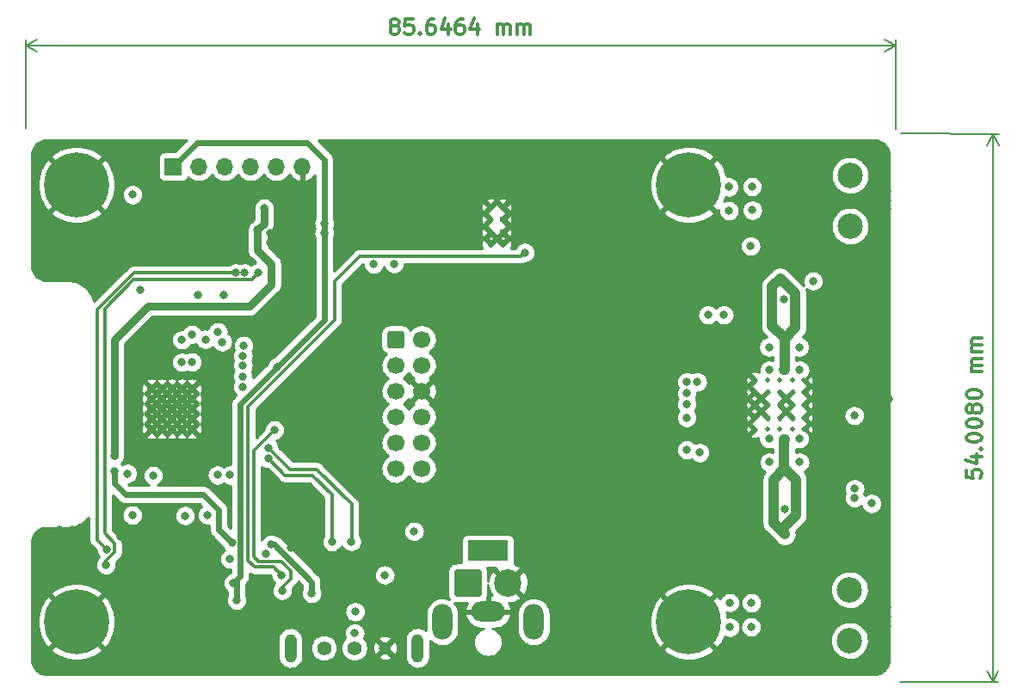
<source format=gbr>
G04 #@! TF.GenerationSoftware,KiCad,Pcbnew,(6.0.5-0)*
G04 #@! TF.CreationDate,2022-10-24T02:35:27+02:00*
G04 #@! TF.ProjectId,muVox,6d75566f-782e-46b6-9963-61645f706362,rc1*
G04 #@! TF.SameCoordinates,Original*
G04 #@! TF.FileFunction,Copper,L3,Inr*
G04 #@! TF.FilePolarity,Positive*
%FSLAX46Y46*%
G04 Gerber Fmt 4.6, Leading zero omitted, Abs format (unit mm)*
G04 Created by KiCad (PCBNEW (6.0.5-0)) date 2022-10-24 02:35:27*
%MOMM*%
%LPD*%
G01*
G04 APERTURE LIST*
G04 Aperture macros list*
%AMRoundRect*
0 Rectangle with rounded corners*
0 $1 Rounding radius*
0 $2 $3 $4 $5 $6 $7 $8 $9 X,Y pos of 4 corners*
0 Add a 4 corners polygon primitive as box body*
4,1,4,$2,$3,$4,$5,$6,$7,$8,$9,$2,$3,0*
0 Add four circle primitives for the rounded corners*
1,1,$1+$1,$2,$3*
1,1,$1+$1,$4,$5*
1,1,$1+$1,$6,$7*
1,1,$1+$1,$8,$9*
0 Add four rect primitives between the rounded corners*
20,1,$1+$1,$2,$3,$4,$5,0*
20,1,$1+$1,$4,$5,$6,$7,0*
20,1,$1+$1,$6,$7,$8,$9,0*
20,1,$1+$1,$8,$9,$2,$3,0*%
G04 Aperture macros list end*
%ADD10C,0.300000*%
G04 #@! TA.AperFunction,NonConductor*
%ADD11C,0.300000*%
G04 #@! TD*
G04 #@! TA.AperFunction,NonConductor*
%ADD12C,0.200000*%
G04 #@! TD*
G04 #@! TA.AperFunction,ComponentPad*
%ADD13R,4.000000X2.000000*%
G04 #@! TD*
G04 #@! TA.AperFunction,ComponentPad*
%ADD14O,3.300000X2.000000*%
G04 #@! TD*
G04 #@! TA.AperFunction,ComponentPad*
%ADD15O,2.000000X3.500000*%
G04 #@! TD*
G04 #@! TA.AperFunction,ComponentPad*
%ADD16RoundRect,0.250000X-0.600000X-0.600000X0.600000X-0.600000X0.600000X0.600000X-0.600000X0.600000X0*%
G04 #@! TD*
G04 #@! TA.AperFunction,ComponentPad*
%ADD17C,1.700000*%
G04 #@! TD*
G04 #@! TA.AperFunction,ComponentPad*
%ADD18C,6.400000*%
G04 #@! TD*
G04 #@! TA.AperFunction,ComponentPad*
%ADD19C,2.500000*%
G04 #@! TD*
G04 #@! TA.AperFunction,ComponentPad*
%ADD20RoundRect,0.250001X-1.099999X-1.099999X1.099999X-1.099999X1.099999X1.099999X-1.099999X1.099999X0*%
G04 #@! TD*
G04 #@! TA.AperFunction,ComponentPad*
%ADD21C,2.700000*%
G04 #@! TD*
G04 #@! TA.AperFunction,ComponentPad*
%ADD22R,1.700000X1.700000*%
G04 #@! TD*
G04 #@! TA.AperFunction,ComponentPad*
%ADD23O,1.700000X1.700000*%
G04 #@! TD*
G04 #@! TA.AperFunction,ComponentPad*
%ADD24C,0.500000*%
G04 #@! TD*
G04 #@! TA.AperFunction,ComponentPad*
%ADD25C,0.600000*%
G04 #@! TD*
G04 #@! TA.AperFunction,ComponentPad*
%ADD26C,1.400000*%
G04 #@! TD*
G04 #@! TA.AperFunction,ComponentPad*
%ADD27C,1.200000*%
G04 #@! TD*
G04 #@! TA.AperFunction,ComponentPad*
%ADD28O,1.208000X2.800000*%
G04 #@! TD*
G04 #@! TA.AperFunction,ComponentPad*
%ADD29C,0.800000*%
G04 #@! TD*
G04 #@! TA.AperFunction,ViaPad*
%ADD30C,0.800000*%
G04 #@! TD*
G04 #@! TA.AperFunction,Conductor*
%ADD31C,0.300000*%
G04 #@! TD*
G04 #@! TA.AperFunction,Conductor*
%ADD32C,0.600000*%
G04 #@! TD*
G04 #@! TA.AperFunction,Conductor*
%ADD33C,0.800000*%
G04 #@! TD*
G04 #@! TA.AperFunction,Conductor*
%ADD34C,1.000000*%
G04 #@! TD*
G04 #@! TA.AperFunction,Conductor*
%ADD35C,0.254000*%
G04 #@! TD*
G04 APERTURE END LIST*
D10*
D11*
X166305820Y-140878586D02*
X166305159Y-141592871D01*
X167019378Y-141664961D01*
X166948016Y-141593466D01*
X166876720Y-141450543D01*
X166877050Y-141093400D01*
X166948611Y-140950609D01*
X167020106Y-140879247D01*
X167163029Y-140807951D01*
X167520172Y-140808281D01*
X167662963Y-140879842D01*
X167734325Y-140951337D01*
X167805621Y-141094260D01*
X167805291Y-141451403D01*
X167733730Y-141594194D01*
X167662235Y-141665556D01*
X166807077Y-139521906D02*
X167807076Y-139522832D01*
X166235318Y-139878520D02*
X167306415Y-140236654D01*
X167307275Y-139308083D01*
X167664946Y-138736986D02*
X167736441Y-138665623D01*
X167807803Y-138737118D01*
X167736309Y-138808480D01*
X167664946Y-138736986D01*
X167807803Y-138737118D01*
X166308730Y-137735730D02*
X166308862Y-137592873D01*
X166380423Y-137450082D01*
X166451918Y-137378719D01*
X166594841Y-137307423D01*
X166880621Y-137236259D01*
X167237764Y-137236590D01*
X167523412Y-137308283D01*
X167666203Y-137379843D01*
X167737565Y-137451338D01*
X167808862Y-137594261D01*
X167808729Y-137737118D01*
X167737168Y-137879909D01*
X167665674Y-137951272D01*
X167522751Y-138022568D01*
X167236970Y-138093732D01*
X166879828Y-138093401D01*
X166594180Y-138021708D01*
X166451389Y-137950148D01*
X166380026Y-137878653D01*
X166308730Y-137735730D01*
X166310052Y-136307159D02*
X166310185Y-136164302D01*
X166381746Y-136021511D01*
X166453240Y-135950148D01*
X166596163Y-135878852D01*
X166881944Y-135807688D01*
X167239086Y-135808019D01*
X167524734Y-135879712D01*
X167667525Y-135951273D01*
X167738888Y-136022767D01*
X167810184Y-136165691D01*
X167810052Y-136308548D01*
X167738491Y-136451339D01*
X167666996Y-136522701D01*
X167524073Y-136593997D01*
X167238293Y-136665161D01*
X166881150Y-136664831D01*
X166595502Y-136593138D01*
X166452711Y-136521577D01*
X166381349Y-136450082D01*
X166310052Y-136307159D01*
X166954166Y-134950612D02*
X166882605Y-135093403D01*
X166811110Y-135164765D01*
X166668187Y-135236061D01*
X166596759Y-135235995D01*
X166453968Y-135164435D01*
X166382605Y-135092940D01*
X166311309Y-134950017D01*
X166311573Y-134664302D01*
X166383134Y-134521512D01*
X166454629Y-134450149D01*
X166597552Y-134378853D01*
X166668981Y-134378919D01*
X166811772Y-134450480D01*
X166883134Y-134521974D01*
X166954430Y-134664898D01*
X166954166Y-134950612D01*
X167025462Y-135093535D01*
X167096824Y-135165030D01*
X167239615Y-135236590D01*
X167525330Y-135236855D01*
X167668253Y-135165559D01*
X167739747Y-135094196D01*
X167811308Y-134951405D01*
X167811573Y-134665691D01*
X167740276Y-134522768D01*
X167668914Y-134451273D01*
X167526123Y-134379712D01*
X167240409Y-134379448D01*
X167097486Y-134450744D01*
X167025991Y-134522107D01*
X166954430Y-134664898D01*
X166312698Y-133450017D02*
X166312830Y-133307160D01*
X166384391Y-133164369D01*
X166455885Y-133093007D01*
X166598809Y-133021711D01*
X166884589Y-132950547D01*
X167241732Y-132950877D01*
X167527380Y-133022570D01*
X167670170Y-133094131D01*
X167741533Y-133165626D01*
X167812829Y-133308549D01*
X167812697Y-133451406D01*
X167741136Y-133594197D01*
X167669641Y-133665559D01*
X167526718Y-133736856D01*
X167240938Y-133808020D01*
X166883795Y-133807689D01*
X166598147Y-133735996D01*
X166455356Y-133664435D01*
X166383994Y-133592941D01*
X166312698Y-133450017D01*
X167814813Y-131165693D02*
X166814813Y-131164767D01*
X166957671Y-131164899D02*
X166886308Y-131093404D01*
X166815012Y-130950481D01*
X166815210Y-130736196D01*
X166886771Y-130593405D01*
X167029694Y-130522108D01*
X167815408Y-130522836D01*
X167029694Y-130522108D02*
X166886903Y-130450548D01*
X166815607Y-130307624D01*
X166815805Y-130093339D01*
X166887366Y-129950548D01*
X167030289Y-129879252D01*
X167816003Y-129879979D01*
X167816665Y-129165694D02*
X166816665Y-129164768D01*
X166959522Y-129164900D02*
X166888160Y-129093405D01*
X166816863Y-128950482D01*
X166817062Y-128736196D01*
X166888623Y-128593406D01*
X167031546Y-128522109D01*
X167817260Y-128522837D01*
X167031546Y-128522109D02*
X166888755Y-128450548D01*
X166817459Y-128307625D01*
X166817657Y-128093340D01*
X166889218Y-127950549D01*
X167032141Y-127879252D01*
X167817855Y-127879980D01*
D12*
X159890100Y-107725763D02*
X169544355Y-107734701D01*
X159840100Y-161733763D02*
X169494355Y-161742701D01*
X168957935Y-107734158D02*
X168907935Y-161742158D01*
X168957935Y-107734158D02*
X168907935Y-161742158D01*
X168957935Y-107734158D02*
X168370472Y-108860118D01*
X168957935Y-107734158D02*
X169543313Y-108861204D01*
X168907935Y-161742158D02*
X169495398Y-160616198D01*
X168907935Y-161742158D02*
X168322557Y-160615112D01*
D10*
D11*
X109927694Y-97064988D02*
X109784861Y-96993510D01*
X109713457Y-96922057D01*
X109642077Y-96779176D01*
X109642102Y-96707747D01*
X109713579Y-96564914D01*
X109785032Y-96493510D01*
X109927914Y-96422130D01*
X110213628Y-96422228D01*
X110356461Y-96493706D01*
X110427865Y-96565159D01*
X110499245Y-96708040D01*
X110499220Y-96779469D01*
X110427743Y-96922301D01*
X110356290Y-96993706D01*
X110213408Y-97065085D01*
X109927694Y-97064988D01*
X109784812Y-97136367D01*
X109713359Y-97207771D01*
X109641882Y-97350604D01*
X109641784Y-97636318D01*
X109713164Y-97779200D01*
X109784568Y-97850653D01*
X109927401Y-97922130D01*
X110213115Y-97922228D01*
X110355996Y-97850848D01*
X110427449Y-97779444D01*
X110498927Y-97636612D01*
X110499025Y-97350897D01*
X110427645Y-97208016D01*
X110356241Y-97136563D01*
X110213408Y-97065085D01*
X111856485Y-96422790D02*
X111142199Y-96422546D01*
X111070526Y-97136807D01*
X111141979Y-97065403D01*
X111284861Y-96994023D01*
X111642004Y-96994145D01*
X111784837Y-97065623D01*
X111856241Y-97137076D01*
X111927620Y-97279957D01*
X111927498Y-97637100D01*
X111856021Y-97779933D01*
X111784568Y-97851337D01*
X111641686Y-97922717D01*
X111284543Y-97922595D01*
X111141711Y-97851117D01*
X111070307Y-97779664D01*
X112570306Y-97780177D02*
X112641711Y-97851630D01*
X112570258Y-97923034D01*
X112498853Y-97851581D01*
X112570306Y-97780177D01*
X112570258Y-97923034D01*
X113927914Y-96423499D02*
X113642199Y-96423401D01*
X113499318Y-96494781D01*
X113427865Y-96566185D01*
X113284934Y-96780422D01*
X113213408Y-97066112D01*
X113213212Y-97637540D01*
X113284592Y-97780422D01*
X113355996Y-97851875D01*
X113498829Y-97923352D01*
X113784543Y-97923450D01*
X113927425Y-97852070D01*
X113998878Y-97780666D01*
X114070355Y-97637833D01*
X114070477Y-97280691D01*
X113999098Y-97137809D01*
X113927694Y-97066356D01*
X113784861Y-96994879D01*
X113499147Y-96994781D01*
X113356265Y-97066160D01*
X113284812Y-97137565D01*
X113213335Y-97280397D01*
X115356314Y-96923988D02*
X115355972Y-97923987D01*
X114999366Y-96352437D02*
X114641857Y-97423743D01*
X115570428Y-97424061D01*
X116785056Y-96424476D02*
X116499342Y-96424379D01*
X116356460Y-96495758D01*
X116285007Y-96567162D01*
X116142077Y-96781399D01*
X116070551Y-97067089D01*
X116070355Y-97638518D01*
X116141735Y-97781399D01*
X116213139Y-97852852D01*
X116355972Y-97924330D01*
X116641686Y-97924427D01*
X116784567Y-97853048D01*
X116856020Y-97781643D01*
X116927498Y-97638811D01*
X116927620Y-97281668D01*
X116856240Y-97138786D01*
X116784836Y-97067333D01*
X116642004Y-96995856D01*
X116356289Y-96995758D01*
X116213408Y-97067138D01*
X116141955Y-97138542D01*
X116070477Y-97281375D01*
X118213457Y-96924965D02*
X118213114Y-97924965D01*
X117856509Y-96353414D02*
X117499000Y-97424721D01*
X118427571Y-97425038D01*
X120141686Y-97925625D02*
X120142028Y-96925625D01*
X120141979Y-97068482D02*
X120213432Y-96997078D01*
X120356314Y-96925698D01*
X120570599Y-96925771D01*
X120713432Y-96997249D01*
X120784812Y-97140130D01*
X120784543Y-97925845D01*
X120784812Y-97140130D02*
X120856289Y-96997298D01*
X120999171Y-96925918D01*
X121213456Y-96925991D01*
X121356289Y-96997469D01*
X121427669Y-97140350D01*
X121427400Y-97926065D01*
X122141686Y-97926309D02*
X122142028Y-96926309D01*
X122141979Y-97069166D02*
X122213432Y-96997762D01*
X122356313Y-96926382D01*
X122570599Y-96926456D01*
X122713432Y-96997933D01*
X122784812Y-97140815D01*
X122784543Y-97926529D01*
X122784812Y-97140815D02*
X122856289Y-96997982D01*
X122999171Y-96926602D01*
X123213456Y-96926675D01*
X123356289Y-96998153D01*
X123427669Y-97141035D01*
X123427400Y-97926749D01*
D12*
X73743891Y-107196000D02*
X73746885Y-98444762D01*
X159390271Y-107225300D02*
X159393265Y-98474062D01*
X73746684Y-99031182D02*
X159393064Y-99060482D01*
X73746684Y-99031182D02*
X159393064Y-99060482D01*
X73746684Y-99031182D02*
X74872987Y-99617988D01*
X73746684Y-99031182D02*
X74873388Y-98445147D01*
X159393064Y-99060482D02*
X158266761Y-98473676D01*
X159393064Y-99060482D02*
X158266360Y-99646517D01*
D13*
X119260100Y-148789300D03*
D14*
X119260100Y-154789300D03*
D15*
X114760100Y-155789300D03*
X123760100Y-155789300D03*
D16*
X110187600Y-128004300D03*
D17*
X112727600Y-128004300D03*
X110187600Y-130544300D03*
X112727600Y-130544300D03*
X110187600Y-133084300D03*
X112727600Y-133084300D03*
X110187600Y-135624300D03*
X112727600Y-135624300D03*
X110187600Y-138164300D03*
X112727600Y-138164300D03*
X110187600Y-140704300D03*
X112727600Y-140704300D03*
D18*
X78770100Y-155779300D03*
D19*
X154840100Y-157629300D03*
X154840100Y-152629300D03*
D20*
X117270100Y-151954300D03*
D21*
X121230100Y-151954300D03*
D18*
X78770100Y-112759300D03*
D22*
X88290100Y-110979300D03*
D23*
X90830100Y-110979300D03*
X93370100Y-110979300D03*
X95910100Y-110979300D03*
X98450100Y-110979300D03*
X100990100Y-110979300D03*
D24*
X145482950Y-136848950D03*
X149191350Y-133140550D03*
X150359750Y-135680550D03*
X147921350Y-135680550D03*
X147921350Y-131972150D03*
X147921350Y-136848950D03*
X147921350Y-133140550D03*
X146752950Y-131972150D03*
X146752950Y-133140550D03*
X146752950Y-134410550D03*
X145482950Y-131972150D03*
X150359750Y-133140550D03*
X149191350Y-134410550D03*
X149191350Y-136848950D03*
X145482950Y-134410550D03*
X149191350Y-131972150D03*
X147921350Y-134410550D03*
X145482950Y-135680550D03*
X146752950Y-135680550D03*
X150359750Y-136848950D03*
X150359750Y-131972150D03*
X149191350Y-135680550D03*
X146752950Y-136848950D03*
X150359750Y-134410550D03*
X145482950Y-133140550D03*
D25*
X119522600Y-116161800D03*
X120722600Y-118561800D03*
X120722600Y-116161800D03*
X119522600Y-114961800D03*
X120722600Y-114961800D03*
X119522600Y-118561800D03*
X119522600Y-117461800D03*
X120722600Y-117461800D03*
D26*
X103120400Y-158362800D03*
X106120400Y-158362800D03*
D27*
X109120400Y-158362800D03*
D28*
X99820400Y-158362800D03*
X112320400Y-158362800D03*
D18*
X139000000Y-112759300D03*
D29*
X87140100Y-134810550D03*
X86140100Y-132810550D03*
X86140100Y-135810550D03*
X89140100Y-133810550D03*
X87140100Y-133810550D03*
X88140100Y-135810550D03*
X89140100Y-136810550D03*
X87140100Y-132810550D03*
X86140100Y-134810550D03*
X90140100Y-136810550D03*
X89140100Y-134810550D03*
X86140100Y-133810550D03*
X88140100Y-133810550D03*
X89140100Y-132810550D03*
X90140100Y-133810550D03*
X88140100Y-134810550D03*
X90140100Y-132810550D03*
X88140100Y-136810550D03*
X89140100Y-135810550D03*
X87140100Y-135810550D03*
X86140100Y-136810550D03*
X87140100Y-136810550D03*
X90140100Y-134810550D03*
X90140100Y-135810550D03*
X88140100Y-132810550D03*
D19*
X154890100Y-111829300D03*
X154890100Y-116829300D03*
D18*
X139000000Y-155779300D03*
D30*
X157640100Y-113382700D03*
X127814900Y-113148100D03*
X126443300Y-119839300D03*
X98715100Y-118429300D03*
X157640100Y-114282700D03*
X97815100Y-117529300D03*
X107755700Y-114302100D03*
X129491300Y-136168100D03*
X83108800Y-147421600D03*
X158020000Y-123740000D03*
X156640000Y-123730000D03*
X129491300Y-134368100D03*
X111355700Y-114302100D03*
X109555700Y-112491100D03*
X106855700Y-114305500D03*
X130391300Y-136168100D03*
X140490000Y-136413910D03*
X133087100Y-136182500D03*
X152840100Y-128729300D03*
X158540100Y-154379300D03*
X132187100Y-133482500D03*
X129491300Y-133468100D03*
X152490100Y-123679300D03*
X132187100Y-136182500D03*
X156740100Y-156182700D03*
X108655700Y-112487700D03*
X128727200Y-114071400D03*
X138887200Y-140893800D03*
X127811500Y-112248100D03*
X158020920Y-137023510D03*
X133087100Y-133482500D03*
X94190100Y-114029300D03*
X107755700Y-115202100D03*
X157640100Y-155282700D03*
X158540100Y-115179300D03*
X128272100Y-119839300D03*
X109555700Y-115205500D03*
X148410100Y-124069300D03*
X129616200Y-113157000D03*
X131287900Y-132568100D03*
X130391300Y-137068100D03*
X133087100Y-137082500D03*
X107755700Y-112487700D03*
X101295200Y-148488400D03*
X110455700Y-115202100D03*
X106855700Y-115205500D03*
X126911500Y-112248100D03*
X158690100Y-133879300D03*
X151390100Y-123679300D03*
X133087100Y-134382500D03*
X127372100Y-119839300D03*
X99822000Y-148488400D03*
X129612800Y-112257000D03*
X78333600Y-146710400D03*
X140490000Y-134660000D03*
X156740100Y-114282700D03*
X156740100Y-154382700D03*
X111355700Y-112487700D03*
X105235800Y-153983400D03*
X98715100Y-117529300D03*
X158540100Y-114279300D03*
X110455700Y-112487700D03*
X89281000Y-148259800D03*
X106855700Y-112491100D03*
X107755700Y-113387700D03*
X156740100Y-155282700D03*
X127814900Y-114048100D03*
X109555700Y-113391100D03*
X108655700Y-114302100D03*
X130391300Y-134368100D03*
X158540100Y-155279300D03*
X77114400Y-146735800D03*
X109555700Y-114305500D03*
X108655700Y-113387700D03*
X131291300Y-133468100D03*
X156740100Y-115182700D03*
X158540100Y-113379300D03*
X111355700Y-113387700D03*
X125594100Y-119839300D03*
X153600000Y-123700000D03*
X104709434Y-148905434D03*
X148444760Y-144683976D03*
X157330000Y-124370000D03*
X114808000Y-143510000D03*
X111355700Y-115202100D03*
X129616200Y-114071400D03*
X131291300Y-136168100D03*
X133083700Y-135282500D03*
X132183700Y-132582500D03*
X110455700Y-114302100D03*
X157640100Y-115182700D03*
X145240100Y-123179300D03*
X156740100Y-113382700D03*
X129487900Y-132568100D03*
X126914900Y-114048100D03*
X110846200Y-149308000D03*
X131291300Y-134368100D03*
X105896200Y-153272200D03*
X131291300Y-137068100D03*
X130391300Y-133468100D03*
X129487900Y-135268100D03*
X88442800Y-148894800D03*
X116840000Y-125984000D03*
X129491300Y-137068100D03*
X132183700Y-135282500D03*
X99615100Y-118425900D03*
X157640100Y-156182700D03*
X132187100Y-137082500D03*
X132187100Y-134382500D03*
X130387900Y-135268100D03*
X133083700Y-132582500D03*
X110455700Y-113387700D03*
X130387900Y-132568100D03*
X99615100Y-117525900D03*
X113895700Y-117858100D03*
X126914900Y-113148100D03*
X128712800Y-112257000D03*
X128716200Y-113157000D03*
X108655700Y-115202100D03*
X131287900Y-135268100D03*
X97815100Y-118429300D03*
X106855700Y-113391100D03*
X158540100Y-156179300D03*
X157640100Y-154382700D03*
X99000897Y-152712939D03*
X98264600Y-136908100D03*
X108015100Y-120569120D03*
X98531500Y-130687900D03*
X94513400Y-153670000D03*
X156982600Y-144136800D03*
X110015100Y-120529300D03*
X103140100Y-117529300D03*
X145110200Y-118793410D03*
X94221184Y-151971716D03*
X140901220Y-125568110D03*
X103140100Y-116554300D03*
X155290100Y-135479300D03*
X151240100Y-122229300D03*
X82500000Y-139400000D03*
X96600000Y-117200000D03*
X101930200Y-152984200D03*
X82490100Y-140979300D03*
X97235358Y-115054302D03*
X97925000Y-148175000D03*
X94090600Y-148031200D03*
X84250000Y-145275000D03*
X84290100Y-113729300D03*
X83790100Y-141179300D03*
X112000000Y-146875000D03*
X106146600Y-156895800D03*
X148394320Y-130978310D03*
X148419720Y-128692310D03*
X148419720Y-127701710D03*
X148394320Y-140071510D03*
X148669856Y-122629544D03*
X148419720Y-137785510D03*
X148394320Y-140960510D03*
X148010100Y-121969789D03*
X148463720Y-147183310D03*
X148530100Y-146299300D03*
X86300000Y-141375000D03*
X109109200Y-151181200D03*
X146921120Y-140071510D03*
X146895720Y-137760110D03*
X145180100Y-153919300D03*
X143052800Y-153898600D03*
X146895720Y-128733310D03*
X146921120Y-131003710D03*
X145280100Y-115259300D03*
X142976600Y-115316000D03*
X149892920Y-137760110D03*
X143060100Y-156319300D03*
X149918320Y-140071510D03*
X145130100Y-156279300D03*
X149892920Y-128733310D03*
X149918320Y-131003710D03*
X142970100Y-112969300D03*
X145250100Y-112929300D03*
X138818520Y-135677310D03*
X103922900Y-147901700D03*
X97639700Y-139702100D03*
X95150500Y-130507300D03*
X105827400Y-147886800D03*
X95150500Y-129592900D03*
X97639700Y-138635300D03*
X138818520Y-134381910D03*
X85040100Y-123129300D03*
X95325000Y-121425000D03*
X155328520Y-143576710D03*
X155346803Y-142677393D03*
X93118500Y-128221300D03*
X92640100Y-141329300D03*
X138843920Y-132172110D03*
X95201300Y-128576900D03*
X93890100Y-141329300D03*
X138818520Y-133289710D03*
X139859920Y-132172110D03*
X92690100Y-127229300D03*
X90140100Y-130203320D03*
X95136589Y-131610989D03*
X140092628Y-139127601D03*
X90140100Y-127479300D03*
X89140100Y-128029300D03*
X95150500Y-132640900D03*
X138796532Y-138856811D03*
X89141064Y-130233855D03*
X93878400Y-149606000D03*
X91442100Y-127967300D03*
X97425000Y-149075000D03*
X91670692Y-145264693D03*
X81675000Y-150175000D03*
X96667231Y-121417231D03*
X81750000Y-148675000D03*
X94411800Y-121425000D03*
X90758897Y-123621231D03*
X89458800Y-145338800D03*
X106172000Y-154787600D03*
X122865100Y-119429800D03*
X98958400Y-151206200D03*
X93292374Y-123622185D03*
X142476220Y-125568110D03*
D31*
X97639700Y-139702100D02*
X99291900Y-141354300D01*
X99291900Y-141354300D02*
X102015100Y-141354300D01*
X102015100Y-141354300D02*
X103888100Y-143227300D01*
X103888100Y-143227300D02*
X103888100Y-147866900D01*
X103888100Y-147866900D02*
X103922900Y-147901700D01*
X97639700Y-138635300D02*
X99773300Y-140768900D01*
X99773300Y-140768900D02*
X102414900Y-140768900D01*
X102414900Y-140768900D02*
X105865100Y-144219100D01*
X105865100Y-144219100D02*
X105865100Y-147849100D01*
X105865100Y-147849100D02*
X105827400Y-147886800D01*
X99000897Y-152408303D02*
X99000897Y-152712939D01*
X99847400Y-150774400D02*
X99847400Y-151561800D01*
X96672400Y-149834600D02*
X98907600Y-149834600D01*
X98907600Y-149834600D02*
X99847400Y-150774400D01*
X96217300Y-138955400D02*
X96217300Y-149379500D01*
X99000897Y-152408303D02*
X99847400Y-151561800D01*
X96217300Y-138955400D02*
X98264600Y-136908100D01*
X96217300Y-149379500D02*
X96672400Y-149834600D01*
D32*
X101490100Y-108629300D02*
X103090100Y-110229300D01*
X103140100Y-110279300D02*
X103140100Y-116554300D01*
X90640100Y-108629300D02*
X101240100Y-108629300D01*
X101240100Y-108629300D02*
X101490100Y-108629300D01*
X103140100Y-126079300D02*
X103140100Y-117529300D01*
X94890100Y-148179300D02*
X94890100Y-134329300D01*
X94890100Y-151312100D02*
X94890100Y-148179300D01*
X103140100Y-116554300D02*
X103140100Y-117529300D01*
X94538800Y-153644600D02*
X94538800Y-151663400D01*
X94513400Y-153670000D02*
X94538800Y-153644600D01*
X88290100Y-110979300D02*
X90640100Y-108629300D01*
X94890100Y-151302800D02*
X94890100Y-148179300D01*
X103090100Y-110229300D02*
X103140100Y-110279300D01*
X94538800Y-151663400D02*
X94890100Y-151312100D01*
X94221184Y-151971716D02*
X94890100Y-151302800D01*
X94890100Y-134329300D02*
X98531500Y-130687900D01*
X98531500Y-130687900D02*
X103140100Y-126079300D01*
D33*
X97235358Y-115054302D02*
X97235358Y-116564642D01*
X85800000Y-124700000D02*
X82500000Y-128000000D01*
X82500000Y-128000000D02*
X82500000Y-139400000D01*
D32*
X98238600Y-148175000D02*
X101930200Y-151866600D01*
X94090600Y-148031200D02*
X92750000Y-146690600D01*
X92750000Y-146690600D02*
X92750000Y-144775000D01*
D33*
X97235358Y-116564642D02*
X96600000Y-117200000D01*
D32*
X82490100Y-142180100D02*
X82490100Y-140979300D01*
D33*
X97950000Y-120550000D02*
X97950000Y-122550000D01*
X95800000Y-124700000D02*
X85800000Y-124700000D01*
D32*
X92750000Y-144775000D02*
X91231000Y-143256000D01*
D33*
X97950000Y-122550000D02*
X95800000Y-124700000D01*
D32*
X101930200Y-151866600D02*
X101930200Y-152984200D01*
X91231000Y-143256000D02*
X83566000Y-143256000D01*
D33*
X96600000Y-117200000D02*
X96600000Y-119200000D01*
D32*
X83566000Y-143256000D02*
X82490100Y-142180100D01*
D33*
X96600000Y-119200000D02*
X97950000Y-120550000D01*
D32*
X97925000Y-148175000D02*
X98238600Y-148175000D01*
D34*
X148419720Y-129868920D02*
X148419720Y-130952910D01*
X148419720Y-128839680D02*
X148419720Y-127858920D01*
X148419720Y-127949680D02*
X149509611Y-126859789D01*
X148419720Y-127858920D02*
X147210100Y-126649300D01*
X149509611Y-126859789D02*
X149509611Y-123469300D01*
X147345249Y-141774151D02*
X147345249Y-146064839D01*
X147210100Y-122769789D02*
X148010100Y-121969789D01*
X148419720Y-130952910D02*
X148394320Y-130978310D01*
X148394320Y-140071510D02*
X148394320Y-140725080D01*
X147345249Y-146064839D02*
X148463720Y-147183310D01*
X148419720Y-129868920D02*
X148419720Y-127949680D01*
X148394320Y-140071510D02*
X148394320Y-140960510D01*
X149509611Y-123469300D02*
X148669856Y-122629544D01*
X147210100Y-126649300D02*
X147210100Y-122769789D01*
X149544271Y-141783471D02*
X149544271Y-145285129D01*
X148010100Y-121969789D02*
X148010101Y-121969789D01*
X148394320Y-137857720D02*
X148419720Y-137832320D01*
X148394320Y-140071510D02*
X148394320Y-140633520D01*
X149544271Y-145285129D02*
X148530100Y-146299300D01*
X148010101Y-121969789D02*
X148669856Y-122629544D01*
X148419720Y-128692310D02*
X148419720Y-127701710D01*
X148394320Y-140633520D02*
X149544271Y-141783471D01*
X148419720Y-128692310D02*
X148419720Y-128839680D01*
X148419720Y-128839680D02*
X148419720Y-129868920D01*
X148394320Y-140071510D02*
X148394320Y-137857720D01*
X148394320Y-140725080D02*
X147345249Y-141774151D01*
D31*
X81675000Y-150175000D02*
X81675000Y-149800000D01*
X81675000Y-149800000D02*
X82525000Y-148950000D01*
X81536100Y-147086100D02*
X81536100Y-124919300D01*
X96009962Y-122074500D02*
X96667231Y-121417231D01*
X82525000Y-148075000D02*
X81536100Y-147086100D01*
X84380900Y-122074500D02*
X96009962Y-122074500D01*
X81536100Y-124919300D02*
X84380900Y-122074500D01*
X82525000Y-148950000D02*
X82525000Y-148075000D01*
X80774100Y-125071700D02*
X84431700Y-121414100D01*
X80774100Y-146001300D02*
X80774100Y-125071700D01*
X80772000Y-146003400D02*
X80774100Y-146001300D01*
X81750000Y-148675000D02*
X80772000Y-147697000D01*
X84431700Y-121414100D02*
X94400900Y-121414100D01*
X80772000Y-147697000D02*
X80772000Y-146003400D01*
X94400900Y-121414100D02*
X94411800Y-121425000D01*
X98145600Y-150393400D02*
X98958400Y-151206200D01*
X106631300Y-119788500D02*
X104190100Y-122229700D01*
X122506400Y-119788500D02*
X106631300Y-119788500D01*
X95658500Y-149760500D02*
X96291400Y-150393400D01*
X96291400Y-150393400D02*
X98145600Y-150393400D01*
X104190100Y-126039700D02*
X95658500Y-134571300D01*
X122865100Y-119429800D02*
X122506400Y-119788500D01*
X104190100Y-122229700D02*
X104190100Y-126039700D01*
X95658500Y-134571300D02*
X95658500Y-149760500D01*
D35*
X128932500Y-119229700D02*
X124258900Y-119229700D01*
X123598500Y-118620100D01*
X123510639Y-118620100D01*
X123395913Y-118536746D01*
X123373101Y-118523575D01*
X123198637Y-118445899D01*
X123173585Y-118437759D01*
X122986784Y-118398053D01*
X122960587Y-118395300D01*
X122769613Y-118395300D01*
X122743416Y-118398053D01*
X122556615Y-118437759D01*
X122531563Y-118445899D01*
X122357099Y-118523575D01*
X122334287Y-118536746D01*
X122179786Y-118648998D01*
X122160211Y-118666624D01*
X122032424Y-118808546D01*
X122016941Y-118829856D01*
X121921454Y-118995244D01*
X121917556Y-119004000D01*
X121550212Y-119004000D01*
X121550744Y-119003199D01*
X121563584Y-118978216D01*
X121627956Y-118808757D01*
X121634942Y-118781548D01*
X121660170Y-118602038D01*
X121661384Y-118586262D01*
X121661701Y-118563559D01*
X121660928Y-118547755D01*
X121640722Y-118367611D01*
X121634498Y-118340219D01*
X121574883Y-118169028D01*
X121562748Y-118143698D01*
X121554001Y-118129699D01*
X121500941Y-118082527D01*
X121430801Y-118071530D01*
X121365851Y-118100200D01*
X121358050Y-118107370D01*
X120722600Y-118742819D01*
X120211695Y-118231915D01*
X120149383Y-118197890D01*
X120078567Y-118202955D01*
X120033505Y-118231915D01*
X119522600Y-118742819D01*
X118886345Y-118106565D01*
X118824033Y-118072540D01*
X118753217Y-118077605D01*
X118696382Y-118120152D01*
X118691344Y-118127398D01*
X118688379Y-118131998D01*
X118675884Y-118157167D01*
X118613885Y-118327509D01*
X118607280Y-118354811D01*
X118584560Y-118534655D01*
X118584167Y-118562742D01*
X118601856Y-118743151D01*
X118607697Y-118770628D01*
X118664916Y-118942634D01*
X118676698Y-118968134D01*
X118698419Y-119004000D01*
X106713356Y-119004000D01*
X106689805Y-119001774D01*
X106618973Y-119004000D01*
X106589868Y-119004000D01*
X106574071Y-119004994D01*
X106569674Y-119005550D01*
X106523512Y-119007000D01*
X106492316Y-119011941D01*
X106471728Y-119017923D01*
X106450445Y-119020611D01*
X106419852Y-119028466D01*
X106376894Y-119045475D01*
X106332548Y-119058358D01*
X106303560Y-119070902D01*
X106285101Y-119081819D01*
X106265162Y-119089713D01*
X106237483Y-119104929D01*
X106200113Y-119132080D01*
X106160353Y-119155594D01*
X106135398Y-119174952D01*
X106120234Y-119190116D01*
X106102882Y-119202723D01*
X106079858Y-119224344D01*
X106050413Y-119259937D01*
X106029850Y-119280500D01*
X104074600Y-119280500D01*
X104074600Y-117985017D01*
X119208690Y-117985017D01*
X119213755Y-118055833D01*
X119242715Y-118100895D01*
X119433504Y-118291685D01*
X119495816Y-118325710D01*
X119566632Y-118320646D01*
X119611696Y-118291685D01*
X119802485Y-118100895D01*
X119836510Y-118038583D01*
X119832679Y-117985017D01*
X120408690Y-117985017D01*
X120413755Y-118055833D01*
X120442715Y-118100895D01*
X120633504Y-118291685D01*
X120695816Y-118325710D01*
X120766632Y-118320646D01*
X120811696Y-118291685D01*
X121002485Y-118100895D01*
X121036510Y-118038583D01*
X121031445Y-117967767D01*
X121002485Y-117922705D01*
X120811696Y-117731915D01*
X120749384Y-117697890D01*
X120678568Y-117702954D01*
X120633504Y-117731915D01*
X120442715Y-117922705D01*
X120408690Y-117985017D01*
X119832679Y-117985017D01*
X119831445Y-117967767D01*
X119802485Y-117922705D01*
X119611696Y-117731915D01*
X119549384Y-117697890D01*
X119478568Y-117702954D01*
X119433504Y-117731915D01*
X119242715Y-117922705D01*
X119208690Y-117985017D01*
X104074600Y-117985017D01*
X104074600Y-117979697D01*
X104083746Y-117963856D01*
X104094460Y-117939792D01*
X104153475Y-117758164D01*
X104158952Y-117732398D01*
X104178914Y-117542470D01*
X104178914Y-117516130D01*
X104173303Y-117462742D01*
X118584167Y-117462742D01*
X118601856Y-117643151D01*
X118607697Y-117670628D01*
X118664916Y-117842634D01*
X118676699Y-117868135D01*
X118690977Y-117891710D01*
X118743375Y-117939616D01*
X118813355Y-117951588D01*
X118878699Y-117923826D01*
X118887847Y-117915533D01*
X119252485Y-117550896D01*
X119286510Y-117488583D01*
X119281446Y-117417768D01*
X119252485Y-117372704D01*
X118886345Y-117006565D01*
X118824033Y-116972540D01*
X118753217Y-116977605D01*
X118696382Y-117020152D01*
X118691344Y-117027398D01*
X118688379Y-117031998D01*
X118675884Y-117057167D01*
X118613885Y-117227509D01*
X118607280Y-117254811D01*
X118584560Y-117434655D01*
X118584167Y-117462742D01*
X104173303Y-117462742D01*
X104158952Y-117326202D01*
X104153475Y-117300436D01*
X104094460Y-117118808D01*
X104083746Y-117094744D01*
X104074600Y-117078903D01*
X104074600Y-117004697D01*
X104083746Y-116988856D01*
X104094460Y-116964792D01*
X104152873Y-116785017D01*
X119108690Y-116785017D01*
X119113755Y-116855832D01*
X119142715Y-116900895D01*
X119433504Y-117191685D01*
X120033504Y-117791684D01*
X120095817Y-117825709D01*
X120166632Y-117820645D01*
X120211695Y-117791685D01*
X120568364Y-117435017D01*
X120958690Y-117435017D01*
X120963754Y-117505832D01*
X120992715Y-117550896D01*
X121358817Y-117916997D01*
X121421129Y-117951022D01*
X121491945Y-117945957D01*
X121548780Y-117903410D01*
X121565700Y-117872645D01*
X121627956Y-117708757D01*
X121634942Y-117681548D01*
X121660170Y-117502038D01*
X121661384Y-117486262D01*
X121661701Y-117463559D01*
X121660928Y-117447755D01*
X121640722Y-117267611D01*
X121634498Y-117240219D01*
X121574883Y-117069028D01*
X121562748Y-117043698D01*
X121554001Y-117029699D01*
X121500941Y-116982527D01*
X121430801Y-116971530D01*
X121365851Y-117000200D01*
X121358050Y-117007370D01*
X120992715Y-117372704D01*
X120958690Y-117435017D01*
X120568364Y-117435017D01*
X120811695Y-117191686D01*
X121102484Y-116900896D01*
X121136509Y-116838583D01*
X121131445Y-116767768D01*
X121102485Y-116722705D01*
X120541580Y-116161800D01*
X120568363Y-116135017D01*
X120958690Y-116135017D01*
X120963754Y-116205832D01*
X120992715Y-116250896D01*
X121358817Y-116616997D01*
X121421129Y-116651022D01*
X121491945Y-116645957D01*
X121548780Y-116603410D01*
X121565700Y-116572645D01*
X121627956Y-116408757D01*
X121634942Y-116381548D01*
X121660170Y-116202038D01*
X121661384Y-116186262D01*
X121661701Y-116163559D01*
X121660928Y-116147755D01*
X121640722Y-115967611D01*
X121634498Y-115940219D01*
X121574883Y-115769028D01*
X121562748Y-115743698D01*
X121554001Y-115729699D01*
X121500941Y-115682527D01*
X121430801Y-115671530D01*
X121365851Y-115700200D01*
X121358050Y-115707370D01*
X120992715Y-116072704D01*
X120958690Y-116135017D01*
X120568363Y-116135017D01*
X120811695Y-115891685D01*
X121052484Y-115650895D01*
X121086510Y-115588583D01*
X121081445Y-115517768D01*
X121052485Y-115472705D01*
X120514798Y-114935017D01*
X120958690Y-114935017D01*
X120963754Y-115005832D01*
X120992715Y-115050896D01*
X121358817Y-115416997D01*
X121421129Y-115451022D01*
X121491945Y-115445957D01*
X121548780Y-115403410D01*
X121565700Y-115372645D01*
X121627956Y-115208757D01*
X121634942Y-115181548D01*
X121660170Y-115002038D01*
X121661384Y-114986262D01*
X121661701Y-114963559D01*
X121660928Y-114947755D01*
X121640722Y-114767611D01*
X121634498Y-114740219D01*
X121574883Y-114569028D01*
X121562748Y-114543698D01*
X121554001Y-114529699D01*
X121500941Y-114482527D01*
X121430801Y-114471530D01*
X121365851Y-114500200D01*
X121358050Y-114507370D01*
X120992715Y-114872704D01*
X120958690Y-114935017D01*
X120514798Y-114935017D01*
X120452486Y-114872705D01*
X120211696Y-114631916D01*
X120149383Y-114597891D01*
X120078568Y-114602955D01*
X120033505Y-114631915D01*
X119433505Y-115231914D01*
X119192716Y-115472704D01*
X119158691Y-115535017D01*
X119163755Y-115605832D01*
X119192715Y-115650895D01*
X119703620Y-116161800D01*
X119433505Y-116431915D01*
X119142716Y-116722705D01*
X119108690Y-116785017D01*
X104152873Y-116785017D01*
X104153475Y-116783164D01*
X104158952Y-116757398D01*
X104178914Y-116567470D01*
X104178914Y-116541130D01*
X104158952Y-116351202D01*
X104153475Y-116325436D01*
X104100612Y-116162742D01*
X118584167Y-116162742D01*
X118601856Y-116343151D01*
X118607697Y-116370628D01*
X118664916Y-116542634D01*
X118676699Y-116568135D01*
X118690977Y-116591710D01*
X118743375Y-116639616D01*
X118813355Y-116651588D01*
X118878699Y-116623826D01*
X118887847Y-116615533D01*
X119252485Y-116250896D01*
X119286510Y-116188583D01*
X119281446Y-116117768D01*
X119252485Y-116072704D01*
X118886345Y-115706565D01*
X118824033Y-115672540D01*
X118753217Y-115677605D01*
X118696382Y-115720152D01*
X118691344Y-115727398D01*
X118688379Y-115731998D01*
X118675884Y-115757167D01*
X118613885Y-115927509D01*
X118607280Y-115954811D01*
X118584560Y-116134655D01*
X118584167Y-116162742D01*
X104100612Y-116162742D01*
X104094460Y-116143808D01*
X104083746Y-116119744D01*
X104074600Y-116103903D01*
X104074600Y-114962742D01*
X118584167Y-114962742D01*
X118601856Y-115143151D01*
X118607697Y-115170628D01*
X118664916Y-115342634D01*
X118676699Y-115368135D01*
X118690977Y-115391710D01*
X118743375Y-115439616D01*
X118813355Y-115451588D01*
X118878699Y-115423826D01*
X118887847Y-115415533D01*
X119252485Y-115050896D01*
X119286510Y-114988583D01*
X119281446Y-114917768D01*
X119252485Y-114872704D01*
X118886345Y-114506565D01*
X118824033Y-114472540D01*
X118753217Y-114477605D01*
X118696382Y-114520152D01*
X118691344Y-114527398D01*
X118688379Y-114531998D01*
X118675884Y-114557167D01*
X118613885Y-114727509D01*
X118607280Y-114754811D01*
X118584560Y-114934655D01*
X118584167Y-114962742D01*
X104074600Y-114962742D01*
X104074600Y-114253090D01*
X119032582Y-114253090D01*
X119060798Y-114318239D01*
X119068532Y-114326712D01*
X119433504Y-114691685D01*
X119495817Y-114725710D01*
X119566632Y-114720646D01*
X119611696Y-114691685D01*
X119977418Y-114325962D01*
X120011443Y-114263650D01*
X120010688Y-114253090D01*
X120232582Y-114253090D01*
X120260798Y-114318239D01*
X120268532Y-114326712D01*
X120633504Y-114691685D01*
X120695817Y-114725710D01*
X120766632Y-114720646D01*
X120811696Y-114691685D01*
X121177418Y-114325962D01*
X121211443Y-114263650D01*
X121206378Y-114192834D01*
X121163831Y-114135999D01*
X121155841Y-114130485D01*
X121146564Y-114124597D01*
X121121312Y-114112280D01*
X120950542Y-114051471D01*
X120923194Y-114045056D01*
X120743196Y-114023593D01*
X120715107Y-114023397D01*
X120534826Y-114042345D01*
X120507391Y-114048377D01*
X120335788Y-114106795D01*
X120310372Y-114118755D01*
X120291607Y-114130299D01*
X120244067Y-114183029D01*
X120232582Y-114253090D01*
X120010688Y-114253090D01*
X120006378Y-114192834D01*
X119963831Y-114135999D01*
X119955841Y-114130485D01*
X119946564Y-114124597D01*
X119921312Y-114112280D01*
X119750542Y-114051471D01*
X119723194Y-114045056D01*
X119543196Y-114023593D01*
X119515107Y-114023397D01*
X119334826Y-114042345D01*
X119307391Y-114048377D01*
X119135788Y-114106795D01*
X119110372Y-114118755D01*
X119091607Y-114130299D01*
X119044067Y-114183029D01*
X119032582Y-114253090D01*
X104074600Y-114253090D01*
X104074600Y-110288560D01*
X104075544Y-110198398D01*
X104072705Y-110170452D01*
X104063545Y-110128087D01*
X104058712Y-110084999D01*
X104052489Y-110057608D01*
X104041458Y-110025932D01*
X104034373Y-109993162D01*
X104025414Y-109966541D01*
X104007092Y-109927249D01*
X103992836Y-109886311D01*
X103980699Y-109860979D01*
X103962934Y-109832548D01*
X103948758Y-109802148D01*
X103934123Y-109778172D01*
X103907551Y-109743915D01*
X103884580Y-109707154D01*
X103867133Y-109685141D01*
X103838531Y-109656338D01*
X103837117Y-109654735D01*
X103811438Y-109629056D01*
X103786500Y-109603943D01*
X103786500Y-108371810D01*
X128932500Y-108371810D01*
X128932500Y-119229700D01*
X128932500Y-119229700D02*
X128932500Y-108371810D01*
G04 #@! TA.AperFunction,Conductor*
G36*
X128932500Y-119229700D02*
G01*
X124258900Y-119229700D01*
X123598500Y-118620100D01*
X123510639Y-118620100D01*
X123395913Y-118536746D01*
X123373101Y-118523575D01*
X123198637Y-118445899D01*
X123173585Y-118437759D01*
X122986784Y-118398053D01*
X122960587Y-118395300D01*
X122769613Y-118395300D01*
X122743416Y-118398053D01*
X122556615Y-118437759D01*
X122531563Y-118445899D01*
X122357099Y-118523575D01*
X122334287Y-118536746D01*
X122179786Y-118648998D01*
X122160211Y-118666624D01*
X122032424Y-118808546D01*
X122016941Y-118829856D01*
X121921454Y-118995244D01*
X121917556Y-119004000D01*
X121550212Y-119004000D01*
X121550744Y-119003199D01*
X121563584Y-118978216D01*
X121627956Y-118808757D01*
X121634942Y-118781548D01*
X121660170Y-118602038D01*
X121661384Y-118586262D01*
X121661701Y-118563559D01*
X121660928Y-118547755D01*
X121640722Y-118367611D01*
X121634498Y-118340219D01*
X121574883Y-118169028D01*
X121562748Y-118143698D01*
X121554001Y-118129699D01*
X121500941Y-118082527D01*
X121430801Y-118071530D01*
X121365851Y-118100200D01*
X121358050Y-118107370D01*
X120722600Y-118742819D01*
X120211695Y-118231915D01*
X120149383Y-118197890D01*
X120078567Y-118202955D01*
X120033505Y-118231915D01*
X119522600Y-118742819D01*
X118886345Y-118106565D01*
X118824033Y-118072540D01*
X118753217Y-118077605D01*
X118696382Y-118120152D01*
X118691344Y-118127398D01*
X118688379Y-118131998D01*
X118675884Y-118157167D01*
X118613885Y-118327509D01*
X118607280Y-118354811D01*
X118584560Y-118534655D01*
X118584167Y-118562742D01*
X118601856Y-118743151D01*
X118607697Y-118770628D01*
X118664916Y-118942634D01*
X118676698Y-118968134D01*
X118698419Y-119004000D01*
X106713356Y-119004000D01*
X106689805Y-119001774D01*
X106618973Y-119004000D01*
X106589868Y-119004000D01*
X106574071Y-119004994D01*
X106569674Y-119005550D01*
X106523512Y-119007000D01*
X106492316Y-119011941D01*
X106471728Y-119017923D01*
X106450445Y-119020611D01*
X106419852Y-119028466D01*
X106376894Y-119045475D01*
X106332548Y-119058358D01*
X106303560Y-119070902D01*
X106285101Y-119081819D01*
X106265162Y-119089713D01*
X106237483Y-119104929D01*
X106200113Y-119132080D01*
X106160353Y-119155594D01*
X106135398Y-119174952D01*
X106120234Y-119190116D01*
X106102882Y-119202723D01*
X106079858Y-119224344D01*
X106050413Y-119259937D01*
X106029850Y-119280500D01*
X104074600Y-119280500D01*
X104074600Y-117985017D01*
X119208690Y-117985017D01*
X119213755Y-118055833D01*
X119242715Y-118100895D01*
X119433504Y-118291685D01*
X119495816Y-118325710D01*
X119566632Y-118320646D01*
X119611696Y-118291685D01*
X119802485Y-118100895D01*
X119836510Y-118038583D01*
X119832679Y-117985017D01*
X120408690Y-117985017D01*
X120413755Y-118055833D01*
X120442715Y-118100895D01*
X120633504Y-118291685D01*
X120695816Y-118325710D01*
X120766632Y-118320646D01*
X120811696Y-118291685D01*
X121002485Y-118100895D01*
X121036510Y-118038583D01*
X121031445Y-117967767D01*
X121002485Y-117922705D01*
X120811696Y-117731915D01*
X120749384Y-117697890D01*
X120678568Y-117702954D01*
X120633504Y-117731915D01*
X120442715Y-117922705D01*
X120408690Y-117985017D01*
X119832679Y-117985017D01*
X119831445Y-117967767D01*
X119802485Y-117922705D01*
X119611696Y-117731915D01*
X119549384Y-117697890D01*
X119478568Y-117702954D01*
X119433504Y-117731915D01*
X119242715Y-117922705D01*
X119208690Y-117985017D01*
X104074600Y-117985017D01*
X104074600Y-117979697D01*
X104083746Y-117963856D01*
X104094460Y-117939792D01*
X104153475Y-117758164D01*
X104158952Y-117732398D01*
X104178914Y-117542470D01*
X104178914Y-117516130D01*
X104173303Y-117462742D01*
X118584167Y-117462742D01*
X118601856Y-117643151D01*
X118607697Y-117670628D01*
X118664916Y-117842634D01*
X118676699Y-117868135D01*
X118690977Y-117891710D01*
X118743375Y-117939616D01*
X118813355Y-117951588D01*
X118878699Y-117923826D01*
X118887847Y-117915533D01*
X119252485Y-117550896D01*
X119286510Y-117488583D01*
X119281446Y-117417768D01*
X119252485Y-117372704D01*
X118886345Y-117006565D01*
X118824033Y-116972540D01*
X118753217Y-116977605D01*
X118696382Y-117020152D01*
X118691344Y-117027398D01*
X118688379Y-117031998D01*
X118675884Y-117057167D01*
X118613885Y-117227509D01*
X118607280Y-117254811D01*
X118584560Y-117434655D01*
X118584167Y-117462742D01*
X104173303Y-117462742D01*
X104158952Y-117326202D01*
X104153475Y-117300436D01*
X104094460Y-117118808D01*
X104083746Y-117094744D01*
X104074600Y-117078903D01*
X104074600Y-117004697D01*
X104083746Y-116988856D01*
X104094460Y-116964792D01*
X104152873Y-116785017D01*
X119108690Y-116785017D01*
X119113755Y-116855832D01*
X119142715Y-116900895D01*
X119433504Y-117191685D01*
X120033504Y-117791684D01*
X120095817Y-117825709D01*
X120166632Y-117820645D01*
X120211695Y-117791685D01*
X120568364Y-117435017D01*
X120958690Y-117435017D01*
X120963754Y-117505832D01*
X120992715Y-117550896D01*
X121358817Y-117916997D01*
X121421129Y-117951022D01*
X121491945Y-117945957D01*
X121548780Y-117903410D01*
X121565700Y-117872645D01*
X121627956Y-117708757D01*
X121634942Y-117681548D01*
X121660170Y-117502038D01*
X121661384Y-117486262D01*
X121661701Y-117463559D01*
X121660928Y-117447755D01*
X121640722Y-117267611D01*
X121634498Y-117240219D01*
X121574883Y-117069028D01*
X121562748Y-117043698D01*
X121554001Y-117029699D01*
X121500941Y-116982527D01*
X121430801Y-116971530D01*
X121365851Y-117000200D01*
X121358050Y-117007370D01*
X120992715Y-117372704D01*
X120958690Y-117435017D01*
X120568364Y-117435017D01*
X120811695Y-117191686D01*
X121102484Y-116900896D01*
X121136509Y-116838583D01*
X121131445Y-116767768D01*
X121102485Y-116722705D01*
X120541580Y-116161800D01*
X120568363Y-116135017D01*
X120958690Y-116135017D01*
X120963754Y-116205832D01*
X120992715Y-116250896D01*
X121358817Y-116616997D01*
X121421129Y-116651022D01*
X121491945Y-116645957D01*
X121548780Y-116603410D01*
X121565700Y-116572645D01*
X121627956Y-116408757D01*
X121634942Y-116381548D01*
X121660170Y-116202038D01*
X121661384Y-116186262D01*
X121661701Y-116163559D01*
X121660928Y-116147755D01*
X121640722Y-115967611D01*
X121634498Y-115940219D01*
X121574883Y-115769028D01*
X121562748Y-115743698D01*
X121554001Y-115729699D01*
X121500941Y-115682527D01*
X121430801Y-115671530D01*
X121365851Y-115700200D01*
X121358050Y-115707370D01*
X120992715Y-116072704D01*
X120958690Y-116135017D01*
X120568363Y-116135017D01*
X120811695Y-115891685D01*
X121052484Y-115650895D01*
X121086510Y-115588583D01*
X121081445Y-115517768D01*
X121052485Y-115472705D01*
X120514798Y-114935017D01*
X120958690Y-114935017D01*
X120963754Y-115005832D01*
X120992715Y-115050896D01*
X121358817Y-115416997D01*
X121421129Y-115451022D01*
X121491945Y-115445957D01*
X121548780Y-115403410D01*
X121565700Y-115372645D01*
X121627956Y-115208757D01*
X121634942Y-115181548D01*
X121660170Y-115002038D01*
X121661384Y-114986262D01*
X121661701Y-114963559D01*
X121660928Y-114947755D01*
X121640722Y-114767611D01*
X121634498Y-114740219D01*
X121574883Y-114569028D01*
X121562748Y-114543698D01*
X121554001Y-114529699D01*
X121500941Y-114482527D01*
X121430801Y-114471530D01*
X121365851Y-114500200D01*
X121358050Y-114507370D01*
X120992715Y-114872704D01*
X120958690Y-114935017D01*
X120514798Y-114935017D01*
X120452486Y-114872705D01*
X120211696Y-114631916D01*
X120149383Y-114597891D01*
X120078568Y-114602955D01*
X120033505Y-114631915D01*
X119433505Y-115231914D01*
X119192716Y-115472704D01*
X119158691Y-115535017D01*
X119163755Y-115605832D01*
X119192715Y-115650895D01*
X119703620Y-116161800D01*
X119433505Y-116431915D01*
X119142716Y-116722705D01*
X119108690Y-116785017D01*
X104152873Y-116785017D01*
X104153475Y-116783164D01*
X104158952Y-116757398D01*
X104178914Y-116567470D01*
X104178914Y-116541130D01*
X104158952Y-116351202D01*
X104153475Y-116325436D01*
X104100612Y-116162742D01*
X118584167Y-116162742D01*
X118601856Y-116343151D01*
X118607697Y-116370628D01*
X118664916Y-116542634D01*
X118676699Y-116568135D01*
X118690977Y-116591710D01*
X118743375Y-116639616D01*
X118813355Y-116651588D01*
X118878699Y-116623826D01*
X118887847Y-116615533D01*
X119252485Y-116250896D01*
X119286510Y-116188583D01*
X119281446Y-116117768D01*
X119252485Y-116072704D01*
X118886345Y-115706565D01*
X118824033Y-115672540D01*
X118753217Y-115677605D01*
X118696382Y-115720152D01*
X118691344Y-115727398D01*
X118688379Y-115731998D01*
X118675884Y-115757167D01*
X118613885Y-115927509D01*
X118607280Y-115954811D01*
X118584560Y-116134655D01*
X118584167Y-116162742D01*
X104100612Y-116162742D01*
X104094460Y-116143808D01*
X104083746Y-116119744D01*
X104074600Y-116103903D01*
X104074600Y-114962742D01*
X118584167Y-114962742D01*
X118601856Y-115143151D01*
X118607697Y-115170628D01*
X118664916Y-115342634D01*
X118676699Y-115368135D01*
X118690977Y-115391710D01*
X118743375Y-115439616D01*
X118813355Y-115451588D01*
X118878699Y-115423826D01*
X118887847Y-115415533D01*
X119252485Y-115050896D01*
X119286510Y-114988583D01*
X119281446Y-114917768D01*
X119252485Y-114872704D01*
X118886345Y-114506565D01*
X118824033Y-114472540D01*
X118753217Y-114477605D01*
X118696382Y-114520152D01*
X118691344Y-114527398D01*
X118688379Y-114531998D01*
X118675884Y-114557167D01*
X118613885Y-114727509D01*
X118607280Y-114754811D01*
X118584560Y-114934655D01*
X118584167Y-114962742D01*
X104074600Y-114962742D01*
X104074600Y-114253090D01*
X119032582Y-114253090D01*
X119060798Y-114318239D01*
X119068532Y-114326712D01*
X119433504Y-114691685D01*
X119495817Y-114725710D01*
X119566632Y-114720646D01*
X119611696Y-114691685D01*
X119977418Y-114325962D01*
X120011443Y-114263650D01*
X120010688Y-114253090D01*
X120232582Y-114253090D01*
X120260798Y-114318239D01*
X120268532Y-114326712D01*
X120633504Y-114691685D01*
X120695817Y-114725710D01*
X120766632Y-114720646D01*
X120811696Y-114691685D01*
X121177418Y-114325962D01*
X121211443Y-114263650D01*
X121206378Y-114192834D01*
X121163831Y-114135999D01*
X121155841Y-114130485D01*
X121146564Y-114124597D01*
X121121312Y-114112280D01*
X120950542Y-114051471D01*
X120923194Y-114045056D01*
X120743196Y-114023593D01*
X120715107Y-114023397D01*
X120534826Y-114042345D01*
X120507391Y-114048377D01*
X120335788Y-114106795D01*
X120310372Y-114118755D01*
X120291607Y-114130299D01*
X120244067Y-114183029D01*
X120232582Y-114253090D01*
X120010688Y-114253090D01*
X120006378Y-114192834D01*
X119963831Y-114135999D01*
X119955841Y-114130485D01*
X119946564Y-114124597D01*
X119921312Y-114112280D01*
X119750542Y-114051471D01*
X119723194Y-114045056D01*
X119543196Y-114023593D01*
X119515107Y-114023397D01*
X119334826Y-114042345D01*
X119307391Y-114048377D01*
X119135788Y-114106795D01*
X119110372Y-114118755D01*
X119091607Y-114130299D01*
X119044067Y-114183029D01*
X119032582Y-114253090D01*
X104074600Y-114253090D01*
X104074600Y-110288560D01*
X104075544Y-110198398D01*
X104072705Y-110170452D01*
X104063545Y-110128087D01*
X104058712Y-110084999D01*
X104052489Y-110057608D01*
X104041458Y-110025932D01*
X104034373Y-109993162D01*
X104025414Y-109966541D01*
X104007092Y-109927249D01*
X103992836Y-109886311D01*
X103980699Y-109860979D01*
X103962934Y-109832548D01*
X103948758Y-109802148D01*
X103934123Y-109778172D01*
X103907551Y-109743915D01*
X103884580Y-109707154D01*
X103867133Y-109685141D01*
X103838531Y-109656338D01*
X103837117Y-109654735D01*
X103811438Y-109629056D01*
X103786500Y-109603943D01*
X103786500Y-108371810D01*
X128932500Y-108371810D01*
X128932500Y-119229700D01*
G37*
G04 #@! TD.AperFunction*
X157284053Y-108375501D02*
X157319777Y-108375937D01*
X157335029Y-108373942D01*
X157508553Y-108386355D01*
X157703338Y-108428730D01*
X157890116Y-108498396D01*
X158065072Y-108593931D01*
X158224661Y-108713400D01*
X158365616Y-108854357D01*
X158485077Y-109013941D01*
X158580612Y-109188904D01*
X158650274Y-109375678D01*
X158692648Y-109570473D01*
X158704560Y-109737027D01*
X158703529Y-109743645D01*
X158703092Y-109779367D01*
X158707220Y-109810937D01*
X158707220Y-159503941D01*
X158703529Y-159527644D01*
X158703093Y-159563369D01*
X158705088Y-159578622D01*
X158692676Y-159752150D01*
X158650303Y-159946933D01*
X158580634Y-160133720D01*
X158485097Y-160308684D01*
X158365634Y-160468267D01*
X158224675Y-160609227D01*
X158065084Y-160728697D01*
X157890123Y-160824234D01*
X157703347Y-160893899D01*
X157508557Y-160936275D01*
X157342167Y-160948176D01*
X157335375Y-160947119D01*
X157299653Y-160946683D01*
X157268094Y-160950810D01*
X75825082Y-160950810D01*
X75801376Y-160947119D01*
X75765653Y-160946683D01*
X75750398Y-160948678D01*
X75576874Y-160936269D01*
X75382076Y-160893895D01*
X75195301Y-160824233D01*
X75020332Y-160728695D01*
X74860745Y-160609232D01*
X74719784Y-160468273D01*
X74600313Y-160308681D01*
X74504777Y-160133722D01*
X74435109Y-159946940D01*
X74392734Y-159752151D01*
X74380840Y-159585850D01*
X74381911Y-159578968D01*
X74382347Y-159543244D01*
X74378241Y-159511849D01*
X74378742Y-158549639D01*
X76209067Y-158549639D01*
X76214132Y-158620454D01*
X76252893Y-158674342D01*
X76508306Y-158881172D01*
X76518976Y-158888924D01*
X76844930Y-159100601D01*
X76856352Y-159107196D01*
X77202648Y-159283643D01*
X77214697Y-159289007D01*
X77577538Y-159428288D01*
X77590081Y-159432364D01*
X77965494Y-159532956D01*
X77978394Y-159535698D01*
X78362266Y-159596497D01*
X78375383Y-159597875D01*
X78763506Y-159618216D01*
X78776694Y-159618216D01*
X79164817Y-159597875D01*
X79177934Y-159596497D01*
X79561806Y-159535698D01*
X79574706Y-159532956D01*
X79950119Y-159432364D01*
X79962662Y-159428288D01*
X80325503Y-159289007D01*
X80337552Y-159283643D01*
X80478481Y-159211836D01*
X98581900Y-159211836D01*
X98582470Y-159223803D01*
X98597572Y-159382093D01*
X98602097Y-159405595D01*
X98661856Y-159609295D01*
X98670745Y-159631518D01*
X98767945Y-159820243D01*
X98780875Y-159840384D01*
X98912008Y-160007324D01*
X98928514Y-160024657D01*
X99088850Y-160163789D01*
X99108335Y-160177687D01*
X99292086Y-160283990D01*
X99313848Y-160293954D01*
X99514386Y-160363592D01*
X99537639Y-160369260D01*
X99747727Y-160399722D01*
X99771633Y-160400891D01*
X99983692Y-160391076D01*
X100007387Y-160387704D01*
X100213763Y-160337967D01*
X100236393Y-160330175D01*
X100429641Y-160242310D01*
X100450390Y-160230379D01*
X100623537Y-160107557D01*
X100641655Y-160091918D01*
X100788453Y-159938571D01*
X100803287Y-159919788D01*
X100918439Y-159741449D01*
X100929453Y-159720200D01*
X101008805Y-159523303D01*
X101015603Y-159500353D01*
X101056290Y-159292004D01*
X101058476Y-159274010D01*
X101058750Y-159268408D01*
X101058900Y-159262253D01*
X101058900Y-158373782D01*
X101781763Y-158373782D01*
X101800193Y-158584437D01*
X101804007Y-158606066D01*
X101858737Y-158810321D01*
X101866249Y-158830960D01*
X101955616Y-159022608D01*
X101966598Y-159041628D01*
X102087886Y-159214846D01*
X102102004Y-159231671D01*
X102251529Y-159381196D01*
X102268354Y-159395314D01*
X102441572Y-159516602D01*
X102460592Y-159527584D01*
X102652240Y-159616951D01*
X102672879Y-159624463D01*
X102877134Y-159679193D01*
X102898763Y-159683007D01*
X103109418Y-159701437D01*
X103131382Y-159701437D01*
X103342037Y-159683007D01*
X103363666Y-159679193D01*
X103567921Y-159624463D01*
X103588560Y-159616951D01*
X103780208Y-159527584D01*
X103799228Y-159516602D01*
X103972446Y-159395314D01*
X103989271Y-159381196D01*
X104138796Y-159231671D01*
X104152914Y-159214846D01*
X104274202Y-159041628D01*
X104285184Y-159022608D01*
X104374551Y-158830960D01*
X104382063Y-158810321D01*
X104436793Y-158606066D01*
X104440607Y-158584437D01*
X104459037Y-158373782D01*
X104781763Y-158373782D01*
X104800193Y-158584437D01*
X104804007Y-158606066D01*
X104858737Y-158810321D01*
X104866249Y-158830960D01*
X104955616Y-159022608D01*
X104966598Y-159041628D01*
X105087886Y-159214846D01*
X105102004Y-159231671D01*
X105251529Y-159381196D01*
X105268354Y-159395314D01*
X105441572Y-159516602D01*
X105460592Y-159527584D01*
X105652240Y-159616951D01*
X105672879Y-159624463D01*
X105877134Y-159679193D01*
X105898763Y-159683007D01*
X106109418Y-159701437D01*
X106131382Y-159701437D01*
X106342037Y-159683007D01*
X106363666Y-159679193D01*
X106567921Y-159624463D01*
X106588560Y-159616951D01*
X106780208Y-159527584D01*
X106799228Y-159516602D01*
X106972446Y-159395314D01*
X106989271Y-159381196D01*
X107091690Y-159278777D01*
X108413730Y-159278777D01*
X108418795Y-159349593D01*
X108466849Y-159410325D01*
X108519441Y-159445466D01*
X108539705Y-159456469D01*
X108726804Y-159536853D01*
X108748734Y-159543978D01*
X108947349Y-159588920D01*
X108970210Y-159591930D01*
X109173690Y-159599925D01*
X109196717Y-159598718D01*
X109398246Y-159569498D01*
X109420668Y-159564115D01*
X109613497Y-159498658D01*
X109634561Y-159489280D01*
X109765802Y-159415782D01*
X109815464Y-159365045D01*
X109829812Y-159295513D01*
X109804290Y-159229262D01*
X109793332Y-159216752D01*
X109788416Y-159211836D01*
X111081900Y-159211836D01*
X111082470Y-159223803D01*
X111097572Y-159382093D01*
X111102097Y-159405595D01*
X111161856Y-159609295D01*
X111170745Y-159631518D01*
X111267945Y-159820243D01*
X111280875Y-159840384D01*
X111412008Y-160007324D01*
X111428514Y-160024657D01*
X111588850Y-160163789D01*
X111608335Y-160177687D01*
X111792086Y-160283990D01*
X111813848Y-160293954D01*
X112014386Y-160363592D01*
X112037639Y-160369260D01*
X112247727Y-160399722D01*
X112271633Y-160400891D01*
X112483692Y-160391076D01*
X112507387Y-160387704D01*
X112713763Y-160337967D01*
X112736393Y-160330175D01*
X112929641Y-160242310D01*
X112950390Y-160230379D01*
X113123537Y-160107557D01*
X113141655Y-160091918D01*
X113288453Y-159938571D01*
X113303287Y-159919788D01*
X113418439Y-159741449D01*
X113429453Y-159720200D01*
X113508805Y-159523303D01*
X113515603Y-159500353D01*
X113556290Y-159292004D01*
X113558476Y-159274010D01*
X113558750Y-159268408D01*
X113558900Y-159262253D01*
X113558900Y-157648459D01*
X113614284Y-157711280D01*
X113628822Y-157725320D01*
X113816402Y-157879399D01*
X113832997Y-157890933D01*
X114042797Y-158013040D01*
X114061024Y-158021772D01*
X114287648Y-158108764D01*
X114307035Y-158114470D01*
X114544653Y-158164111D01*
X114564704Y-158166644D01*
X114807201Y-158177656D01*
X114827399Y-158176951D01*
X115068538Y-158149050D01*
X115088363Y-158145125D01*
X115321939Y-158079030D01*
X115340882Y-158071985D01*
X115560886Y-157969396D01*
X115578459Y-157959413D01*
X115779230Y-157822968D01*
X115794980Y-157810305D01*
X115971354Y-157643517D01*
X115984877Y-157628497D01*
X116132316Y-157435655D01*
X116143264Y-157418667D01*
X116257975Y-157204732D01*
X116266066Y-157186213D01*
X116345097Y-156956691D01*
X116350123Y-156937115D01*
X116391440Y-156697910D01*
X116393149Y-156682180D01*
X116394470Y-156653091D01*
X116394600Y-156647375D01*
X116394600Y-155057783D01*
X116996230Y-155057783D01*
X117000842Y-155097641D01*
X117004767Y-155117465D01*
X117070840Y-155350964D01*
X117077885Y-155369907D01*
X117180441Y-155589838D01*
X117190424Y-155607411D01*
X117326823Y-155808116D01*
X117339487Y-155823866D01*
X117506220Y-156000181D01*
X117521239Y-156013704D01*
X117714017Y-156161094D01*
X117731005Y-156172042D01*
X117944869Y-156286715D01*
X117963389Y-156294806D01*
X118192835Y-156373810D01*
X118212410Y-156378836D01*
X118451535Y-156420140D01*
X118467265Y-156421849D01*
X118496354Y-156423170D01*
X118502070Y-156423300D01*
X118815600Y-156423300D01*
X118778246Y-156433309D01*
X118757607Y-156440821D01*
X118550101Y-156537582D01*
X118531080Y-156548564D01*
X118343529Y-156679889D01*
X118326705Y-156694007D01*
X118164807Y-156855905D01*
X118150689Y-156872729D01*
X118019364Y-157060280D01*
X118008382Y-157079301D01*
X117911621Y-157286807D01*
X117904109Y-157307446D01*
X117844850Y-157528602D01*
X117841036Y-157550231D01*
X117821081Y-157778318D01*
X117821081Y-157800282D01*
X117841036Y-158028369D01*
X117844850Y-158049998D01*
X117904109Y-158271154D01*
X117911621Y-158291793D01*
X118008382Y-158499299D01*
X118019364Y-158518320D01*
X118150689Y-158705871D01*
X118164807Y-158722695D01*
X118326705Y-158884593D01*
X118343529Y-158898711D01*
X118531080Y-159030036D01*
X118550101Y-159041018D01*
X118757607Y-159137779D01*
X118778246Y-159145291D01*
X118999402Y-159204550D01*
X119021031Y-159208364D01*
X119191991Y-159223321D01*
X119202973Y-159223800D01*
X119317227Y-159223800D01*
X119328209Y-159223321D01*
X119499169Y-159208364D01*
X119520798Y-159204550D01*
X119741954Y-159145291D01*
X119762593Y-159137779D01*
X119970099Y-159041018D01*
X119989120Y-159030036D01*
X120176671Y-158898711D01*
X120193495Y-158884593D01*
X120355393Y-158722695D01*
X120369511Y-158705871D01*
X120478906Y-158549639D01*
X136438967Y-158549639D01*
X136444032Y-158620454D01*
X136482793Y-158674342D01*
X136738206Y-158881172D01*
X136748876Y-158888924D01*
X137074830Y-159100601D01*
X137086252Y-159107196D01*
X137432548Y-159283643D01*
X137444597Y-159289007D01*
X137807438Y-159428288D01*
X137819981Y-159432364D01*
X138195394Y-159532956D01*
X138208294Y-159535698D01*
X138592166Y-159596497D01*
X138605283Y-159597875D01*
X138993406Y-159618216D01*
X139006594Y-159618216D01*
X139394717Y-159597875D01*
X139407834Y-159596497D01*
X139791706Y-159535698D01*
X139804606Y-159532956D01*
X140180019Y-159432364D01*
X140192562Y-159428288D01*
X140555403Y-159289007D01*
X140567452Y-159283643D01*
X140913748Y-159107196D01*
X140925170Y-159100601D01*
X141251124Y-158888924D01*
X141261794Y-158881172D01*
X141517207Y-158674342D01*
X141557558Y-158615928D01*
X141559924Y-158544971D01*
X141527007Y-158487327D01*
X139089095Y-156049415D01*
X139026783Y-156015389D01*
X138955968Y-156020454D01*
X138910905Y-156049415D01*
X136472993Y-158487327D01*
X136438967Y-158549639D01*
X120478906Y-158549639D01*
X120500836Y-158518320D01*
X120511818Y-158499299D01*
X120608579Y-158291793D01*
X120616091Y-158271154D01*
X120675350Y-158049998D01*
X120679164Y-158028369D01*
X120699119Y-157800282D01*
X120699119Y-157778318D01*
X120679164Y-157550231D01*
X120675350Y-157528602D01*
X120616091Y-157307446D01*
X120608579Y-157286807D01*
X120511818Y-157079301D01*
X120500836Y-157060280D01*
X120369511Y-156872729D01*
X120355393Y-156855905D01*
X120193495Y-156694007D01*
X120176671Y-156679889D01*
X120063008Y-156600301D01*
X122125600Y-156600301D01*
X122126006Y-156610406D01*
X122140566Y-156791370D01*
X122143797Y-156811320D01*
X122201700Y-157047061D01*
X122208079Y-157066238D01*
X122302928Y-157289688D01*
X122312292Y-157307599D01*
X122441647Y-157513010D01*
X122453753Y-157529192D01*
X122614284Y-157711280D01*
X122628822Y-157725320D01*
X122816402Y-157879399D01*
X122832997Y-157890933D01*
X123042797Y-158013040D01*
X123061024Y-158021772D01*
X123287648Y-158108764D01*
X123307035Y-158114470D01*
X123544653Y-158164111D01*
X123564704Y-158166644D01*
X123807201Y-158177656D01*
X123827399Y-158176951D01*
X124068538Y-158149050D01*
X124088363Y-158145125D01*
X124321939Y-158079030D01*
X124340882Y-158071985D01*
X124560886Y-157969396D01*
X124578459Y-157959413D01*
X124779230Y-157822968D01*
X124794980Y-157810305D01*
X124971354Y-157643517D01*
X124984877Y-157628497D01*
X125132316Y-157435655D01*
X125143264Y-157418667D01*
X125257975Y-157204732D01*
X125266066Y-157186213D01*
X125345097Y-156956691D01*
X125350123Y-156937115D01*
X125391440Y-156697910D01*
X125393149Y-156682180D01*
X125394470Y-156653091D01*
X125394600Y-156647375D01*
X125394600Y-155785894D01*
X135161084Y-155785894D01*
X135181425Y-156174017D01*
X135182803Y-156187134D01*
X135243602Y-156571006D01*
X135246344Y-156583906D01*
X135346936Y-156959319D01*
X135351012Y-156971862D01*
X135490293Y-157334703D01*
X135495657Y-157346752D01*
X135672104Y-157693047D01*
X135678698Y-157704468D01*
X135890375Y-158030423D01*
X135898128Y-158041094D01*
X136104958Y-158296507D01*
X136163372Y-158336858D01*
X136234329Y-158339224D01*
X136291973Y-158306307D01*
X138729885Y-155868395D01*
X138763911Y-155806083D01*
X138760080Y-155752517D01*
X139236089Y-155752517D01*
X139241154Y-155823332D01*
X139270115Y-155868395D01*
X141708027Y-158306307D01*
X141770339Y-158340333D01*
X141841154Y-158335268D01*
X141895042Y-158296507D01*
X142101872Y-158041094D01*
X142109625Y-158030423D01*
X142321302Y-157704468D01*
X142327896Y-157693047D01*
X142380817Y-157589184D01*
X152951418Y-157589184D01*
X152963958Y-157850253D01*
X152966234Y-157868789D01*
X153017225Y-158125137D01*
X153022216Y-158143134D01*
X153110538Y-158389130D01*
X153118134Y-158406190D01*
X153241845Y-158636429D01*
X153251879Y-158652180D01*
X153408264Y-158861604D01*
X153420516Y-158875698D01*
X153606137Y-159059706D01*
X153620338Y-159071835D01*
X153831119Y-159226386D01*
X153846957Y-159236282D01*
X154078267Y-159357980D01*
X154095393Y-159365427D01*
X154342149Y-159451599D01*
X154360188Y-159456433D01*
X154616972Y-159505184D01*
X154635527Y-159507298D01*
X154896696Y-159517560D01*
X154915360Y-159516908D01*
X155175177Y-159488453D01*
X155193540Y-159485050D01*
X155446297Y-159418505D01*
X155463955Y-159412425D01*
X155704100Y-159309250D01*
X155720665Y-159300627D01*
X155942922Y-159163091D01*
X155958031Y-159152113D01*
X156157517Y-158983235D01*
X156170837Y-158970146D01*
X156343171Y-158773637D01*
X156354410Y-158758722D01*
X156495804Y-158538900D01*
X156504715Y-158522488D01*
X156612065Y-158284180D01*
X156618452Y-158266631D01*
X156689399Y-158015074D01*
X156693123Y-157996773D01*
X156726107Y-157737492D01*
X156727071Y-157724890D01*
X156729488Y-157632599D01*
X156729185Y-157619962D01*
X156709815Y-157359310D01*
X156707054Y-157340840D01*
X156649370Y-157085915D01*
X156643910Y-157068056D01*
X156549180Y-156824456D01*
X156541140Y-156807600D01*
X156411444Y-156580679D01*
X156401001Y-156565196D01*
X156239188Y-156359937D01*
X156226571Y-156346168D01*
X156036196Y-156167082D01*
X156021683Y-156155330D01*
X155806929Y-156006349D01*
X155790837Y-155996870D01*
X155556421Y-155881269D01*
X155539106Y-155874273D01*
X155290178Y-155794591D01*
X155272019Y-155790232D01*
X155014047Y-155748218D01*
X154995442Y-155746590D01*
X154734094Y-155743169D01*
X154715454Y-155744309D01*
X154456471Y-155779555D01*
X154438204Y-155783438D01*
X154187275Y-155856577D01*
X154169782Y-155863117D01*
X153932421Y-155972542D01*
X153916087Y-155981596D01*
X153697506Y-156124904D01*
X153682690Y-156136273D01*
X153487693Y-156310315D01*
X153474720Y-156323748D01*
X153307589Y-156524700D01*
X153296744Y-156539905D01*
X153161152Y-156763354D01*
X153152674Y-156779994D01*
X153051600Y-157021030D01*
X153045674Y-157038739D01*
X152981336Y-157292067D01*
X152978093Y-157310459D01*
X152951907Y-157570515D01*
X152951418Y-157589184D01*
X142380817Y-157589184D01*
X142504343Y-157346752D01*
X142509707Y-157334703D01*
X142551704Y-157225297D01*
X142552099Y-157225525D01*
X142726563Y-157303201D01*
X142751615Y-157311341D01*
X142938416Y-157351047D01*
X142964613Y-157353800D01*
X143155587Y-157353800D01*
X143181784Y-157351047D01*
X143368585Y-157311341D01*
X143393637Y-157303201D01*
X143568101Y-157225525D01*
X143590913Y-157212354D01*
X143745414Y-157100102D01*
X143764989Y-157082476D01*
X143892776Y-156940554D01*
X143908259Y-156919244D01*
X144003746Y-156753856D01*
X144014460Y-156729792D01*
X144073475Y-156548164D01*
X144078952Y-156522398D01*
X144097202Y-156348758D01*
X144111248Y-156482398D01*
X144116725Y-156508164D01*
X144175740Y-156689792D01*
X144186454Y-156713856D01*
X144281941Y-156879244D01*
X144297424Y-156900554D01*
X144425211Y-157042476D01*
X144444786Y-157060102D01*
X144599287Y-157172354D01*
X144622099Y-157185525D01*
X144796563Y-157263201D01*
X144821615Y-157271341D01*
X145008416Y-157311047D01*
X145034613Y-157313800D01*
X145225587Y-157313800D01*
X145251784Y-157311047D01*
X145438585Y-157271341D01*
X145463637Y-157263201D01*
X145638101Y-157185525D01*
X145660913Y-157172354D01*
X145815414Y-157060102D01*
X145834989Y-157042476D01*
X145962776Y-156900554D01*
X145978259Y-156879244D01*
X146073746Y-156713856D01*
X146084460Y-156689792D01*
X146143475Y-156508164D01*
X146148952Y-156482398D01*
X146168914Y-156292470D01*
X146168914Y-156266130D01*
X146148952Y-156076202D01*
X146143475Y-156050436D01*
X146084460Y-155868808D01*
X146073746Y-155844744D01*
X145978259Y-155679356D01*
X145962776Y-155658046D01*
X145834989Y-155516124D01*
X145815414Y-155498498D01*
X145660913Y-155386246D01*
X145638101Y-155373075D01*
X145463637Y-155295399D01*
X145438585Y-155287259D01*
X145251784Y-155247553D01*
X145225587Y-155244800D01*
X145034613Y-155244800D01*
X145008416Y-155247553D01*
X144821615Y-155287259D01*
X144796563Y-155295399D01*
X144622099Y-155373075D01*
X144599287Y-155386246D01*
X144444786Y-155498498D01*
X144425211Y-155516124D01*
X144297424Y-155658046D01*
X144281941Y-155679356D01*
X144186454Y-155844744D01*
X144175740Y-155868808D01*
X144116725Y-156050436D01*
X144111248Y-156076202D01*
X144092998Y-156249842D01*
X144078952Y-156116202D01*
X144073475Y-156090436D01*
X144014460Y-155908808D01*
X144003746Y-155884744D01*
X143908259Y-155719356D01*
X143892776Y-155698046D01*
X143764989Y-155556124D01*
X143745414Y-155538498D01*
X143590913Y-155426246D01*
X143568101Y-155413075D01*
X143393637Y-155335399D01*
X143368585Y-155327259D01*
X143181784Y-155287553D01*
X143155587Y-155284800D01*
X142964613Y-155284800D01*
X142938416Y-155287553D01*
X142808287Y-155315213D01*
X142756398Y-154987594D01*
X142753656Y-154974694D01*
X142729877Y-154885950D01*
X142744315Y-154890641D01*
X142931116Y-154930347D01*
X142957313Y-154933100D01*
X143148287Y-154933100D01*
X143174484Y-154930347D01*
X143361285Y-154890641D01*
X143386337Y-154882501D01*
X143560801Y-154804825D01*
X143583613Y-154791654D01*
X143738114Y-154679402D01*
X143757689Y-154661776D01*
X143885476Y-154519854D01*
X143900959Y-154498544D01*
X143996446Y-154333156D01*
X144007160Y-154309092D01*
X144066175Y-154127464D01*
X144071652Y-154101698D01*
X144089438Y-153932470D01*
X144141286Y-153932470D01*
X144161248Y-154122398D01*
X144166725Y-154148164D01*
X144225740Y-154329792D01*
X144236454Y-154353856D01*
X144331941Y-154519244D01*
X144347424Y-154540554D01*
X144475211Y-154682476D01*
X144494786Y-154700102D01*
X144649287Y-154812354D01*
X144672099Y-154825525D01*
X144846563Y-154903201D01*
X144871615Y-154911341D01*
X145058416Y-154951047D01*
X145084613Y-154953800D01*
X145275587Y-154953800D01*
X145301784Y-154951047D01*
X145488585Y-154911341D01*
X145513637Y-154903201D01*
X145688101Y-154825525D01*
X145710913Y-154812354D01*
X145865414Y-154700102D01*
X145884989Y-154682476D01*
X146012776Y-154540554D01*
X146028259Y-154519244D01*
X146123746Y-154353856D01*
X146134460Y-154329792D01*
X146193475Y-154148164D01*
X146198952Y-154122398D01*
X146218914Y-153932470D01*
X146218914Y-153906130D01*
X146198952Y-153716202D01*
X146193475Y-153690436D01*
X146134460Y-153508808D01*
X146123746Y-153484744D01*
X146028259Y-153319356D01*
X146012776Y-153298046D01*
X145884989Y-153156124D01*
X145865414Y-153138498D01*
X145710913Y-153026246D01*
X145688101Y-153013075D01*
X145513637Y-152935399D01*
X145488585Y-152927259D01*
X145301784Y-152887553D01*
X145275587Y-152884800D01*
X145084613Y-152884800D01*
X145058416Y-152887553D01*
X144871615Y-152927259D01*
X144846563Y-152935399D01*
X144672099Y-153013075D01*
X144649287Y-153026246D01*
X144494786Y-153138498D01*
X144475211Y-153156124D01*
X144347424Y-153298046D01*
X144331941Y-153319356D01*
X144236454Y-153484744D01*
X144225740Y-153508808D01*
X144166725Y-153690436D01*
X144161248Y-153716202D01*
X144141286Y-153906130D01*
X144141286Y-153932470D01*
X144089438Y-153932470D01*
X144091614Y-153911770D01*
X144091614Y-153885430D01*
X144071652Y-153695502D01*
X144066175Y-153669736D01*
X144007160Y-153488108D01*
X143996446Y-153464044D01*
X143900959Y-153298656D01*
X143885476Y-153277346D01*
X143757689Y-153135424D01*
X143738114Y-153117798D01*
X143583613Y-153005546D01*
X143560801Y-152992375D01*
X143386337Y-152914699D01*
X143361285Y-152906559D01*
X143174484Y-152866853D01*
X143148287Y-152864100D01*
X142957313Y-152864100D01*
X142931116Y-152866853D01*
X142744315Y-152906559D01*
X142719263Y-152914699D01*
X142544799Y-152992375D01*
X142521987Y-153005546D01*
X142367486Y-153117798D01*
X142347911Y-153135424D01*
X142220124Y-153277346D01*
X142204641Y-153298656D01*
X142109154Y-153464044D01*
X142098440Y-153488108D01*
X142092606Y-153506063D01*
X141895042Y-153262093D01*
X141836628Y-153221742D01*
X141765671Y-153219376D01*
X141708027Y-153252293D01*
X139270115Y-155690205D01*
X139236089Y-155752517D01*
X138760080Y-155752517D01*
X138758846Y-155735268D01*
X138729885Y-155690205D01*
X136291973Y-153252293D01*
X136229661Y-153218267D01*
X136158846Y-153223332D01*
X136104958Y-153262093D01*
X135898128Y-153517506D01*
X135890375Y-153528177D01*
X135678698Y-153854132D01*
X135672104Y-153865553D01*
X135495657Y-154211848D01*
X135490293Y-154223897D01*
X135351012Y-154586738D01*
X135346936Y-154599281D01*
X135246344Y-154974694D01*
X135243602Y-154987594D01*
X135182803Y-155371466D01*
X135181425Y-155384583D01*
X135161084Y-155772706D01*
X135161084Y-155785894D01*
X125394600Y-155785894D01*
X125394600Y-154978299D01*
X125394194Y-154968194D01*
X125379634Y-154787230D01*
X125376403Y-154767280D01*
X125318500Y-154531539D01*
X125312121Y-154512362D01*
X125217272Y-154288912D01*
X125207908Y-154271001D01*
X125078553Y-154065590D01*
X125066447Y-154049408D01*
X124905916Y-153867320D01*
X124891378Y-153853280D01*
X124703798Y-153699201D01*
X124687203Y-153687667D01*
X124477403Y-153565560D01*
X124459176Y-153556828D01*
X124232552Y-153469836D01*
X124213165Y-153464130D01*
X123975547Y-153414489D01*
X123955496Y-153411956D01*
X123712999Y-153400944D01*
X123692801Y-153401649D01*
X123451662Y-153429550D01*
X123431837Y-153433475D01*
X123198261Y-153499570D01*
X123179318Y-153506615D01*
X122959314Y-153609204D01*
X122941741Y-153619187D01*
X122740970Y-153755632D01*
X122725220Y-153768295D01*
X122548846Y-153935083D01*
X122535323Y-153950103D01*
X122387884Y-154142945D01*
X122376936Y-154159933D01*
X122262225Y-154373868D01*
X122254134Y-154392387D01*
X122175103Y-154621909D01*
X122170077Y-154641485D01*
X122128760Y-154880690D01*
X122127051Y-154896420D01*
X122125730Y-154925509D01*
X122125600Y-154931225D01*
X122125600Y-156600301D01*
X120063008Y-156600301D01*
X119989120Y-156548564D01*
X119970099Y-156537582D01*
X119762593Y-156440821D01*
X119741954Y-156433309D01*
X119704600Y-156423300D01*
X119971075Y-156423300D01*
X119981180Y-156422894D01*
X120162090Y-156408338D01*
X120182040Y-156405107D01*
X120417702Y-156347223D01*
X120436879Y-156340844D01*
X120660255Y-156246027D01*
X120678166Y-156236663D01*
X120883509Y-156107351D01*
X120899691Y-156095245D01*
X121081718Y-155934767D01*
X121095757Y-155920229D01*
X121249786Y-155732712D01*
X121261321Y-155716116D01*
X121383387Y-155506385D01*
X121392119Y-155488159D01*
X121479083Y-155261610D01*
X121484789Y-155242222D01*
X121520963Y-155069066D01*
X121515314Y-154998295D01*
X121472300Y-154941812D01*
X121405577Y-154917551D01*
X121397626Y-154917300D01*
X117121395Y-154917300D01*
X117053274Y-154937302D01*
X117006781Y-154990958D01*
X116996230Y-155057783D01*
X116394600Y-155057783D01*
X116394600Y-154978299D01*
X116394194Y-154968194D01*
X116379634Y-154787230D01*
X116376403Y-154767280D01*
X116318500Y-154531539D01*
X116312121Y-154512362D01*
X116217272Y-154288912D01*
X116207908Y-154271001D01*
X116078553Y-154065590D01*
X116066447Y-154049408D01*
X115944872Y-153911507D01*
X115975572Y-153921690D01*
X116002396Y-153927441D01*
X116106857Y-153938144D01*
X116119700Y-153938800D01*
X117214462Y-153938800D01*
X117136813Y-154072215D01*
X117128081Y-154090441D01*
X117041117Y-154316990D01*
X117035411Y-154336378D01*
X116999237Y-154509534D01*
X117004886Y-154580305D01*
X117047900Y-154636788D01*
X117114623Y-154661049D01*
X117122574Y-154661300D01*
X119006100Y-154661300D01*
X119074221Y-154641298D01*
X119120714Y-154587642D01*
X119132100Y-154535300D01*
X119132100Y-153503787D01*
X119169475Y-153443154D01*
X119181808Y-153416705D01*
X119237490Y-153248828D01*
X119243241Y-153222004D01*
X119253944Y-153117543D01*
X119254600Y-153104700D01*
X119254600Y-152180865D01*
X119254653Y-152181345D01*
X119301926Y-152440184D01*
X119306352Y-152457422D01*
X119389623Y-152707018D01*
X119396434Y-152723461D01*
X119514043Y-152958834D01*
X119523103Y-152974154D01*
X119648301Y-153155300D01*
X119514100Y-153155300D01*
X119445979Y-153175302D01*
X119399486Y-153228958D01*
X119388100Y-153281300D01*
X119388100Y-154535300D01*
X119408102Y-154603421D01*
X119461758Y-154649914D01*
X119514100Y-154661300D01*
X121398805Y-154661300D01*
X121466926Y-154641298D01*
X121513419Y-154587642D01*
X121523970Y-154520817D01*
X121519358Y-154480959D01*
X121515433Y-154461135D01*
X121449360Y-154227636D01*
X121442315Y-154208693D01*
X121339759Y-153988762D01*
X121329776Y-153971189D01*
X121306637Y-153937141D01*
X121408369Y-153934744D01*
X121426088Y-153933069D01*
X121685637Y-153889868D01*
X121702943Y-153885713D01*
X121953817Y-153806372D01*
X121970365Y-153799820D01*
X122207556Y-153685923D01*
X122223016Y-153677105D01*
X122424383Y-153542556D01*
X122469911Y-153488079D01*
X122478759Y-153417636D01*
X122443476Y-153348696D01*
X121022297Y-151927517D01*
X121466189Y-151927517D01*
X121471254Y-151998332D01*
X121500215Y-152043395D01*
X122623844Y-153167024D01*
X122686156Y-153201050D01*
X122756971Y-153195985D01*
X122809389Y-153159006D01*
X122833543Y-153130272D01*
X122844005Y-153115871D01*
X122907769Y-153013629D01*
X136440076Y-153013629D01*
X136472993Y-153071273D01*
X138910905Y-155509185D01*
X138973217Y-155543211D01*
X139044032Y-155538146D01*
X139089095Y-155509185D01*
X141527007Y-153071273D01*
X141561033Y-153008961D01*
X141555968Y-152938146D01*
X141517207Y-152884258D01*
X141261794Y-152677428D01*
X141251124Y-152669676D01*
X141127177Y-152589184D01*
X152951418Y-152589184D01*
X152963958Y-152850253D01*
X152966234Y-152868789D01*
X153017225Y-153125137D01*
X153022216Y-153143134D01*
X153110538Y-153389130D01*
X153118134Y-153406190D01*
X153241845Y-153636429D01*
X153251879Y-153652180D01*
X153408264Y-153861604D01*
X153420516Y-153875698D01*
X153606137Y-154059706D01*
X153620338Y-154071835D01*
X153831119Y-154226386D01*
X153846957Y-154236282D01*
X154078267Y-154357980D01*
X154095393Y-154365427D01*
X154342149Y-154451599D01*
X154360188Y-154456433D01*
X154616972Y-154505184D01*
X154635527Y-154507298D01*
X154896696Y-154517560D01*
X154915360Y-154516908D01*
X155175177Y-154488453D01*
X155193540Y-154485050D01*
X155446297Y-154418505D01*
X155463955Y-154412425D01*
X155704100Y-154309250D01*
X155720665Y-154300627D01*
X155942922Y-154163091D01*
X155958031Y-154152113D01*
X156157517Y-153983235D01*
X156170837Y-153970146D01*
X156343171Y-153773637D01*
X156354410Y-153758722D01*
X156495804Y-153538900D01*
X156504715Y-153522488D01*
X156612065Y-153284180D01*
X156618452Y-153266631D01*
X156689399Y-153015074D01*
X156693123Y-152996773D01*
X156726107Y-152737492D01*
X156727071Y-152724890D01*
X156729488Y-152632599D01*
X156729185Y-152619962D01*
X156709815Y-152359310D01*
X156707054Y-152340840D01*
X156649370Y-152085915D01*
X156643910Y-152068056D01*
X156549180Y-151824456D01*
X156541140Y-151807600D01*
X156411444Y-151580679D01*
X156401001Y-151565196D01*
X156239188Y-151359937D01*
X156226571Y-151346168D01*
X156036196Y-151167082D01*
X156021683Y-151155330D01*
X155806929Y-151006349D01*
X155790837Y-150996870D01*
X155556421Y-150881269D01*
X155539106Y-150874273D01*
X155290178Y-150794591D01*
X155272019Y-150790232D01*
X155014047Y-150748218D01*
X154995442Y-150746590D01*
X154734094Y-150743169D01*
X154715454Y-150744309D01*
X154456471Y-150779555D01*
X154438204Y-150783438D01*
X154187275Y-150856577D01*
X154169782Y-150863117D01*
X153932421Y-150972542D01*
X153916087Y-150981596D01*
X153697506Y-151124904D01*
X153682690Y-151136273D01*
X153487693Y-151310315D01*
X153474720Y-151323748D01*
X153307589Y-151524700D01*
X153296744Y-151539905D01*
X153161152Y-151763354D01*
X153152674Y-151779994D01*
X153051600Y-152021030D01*
X153045674Y-152038739D01*
X152981336Y-152292067D01*
X152978093Y-152310459D01*
X152951907Y-152570515D01*
X152951418Y-152589184D01*
X141127177Y-152589184D01*
X140925170Y-152457999D01*
X140913748Y-152451404D01*
X140567452Y-152274957D01*
X140555403Y-152269593D01*
X140192562Y-152130312D01*
X140180019Y-152126236D01*
X139804606Y-152025644D01*
X139791706Y-152022902D01*
X139407834Y-151962103D01*
X139394717Y-151960725D01*
X139006594Y-151940384D01*
X138993406Y-151940384D01*
X138605283Y-151960725D01*
X138592166Y-151962103D01*
X138208294Y-152022902D01*
X138195394Y-152025644D01*
X137819981Y-152126236D01*
X137807438Y-152130312D01*
X137444597Y-152269593D01*
X137432548Y-152274957D01*
X137086253Y-152451404D01*
X137074832Y-152457998D01*
X136748877Y-152669675D01*
X136738206Y-152677428D01*
X136482793Y-152884258D01*
X136442442Y-152942672D01*
X136440076Y-153013629D01*
X122907769Y-153013629D01*
X122983243Y-152892610D01*
X122991571Y-152876881D01*
X123097962Y-152636230D01*
X123103991Y-152619484D01*
X123175412Y-152366242D01*
X123179022Y-152348814D01*
X123214049Y-152088036D01*
X123215108Y-152075221D01*
X123218784Y-151958258D01*
X123218531Y-151945401D01*
X123199948Y-151682938D01*
X123197441Y-151665317D01*
X123142061Y-151408090D01*
X123137095Y-151390999D01*
X123046025Y-151144142D01*
X123038701Y-151127921D01*
X122913756Y-150896359D01*
X122904219Y-150881332D01*
X122812690Y-150757412D01*
X122756129Y-150714501D01*
X122685347Y-150708981D01*
X122622244Y-150743176D01*
X121500215Y-151865205D01*
X121466189Y-151927517D01*
X121022297Y-151927517D01*
X119837806Y-150743026D01*
X119775494Y-150709000D01*
X119704679Y-150714065D01*
X119649761Y-150754115D01*
X119590509Y-150829275D01*
X119580505Y-150843996D01*
X119448349Y-151071520D01*
X119440519Y-151087502D01*
X119341739Y-151331377D01*
X119336239Y-151348305D01*
X119272808Y-151603665D01*
X119269748Y-151621197D01*
X119254600Y-151769040D01*
X119254600Y-150803900D01*
X119253927Y-150790896D01*
X119242953Y-150685131D01*
X119237150Y-150658259D01*
X119181174Y-150490479D01*
X119168794Y-150464052D01*
X119143885Y-150423800D01*
X119992332Y-150423800D01*
X119990601Y-150426009D01*
X119983970Y-150496695D01*
X120018558Y-150561738D01*
X121141005Y-151684185D01*
X121203317Y-151718211D01*
X121274132Y-151713146D01*
X121319195Y-151684185D01*
X122441136Y-150562244D01*
X122475162Y-150499932D01*
X122470097Y-150429117D01*
X122428483Y-150372986D01*
X122329232Y-150297240D01*
X122314356Y-150287469D01*
X122084785Y-150158903D01*
X122068681Y-150151324D01*
X121835819Y-150061237D01*
X121879827Y-149943846D01*
X121887108Y-149913224D01*
X121893863Y-149851042D01*
X121894600Y-149837434D01*
X121894600Y-147741166D01*
X121893863Y-147727558D01*
X121887108Y-147665376D01*
X121879827Y-147634754D01*
X121828697Y-147498365D01*
X121811541Y-147467030D01*
X121724187Y-147350474D01*
X121698926Y-147325213D01*
X121582370Y-147237859D01*
X121551035Y-147220703D01*
X121414646Y-147169573D01*
X121384024Y-147162292D01*
X121321842Y-147155537D01*
X121308234Y-147154800D01*
X117211966Y-147154800D01*
X117198358Y-147155537D01*
X117136176Y-147162292D01*
X117105554Y-147169573D01*
X116969165Y-147220703D01*
X116937830Y-147237859D01*
X116821274Y-147325213D01*
X116796013Y-147350474D01*
X116708659Y-147467030D01*
X116691503Y-147498365D01*
X116640373Y-147634754D01*
X116633092Y-147665376D01*
X116626337Y-147727558D01*
X116625600Y-147741166D01*
X116625600Y-149837434D01*
X116626337Y-149851042D01*
X116633092Y-149913224D01*
X116640373Y-149943846D01*
X116650103Y-149969800D01*
X116119700Y-149969800D01*
X116106696Y-149970473D01*
X116000931Y-149981447D01*
X115974059Y-149987250D01*
X115806279Y-150043226D01*
X115779852Y-150055606D01*
X115629449Y-150148678D01*
X115606579Y-150166804D01*
X115481622Y-150291979D01*
X115463535Y-150314881D01*
X115370725Y-150465446D01*
X115358392Y-150491895D01*
X115302710Y-150659772D01*
X115296959Y-150686596D01*
X115286256Y-150791057D01*
X115285600Y-150803900D01*
X115285600Y-153104700D01*
X115286273Y-153117704D01*
X115297247Y-153223469D01*
X115303050Y-153250341D01*
X115359026Y-153418121D01*
X115371406Y-153444548D01*
X115435189Y-153547620D01*
X115232552Y-153469836D01*
X115213165Y-153464130D01*
X114975547Y-153414489D01*
X114955496Y-153411956D01*
X114712999Y-153400944D01*
X114692801Y-153401649D01*
X114451662Y-153429550D01*
X114431837Y-153433475D01*
X114198261Y-153499570D01*
X114179318Y-153506615D01*
X113959314Y-153609204D01*
X113941741Y-153619187D01*
X113740970Y-153755632D01*
X113725220Y-153768295D01*
X113548846Y-153935083D01*
X113535323Y-153950103D01*
X113387884Y-154142945D01*
X113376936Y-154159933D01*
X113262225Y-154373868D01*
X113254134Y-154392387D01*
X113175103Y-154621909D01*
X113170077Y-154641485D01*
X113128760Y-154880690D01*
X113127051Y-154896420D01*
X113125730Y-154925509D01*
X113125600Y-154931225D01*
X113125600Y-156600301D01*
X113126006Y-156610406D01*
X113127361Y-156627249D01*
X113051950Y-156561811D01*
X113032465Y-156547913D01*
X112848714Y-156441610D01*
X112826952Y-156431646D01*
X112626414Y-156362008D01*
X112603161Y-156356340D01*
X112393073Y-156325878D01*
X112369167Y-156324709D01*
X112157108Y-156334524D01*
X112133413Y-156337896D01*
X111927037Y-156387633D01*
X111904407Y-156395425D01*
X111711159Y-156483290D01*
X111690410Y-156495221D01*
X111517263Y-156618043D01*
X111499145Y-156633682D01*
X111352347Y-156787029D01*
X111337513Y-156805812D01*
X111222361Y-156984151D01*
X111211347Y-157005400D01*
X111131995Y-157202297D01*
X111125197Y-157225247D01*
X111084510Y-157433596D01*
X111082324Y-157451590D01*
X111082050Y-157457192D01*
X111081900Y-157463347D01*
X111081900Y-159211836D01*
X109788416Y-159211836D01*
X109209496Y-158632915D01*
X109147183Y-158598890D01*
X109076368Y-158603954D01*
X109031304Y-158632915D01*
X108447755Y-159216465D01*
X108413730Y-159278777D01*
X107091690Y-159278777D01*
X107138796Y-159231671D01*
X107152914Y-159214846D01*
X107274202Y-159041628D01*
X107285184Y-159022608D01*
X107374551Y-158830960D01*
X107382063Y-158810321D01*
X107436793Y-158606066D01*
X107440607Y-158584437D01*
X107459037Y-158373782D01*
X107459037Y-158351818D01*
X107458170Y-158341913D01*
X107882304Y-158341913D01*
X107895623Y-158545113D01*
X107899230Y-158567887D01*
X107949356Y-158765258D01*
X107957053Y-158786994D01*
X108042307Y-158971924D01*
X108053835Y-158991892D01*
X108073745Y-159020065D01*
X108129394Y-159064152D01*
X108200045Y-159071154D01*
X108265738Y-159036442D01*
X108850285Y-158451896D01*
X108884310Y-158389583D01*
X108880479Y-158336017D01*
X109356490Y-158336017D01*
X109361554Y-158406832D01*
X109390515Y-158451896D01*
X109974352Y-159035732D01*
X110036664Y-159069757D01*
X110107480Y-159064692D01*
X110164315Y-159022145D01*
X110173382Y-159008202D01*
X110246880Y-158876961D01*
X110256258Y-158855897D01*
X110321715Y-158663068D01*
X110327098Y-158640646D01*
X110356318Y-158439117D01*
X110357579Y-158424335D01*
X110359104Y-158366098D01*
X110358618Y-158351271D01*
X110339985Y-158148489D01*
X110335783Y-158125817D01*
X110280508Y-157929826D01*
X110272245Y-157908299D01*
X110182179Y-157725663D01*
X110170139Y-157706013D01*
X110166654Y-157701345D01*
X110109873Y-157658724D01*
X110039064Y-157653568D01*
X109976593Y-157687627D01*
X109390515Y-158273704D01*
X109356490Y-158336017D01*
X108880479Y-158336017D01*
X108879246Y-158318768D01*
X108850285Y-158273704D01*
X108265225Y-157688645D01*
X108202913Y-157654620D01*
X108132097Y-157659685D01*
X108075262Y-157702232D01*
X108064621Y-157719074D01*
X107980847Y-157878303D01*
X107972024Y-157899606D01*
X107911637Y-158094083D01*
X107906842Y-158116637D01*
X107882907Y-158318862D01*
X107882304Y-158341913D01*
X107458170Y-158341913D01*
X107440607Y-158141163D01*
X107436793Y-158119534D01*
X107382063Y-157915279D01*
X107374551Y-157894640D01*
X107285184Y-157702992D01*
X107274202Y-157683972D01*
X107152914Y-157510754D01*
X107138796Y-157493929D01*
X107078891Y-157434024D01*
X108411954Y-157434024D01*
X108439202Y-157499583D01*
X108448120Y-157509500D01*
X109031304Y-158092685D01*
X109093617Y-158126710D01*
X109164432Y-158121646D01*
X109209496Y-158092685D01*
X109792589Y-157509591D01*
X109826614Y-157447279D01*
X109821549Y-157376463D01*
X109779002Y-157319628D01*
X109770728Y-157313934D01*
X109692812Y-157264773D01*
X109672267Y-157254305D01*
X109483127Y-157178846D01*
X109461018Y-157172297D01*
X109261295Y-157132570D01*
X109238364Y-157130160D01*
X109034745Y-157127494D01*
X109011757Y-157129303D01*
X108811062Y-157163789D01*
X108788789Y-157169757D01*
X108597739Y-157240239D01*
X108576926Y-157250166D01*
X108472792Y-157312120D01*
X108424476Y-157364140D01*
X108411954Y-157434024D01*
X107078891Y-157434024D01*
X107048145Y-157403278D01*
X107090246Y-157330356D01*
X107100960Y-157306292D01*
X107159975Y-157124664D01*
X107165452Y-157098898D01*
X107185414Y-156908970D01*
X107185414Y-156882630D01*
X107165452Y-156692702D01*
X107159975Y-156666936D01*
X107100960Y-156485308D01*
X107090246Y-156461244D01*
X106994759Y-156295856D01*
X106979276Y-156274546D01*
X106851489Y-156132624D01*
X106831914Y-156114998D01*
X106677413Y-156002746D01*
X106654601Y-155989575D01*
X106480137Y-155911899D01*
X106455085Y-155903759D01*
X106268284Y-155864053D01*
X106242087Y-155861300D01*
X106051113Y-155861300D01*
X106024916Y-155864053D01*
X105838115Y-155903759D01*
X105813063Y-155911899D01*
X105638599Y-155989575D01*
X105615787Y-156002746D01*
X105461286Y-156114998D01*
X105441711Y-156132624D01*
X105313924Y-156274546D01*
X105298441Y-156295856D01*
X105202954Y-156461244D01*
X105192240Y-156485308D01*
X105133225Y-156666936D01*
X105127748Y-156692702D01*
X105107786Y-156882630D01*
X105107786Y-156908970D01*
X105127748Y-157098898D01*
X105133225Y-157124664D01*
X105192240Y-157306292D01*
X105202954Y-157330356D01*
X105225876Y-157370057D01*
X105102004Y-157493929D01*
X105087886Y-157510754D01*
X104966598Y-157683972D01*
X104955616Y-157702992D01*
X104866249Y-157894640D01*
X104858737Y-157915279D01*
X104804007Y-158119534D01*
X104800193Y-158141163D01*
X104781763Y-158351818D01*
X104781763Y-158373782D01*
X104459037Y-158373782D01*
X104459037Y-158351818D01*
X104440607Y-158141163D01*
X104436793Y-158119534D01*
X104382063Y-157915279D01*
X104374551Y-157894640D01*
X104285184Y-157702992D01*
X104274202Y-157683972D01*
X104152914Y-157510754D01*
X104138796Y-157493929D01*
X103989271Y-157344404D01*
X103972446Y-157330286D01*
X103799228Y-157208998D01*
X103780208Y-157198016D01*
X103588560Y-157108649D01*
X103567921Y-157101137D01*
X103363666Y-157046407D01*
X103342037Y-157042593D01*
X103131382Y-157024163D01*
X103109418Y-157024163D01*
X102898763Y-157042593D01*
X102877134Y-157046407D01*
X102672879Y-157101137D01*
X102652240Y-157108649D01*
X102460592Y-157198016D01*
X102441572Y-157208998D01*
X102268354Y-157330286D01*
X102251529Y-157344404D01*
X102102004Y-157493929D01*
X102087886Y-157510754D01*
X101966598Y-157683972D01*
X101955616Y-157702992D01*
X101866249Y-157894640D01*
X101858737Y-157915279D01*
X101804007Y-158119534D01*
X101800193Y-158141163D01*
X101781763Y-158351818D01*
X101781763Y-158373782D01*
X101058900Y-158373782D01*
X101058900Y-157513764D01*
X101058330Y-157501797D01*
X101043228Y-157343507D01*
X101038703Y-157320005D01*
X100978944Y-157116305D01*
X100970055Y-157094082D01*
X100872855Y-156905357D01*
X100859925Y-156885216D01*
X100728792Y-156718276D01*
X100712286Y-156700943D01*
X100551950Y-156561811D01*
X100532465Y-156547913D01*
X100348714Y-156441610D01*
X100326952Y-156431646D01*
X100126414Y-156362008D01*
X100103161Y-156356340D01*
X99893073Y-156325878D01*
X99869167Y-156324709D01*
X99657108Y-156334524D01*
X99633413Y-156337896D01*
X99427037Y-156387633D01*
X99404407Y-156395425D01*
X99211159Y-156483290D01*
X99190410Y-156495221D01*
X99017263Y-156618043D01*
X98999145Y-156633682D01*
X98852347Y-156787029D01*
X98837513Y-156805812D01*
X98722361Y-156984151D01*
X98711347Y-157005400D01*
X98631995Y-157202297D01*
X98625197Y-157225247D01*
X98584510Y-157433596D01*
X98582324Y-157451590D01*
X98582050Y-157457192D01*
X98581900Y-157463347D01*
X98581900Y-159211836D01*
X80478481Y-159211836D01*
X80683848Y-159107196D01*
X80695270Y-159100601D01*
X81021224Y-158888924D01*
X81031894Y-158881172D01*
X81287307Y-158674342D01*
X81327658Y-158615928D01*
X81330024Y-158544971D01*
X81297107Y-158487327D01*
X78859195Y-156049415D01*
X78796883Y-156015389D01*
X78726068Y-156020454D01*
X78681005Y-156049415D01*
X76243093Y-158487327D01*
X76209067Y-158549639D01*
X74378742Y-158549639D01*
X74380180Y-155785894D01*
X74931184Y-155785894D01*
X74951525Y-156174017D01*
X74952903Y-156187134D01*
X75013702Y-156571006D01*
X75016444Y-156583906D01*
X75117036Y-156959319D01*
X75121112Y-156971862D01*
X75260393Y-157334703D01*
X75265757Y-157346752D01*
X75442204Y-157693047D01*
X75448798Y-157704468D01*
X75660475Y-158030423D01*
X75668228Y-158041094D01*
X75875058Y-158296507D01*
X75933472Y-158336858D01*
X76004429Y-158339224D01*
X76062073Y-158306307D01*
X78499985Y-155868395D01*
X78534011Y-155806083D01*
X78530180Y-155752517D01*
X79006189Y-155752517D01*
X79011254Y-155823332D01*
X79040215Y-155868395D01*
X81478127Y-158306307D01*
X81540439Y-158340333D01*
X81611254Y-158335268D01*
X81665142Y-158296507D01*
X81871972Y-158041094D01*
X81879725Y-158030423D01*
X82091402Y-157704468D01*
X82097996Y-157693047D01*
X82274443Y-157346752D01*
X82279807Y-157334703D01*
X82419088Y-156971862D01*
X82423164Y-156959319D01*
X82523756Y-156583906D01*
X82526498Y-156571006D01*
X82587297Y-156187134D01*
X82588675Y-156174017D01*
X82609016Y-155785894D01*
X82609016Y-155772706D01*
X82588675Y-155384583D01*
X82587297Y-155371466D01*
X82526498Y-154987594D01*
X82523756Y-154974694D01*
X82477153Y-154800770D01*
X105133186Y-154800770D01*
X105153148Y-154990698D01*
X105158625Y-155016464D01*
X105217640Y-155198092D01*
X105228354Y-155222156D01*
X105323841Y-155387544D01*
X105339324Y-155408854D01*
X105467111Y-155550776D01*
X105486686Y-155568402D01*
X105641187Y-155680654D01*
X105663999Y-155693825D01*
X105838463Y-155771501D01*
X105863515Y-155779641D01*
X106050316Y-155819347D01*
X106076513Y-155822100D01*
X106267487Y-155822100D01*
X106293684Y-155819347D01*
X106480485Y-155779641D01*
X106505537Y-155771501D01*
X106680001Y-155693825D01*
X106702813Y-155680654D01*
X106857314Y-155568402D01*
X106876889Y-155550776D01*
X107004676Y-155408854D01*
X107020159Y-155387544D01*
X107115646Y-155222156D01*
X107126360Y-155198092D01*
X107185375Y-155016464D01*
X107190852Y-154990698D01*
X107210814Y-154800770D01*
X107210814Y-154774430D01*
X107190852Y-154584502D01*
X107185375Y-154558736D01*
X107126360Y-154377108D01*
X107115646Y-154353044D01*
X107020159Y-154187656D01*
X107004676Y-154166346D01*
X106876889Y-154024424D01*
X106857314Y-154006798D01*
X106702813Y-153894546D01*
X106680001Y-153881375D01*
X106505537Y-153803699D01*
X106480485Y-153795559D01*
X106293684Y-153755853D01*
X106267487Y-153753100D01*
X106076513Y-153753100D01*
X106050316Y-153755853D01*
X105863515Y-153795559D01*
X105838463Y-153803699D01*
X105663999Y-153881375D01*
X105641187Y-153894546D01*
X105486686Y-154006798D01*
X105467111Y-154024424D01*
X105339324Y-154166346D01*
X105323841Y-154187656D01*
X105228354Y-154353044D01*
X105217640Y-154377108D01*
X105158625Y-154558736D01*
X105153148Y-154584502D01*
X105133186Y-154774430D01*
X105133186Y-154800770D01*
X82477153Y-154800770D01*
X82423164Y-154599281D01*
X82419088Y-154586738D01*
X82279807Y-154223897D01*
X82274443Y-154211848D01*
X82097996Y-153865553D01*
X82091402Y-153854132D01*
X81879725Y-153528177D01*
X81871972Y-153517506D01*
X81665142Y-153262093D01*
X81606728Y-153221742D01*
X81535771Y-153219376D01*
X81478127Y-153252293D01*
X79040215Y-155690205D01*
X79006189Y-155752517D01*
X78530180Y-155752517D01*
X78528946Y-155735268D01*
X78499985Y-155690205D01*
X76062073Y-153252293D01*
X75999761Y-153218267D01*
X75928946Y-153223332D01*
X75875058Y-153262093D01*
X75668228Y-153517506D01*
X75660475Y-153528177D01*
X75448798Y-153854132D01*
X75442204Y-153865553D01*
X75265757Y-154211848D01*
X75260393Y-154223897D01*
X75121112Y-154586738D01*
X75117036Y-154599281D01*
X75016444Y-154974694D01*
X75013702Y-154987594D01*
X74952903Y-155371466D01*
X74951525Y-155384583D01*
X74931184Y-155772706D01*
X74931184Y-155785894D01*
X74380180Y-155785894D01*
X74381623Y-153013629D01*
X76210176Y-153013629D01*
X76243093Y-153071273D01*
X78681005Y-155509185D01*
X78743317Y-155543211D01*
X78814132Y-155538146D01*
X78859195Y-155509185D01*
X81297107Y-153071273D01*
X81331133Y-153008961D01*
X81326068Y-152938146D01*
X81287307Y-152884258D01*
X81031894Y-152677428D01*
X81021224Y-152669676D01*
X80695270Y-152457999D01*
X80683848Y-152451404D01*
X80337552Y-152274957D01*
X80325503Y-152269593D01*
X79962662Y-152130312D01*
X79950119Y-152126236D01*
X79574706Y-152025644D01*
X79561806Y-152022902D01*
X79177934Y-151962103D01*
X79164817Y-151960725D01*
X78776694Y-151940384D01*
X78763506Y-151940384D01*
X78375383Y-151960725D01*
X78362266Y-151962103D01*
X77978394Y-152022902D01*
X77965494Y-152025644D01*
X77590081Y-152126236D01*
X77577538Y-152130312D01*
X77214697Y-152269593D01*
X77202648Y-152274957D01*
X76856353Y-152451404D01*
X76844932Y-152457998D01*
X76518977Y-152669675D01*
X76508306Y-152677428D01*
X76252893Y-152884258D01*
X76212542Y-152942672D01*
X76210176Y-153013629D01*
X74381623Y-153013629D01*
X74384256Y-147955996D01*
X74387972Y-147932135D01*
X74388410Y-147896412D01*
X74386415Y-147881155D01*
X74398829Y-147707633D01*
X74441207Y-147512844D01*
X74510872Y-147326071D01*
X74606411Y-147151109D01*
X74725878Y-146991522D01*
X74866837Y-146850565D01*
X75026424Y-146731100D01*
X75201375Y-146635570D01*
X75388165Y-146565900D01*
X75582946Y-146523527D01*
X75749476Y-146511615D01*
X75756124Y-146512650D01*
X75791849Y-146513086D01*
X75823408Y-146508959D01*
X77854850Y-146508959D01*
X77874643Y-146512289D01*
X77894012Y-146514026D01*
X77906564Y-146514179D01*
X77925967Y-146512915D01*
X77934202Y-146511735D01*
X78200063Y-146496805D01*
X78214104Y-146495223D01*
X78495418Y-146447425D01*
X78509194Y-146444280D01*
X78783388Y-146365285D01*
X78796724Y-146360619D01*
X79060350Y-146251421D01*
X79073081Y-146245290D01*
X79322822Y-146107261D01*
X79334787Y-146099743D01*
X79567503Y-145934619D01*
X79578550Y-145925809D01*
X79791314Y-145735667D01*
X79801305Y-145725676D01*
X79989600Y-145514970D01*
X79989600Y-145903587D01*
X79987500Y-145920212D01*
X79987500Y-145941659D01*
X79984145Y-145962842D01*
X79983153Y-145994409D01*
X79987500Y-146040396D01*
X79987500Y-147614944D01*
X79985274Y-147638495D01*
X79987500Y-147709327D01*
X79987500Y-147738432D01*
X79988494Y-147754229D01*
X79989050Y-147758626D01*
X79990500Y-147804788D01*
X79995441Y-147835984D01*
X80001423Y-147856572D01*
X80004111Y-147877855D01*
X80011966Y-147908448D01*
X80028975Y-147951406D01*
X80041858Y-147995752D01*
X80054402Y-148024740D01*
X80065319Y-148043199D01*
X80073213Y-148063138D01*
X80088429Y-148090817D01*
X80115580Y-148128187D01*
X80139094Y-148167947D01*
X80158452Y-148192902D01*
X80173616Y-148208066D01*
X80186223Y-148225418D01*
X80207844Y-148248442D01*
X80243437Y-148277887D01*
X80717935Y-148752385D01*
X80731148Y-148878099D01*
X80736625Y-148903864D01*
X80795640Y-149085492D01*
X80806354Y-149109556D01*
X80901841Y-149274944D01*
X80917324Y-149296254D01*
X80999254Y-149387246D01*
X80989686Y-149394198D01*
X80970111Y-149411824D01*
X80842324Y-149553746D01*
X80826841Y-149575056D01*
X80731354Y-149740444D01*
X80720640Y-149764508D01*
X80661625Y-149946136D01*
X80656148Y-149971902D01*
X80636186Y-150161830D01*
X80636186Y-150188170D01*
X80656148Y-150378098D01*
X80661625Y-150403864D01*
X80720640Y-150585492D01*
X80731354Y-150609556D01*
X80826841Y-150774944D01*
X80842324Y-150796254D01*
X80970111Y-150938176D01*
X80989686Y-150955802D01*
X81144187Y-151068054D01*
X81166999Y-151081225D01*
X81341463Y-151158901D01*
X81366515Y-151167041D01*
X81553316Y-151206747D01*
X81579513Y-151209500D01*
X81770487Y-151209500D01*
X81796684Y-151206747D01*
X81983485Y-151167041D01*
X82008537Y-151158901D01*
X82183001Y-151081225D01*
X82205813Y-151068054D01*
X82360314Y-150955802D01*
X82379889Y-150938176D01*
X82507676Y-150796254D01*
X82523159Y-150774944D01*
X82618646Y-150609556D01*
X82629360Y-150585492D01*
X82688375Y-150403864D01*
X82693852Y-150378098D01*
X82713814Y-150188170D01*
X82713814Y-150161830D01*
X82693852Y-149971902D01*
X82688375Y-149946135D01*
X82676098Y-149908352D01*
X83021700Y-149562750D01*
X83039930Y-149547669D01*
X83088454Y-149495996D01*
X83109022Y-149475428D01*
X83119485Y-149463561D01*
X83122203Y-149460057D01*
X83153822Y-149426386D01*
X83172387Y-149400833D01*
X83182717Y-149382043D01*
X83195863Y-149365095D01*
X83211942Y-149337908D01*
X83230291Y-149295506D01*
X83252538Y-149255039D01*
X83264165Y-149225673D01*
X83269498Y-149204902D01*
X83278017Y-149185216D01*
X83286829Y-149154888D01*
X83294057Y-149109255D01*
X83305542Y-149064522D01*
X83309500Y-149033188D01*
X83309500Y-149011747D01*
X83312856Y-148990558D01*
X83313848Y-148958990D01*
X83309500Y-148912994D01*
X83309500Y-148157059D01*
X83311727Y-148133504D01*
X83309500Y-148062653D01*
X83309500Y-148033568D01*
X83308507Y-148017778D01*
X83307951Y-148013379D01*
X83306500Y-147967210D01*
X83301559Y-147936016D01*
X83295577Y-147915428D01*
X83292889Y-147894145D01*
X83285034Y-147863552D01*
X83268025Y-147820594D01*
X83255142Y-147776248D01*
X83242598Y-147747260D01*
X83231681Y-147728801D01*
X83223787Y-147708862D01*
X83208571Y-147681183D01*
X83181420Y-147643813D01*
X83157906Y-147604053D01*
X83138548Y-147579098D01*
X83123384Y-147563934D01*
X83110777Y-147546582D01*
X83089156Y-147523558D01*
X83053563Y-147494113D01*
X82320600Y-146761150D01*
X82320600Y-145288170D01*
X83211186Y-145288170D01*
X83231148Y-145478098D01*
X83236625Y-145503864D01*
X83295640Y-145685492D01*
X83306354Y-145709556D01*
X83401841Y-145874944D01*
X83417324Y-145896254D01*
X83545111Y-146038176D01*
X83564686Y-146055802D01*
X83719187Y-146168054D01*
X83741999Y-146181225D01*
X83916463Y-146258901D01*
X83941515Y-146267041D01*
X84128316Y-146306747D01*
X84154513Y-146309500D01*
X84345487Y-146309500D01*
X84371684Y-146306747D01*
X84558485Y-146267041D01*
X84583537Y-146258901D01*
X84758001Y-146181225D01*
X84780813Y-146168054D01*
X84935314Y-146055802D01*
X84954889Y-146038176D01*
X85082676Y-145896254D01*
X85098159Y-145874944D01*
X85193646Y-145709556D01*
X85204360Y-145685492D01*
X85263375Y-145503864D01*
X85268852Y-145478098D01*
X85282108Y-145351970D01*
X88419986Y-145351970D01*
X88439948Y-145541898D01*
X88445425Y-145567664D01*
X88504440Y-145749292D01*
X88515154Y-145773356D01*
X88610641Y-145938744D01*
X88626124Y-145960054D01*
X88753911Y-146101976D01*
X88773486Y-146119602D01*
X88927987Y-146231854D01*
X88950799Y-146245025D01*
X89125263Y-146322701D01*
X89150315Y-146330841D01*
X89337116Y-146370547D01*
X89363313Y-146373300D01*
X89554287Y-146373300D01*
X89580484Y-146370547D01*
X89767285Y-146330841D01*
X89792337Y-146322701D01*
X89966801Y-146245025D01*
X89989613Y-146231854D01*
X90144114Y-146119602D01*
X90163689Y-146101976D01*
X90291476Y-145960054D01*
X90306959Y-145938744D01*
X90402446Y-145773356D01*
X90413160Y-145749292D01*
X90472175Y-145567664D01*
X90477652Y-145541898D01*
X90497614Y-145351970D01*
X90497614Y-145325630D01*
X90477652Y-145135702D01*
X90472175Y-145109936D01*
X90413160Y-144928308D01*
X90402446Y-144904244D01*
X90306959Y-144738856D01*
X90291476Y-144717546D01*
X90163689Y-144575624D01*
X90144114Y-144557998D01*
X89989613Y-144445746D01*
X89966801Y-144432575D01*
X89792337Y-144354899D01*
X89767285Y-144346759D01*
X89580484Y-144307053D01*
X89554287Y-144304300D01*
X89363313Y-144304300D01*
X89337116Y-144307053D01*
X89150315Y-144346759D01*
X89125263Y-144354899D01*
X88950799Y-144432575D01*
X88927987Y-144445746D01*
X88773486Y-144557998D01*
X88753911Y-144575624D01*
X88626124Y-144717546D01*
X88610641Y-144738856D01*
X88515154Y-144904244D01*
X88504440Y-144928308D01*
X88445425Y-145109936D01*
X88439948Y-145135702D01*
X88419986Y-145325630D01*
X88419986Y-145351970D01*
X85282108Y-145351970D01*
X85288814Y-145288170D01*
X85288814Y-145261830D01*
X85268852Y-145071902D01*
X85263375Y-145046136D01*
X85204360Y-144864508D01*
X85193646Y-144840444D01*
X85098159Y-144675056D01*
X85082676Y-144653746D01*
X84954889Y-144511824D01*
X84935314Y-144494198D01*
X84780813Y-144381946D01*
X84758001Y-144368775D01*
X84583537Y-144291099D01*
X84558485Y-144282959D01*
X84371684Y-144243253D01*
X84345487Y-144240500D01*
X84154513Y-144240500D01*
X84128316Y-144243253D01*
X83941515Y-144282959D01*
X83916463Y-144291099D01*
X83741999Y-144368775D01*
X83719187Y-144381946D01*
X83564686Y-144494198D01*
X83545111Y-144511824D01*
X83417324Y-144653746D01*
X83401841Y-144675056D01*
X83306354Y-144840444D01*
X83295640Y-144864508D01*
X83236625Y-145046136D01*
X83231148Y-145071902D01*
X83211186Y-145261830D01*
X83211186Y-145288170D01*
X82320600Y-145288170D01*
X82320600Y-143332182D01*
X82898671Y-143910253D01*
X82961748Y-143974665D01*
X82983516Y-143992418D01*
X83019950Y-144015898D01*
X83053835Y-144042948D01*
X83077603Y-144057916D01*
X83107797Y-144072513D01*
X83135983Y-144090677D01*
X83161144Y-144103167D01*
X83201878Y-144117993D01*
X83240908Y-144136861D01*
X83267403Y-144146191D01*
X83300082Y-144153736D01*
X83331591Y-144165204D01*
X83358894Y-144171810D01*
X83401909Y-144177244D01*
X83444140Y-144186994D01*
X83472045Y-144190223D01*
X83512615Y-144190365D01*
X83514769Y-144190500D01*
X83551419Y-144190500D01*
X83653430Y-144190856D01*
X83656707Y-144190500D01*
X90843918Y-144190500D01*
X91073375Y-144419957D01*
X90985378Y-144483891D01*
X90965803Y-144501517D01*
X90838016Y-144643439D01*
X90822533Y-144664749D01*
X90727046Y-144830137D01*
X90716332Y-144854201D01*
X90657317Y-145035829D01*
X90651840Y-145061595D01*
X90631878Y-145251523D01*
X90631878Y-145277863D01*
X90651840Y-145467791D01*
X90657317Y-145493557D01*
X90716332Y-145675185D01*
X90727046Y-145699249D01*
X90822533Y-145864637D01*
X90838016Y-145885947D01*
X90965803Y-146027869D01*
X90985378Y-146045495D01*
X91139879Y-146157747D01*
X91162691Y-146170918D01*
X91337155Y-146248594D01*
X91362207Y-146256734D01*
X91549008Y-146296440D01*
X91575205Y-146299193D01*
X91766179Y-146299193D01*
X91792376Y-146296440D01*
X91815500Y-146291525D01*
X91815500Y-146681386D01*
X91814556Y-146771501D01*
X91817395Y-146799448D01*
X91826555Y-146841813D01*
X91831388Y-146884901D01*
X91837611Y-146912292D01*
X91848642Y-146943968D01*
X91855727Y-146976738D01*
X91864686Y-147003359D01*
X91883006Y-147042646D01*
X91897264Y-147083590D01*
X91909400Y-147108921D01*
X91927172Y-147137363D01*
X91941343Y-147167752D01*
X91955979Y-147191729D01*
X91982547Y-147225980D01*
X92005519Y-147262744D01*
X92022967Y-147284759D01*
X92051569Y-147313562D01*
X92052983Y-147315165D01*
X92078660Y-147340842D01*
X92150779Y-147413466D01*
X92153356Y-147415538D01*
X93115413Y-148377594D01*
X93136240Y-148441692D01*
X93146954Y-148465756D01*
X93242441Y-148631144D01*
X93257924Y-148652454D01*
X93326310Y-148728405D01*
X93193086Y-148825198D01*
X93173511Y-148842824D01*
X93045724Y-148984746D01*
X93030241Y-149006056D01*
X92934754Y-149171444D01*
X92924040Y-149195508D01*
X92865025Y-149377136D01*
X92859548Y-149402902D01*
X92839586Y-149592830D01*
X92839586Y-149619170D01*
X92859548Y-149809098D01*
X92865025Y-149834864D01*
X92924040Y-150016492D01*
X92934754Y-150040556D01*
X93030241Y-150205944D01*
X93045724Y-150227254D01*
X93173511Y-150369176D01*
X93193086Y-150386802D01*
X93347587Y-150499054D01*
X93370399Y-150512225D01*
X93544863Y-150589901D01*
X93569915Y-150598041D01*
X93756716Y-150637747D01*
X93782913Y-150640500D01*
X93955600Y-150640500D01*
X93955600Y-150915718D01*
X93880177Y-150991141D01*
X93713183Y-151065491D01*
X93690371Y-151078662D01*
X93535870Y-151190914D01*
X93516295Y-151208540D01*
X93388508Y-151350462D01*
X93373025Y-151371772D01*
X93277538Y-151537160D01*
X93266824Y-151561224D01*
X93207809Y-151742852D01*
X93202332Y-151768618D01*
X93182370Y-151958546D01*
X93182370Y-151984886D01*
X93202332Y-152174814D01*
X93207809Y-152200580D01*
X93266824Y-152382208D01*
X93277538Y-152406272D01*
X93373025Y-152571660D01*
X93388508Y-152592970D01*
X93516295Y-152734892D01*
X93535870Y-152752518D01*
X93604300Y-152802236D01*
X93604300Y-153175609D01*
X93569754Y-153235444D01*
X93559040Y-153259508D01*
X93500025Y-153441136D01*
X93494548Y-153466902D01*
X93474586Y-153656830D01*
X93474586Y-153683170D01*
X93494548Y-153873098D01*
X93500025Y-153898864D01*
X93559040Y-154080492D01*
X93569754Y-154104556D01*
X93665241Y-154269944D01*
X93680724Y-154291254D01*
X93808511Y-154433176D01*
X93828086Y-154450802D01*
X93982587Y-154563054D01*
X94005399Y-154576225D01*
X94179863Y-154653901D01*
X94204915Y-154662041D01*
X94391716Y-154701747D01*
X94417913Y-154704500D01*
X94608887Y-154704500D01*
X94635084Y-154701747D01*
X94821885Y-154662041D01*
X94846937Y-154653901D01*
X95021401Y-154576225D01*
X95044213Y-154563054D01*
X95198714Y-154450802D01*
X95218289Y-154433176D01*
X95346076Y-154291254D01*
X95361559Y-154269944D01*
X95457046Y-154104556D01*
X95467760Y-154080492D01*
X95526775Y-153898864D01*
X95532252Y-153873098D01*
X95552214Y-153683170D01*
X95552214Y-153656830D01*
X95532252Y-153466902D01*
X95526775Y-153441136D01*
X95473300Y-153276558D01*
X95473300Y-152050482D01*
X95544353Y-151979429D01*
X95608765Y-151916352D01*
X95626518Y-151894584D01*
X95649998Y-151858150D01*
X95677048Y-151824265D01*
X95692017Y-151800495D01*
X95706613Y-151770301D01*
X95724776Y-151742118D01*
X95737266Y-151716958D01*
X95752093Y-151676222D01*
X95770962Y-151637189D01*
X95780292Y-151610695D01*
X95787836Y-151578017D01*
X95799304Y-151546510D01*
X95805910Y-151519206D01*
X95811344Y-151476191D01*
X95821094Y-151433960D01*
X95824323Y-151406055D01*
X95824465Y-151365485D01*
X95824600Y-151363331D01*
X95824600Y-151326681D01*
X95824956Y-151224670D01*
X95824925Y-151224380D01*
X95824956Y-151215370D01*
X95824600Y-151212093D01*
X95824600Y-151029187D01*
X95840567Y-151040787D01*
X95859357Y-151051117D01*
X95876305Y-151064263D01*
X95903492Y-151080342D01*
X95945894Y-151098691D01*
X95986361Y-151120938D01*
X96015727Y-151132565D01*
X96036498Y-151137898D01*
X96056184Y-151146417D01*
X96086514Y-151155229D01*
X96132137Y-151162455D01*
X96176877Y-151173942D01*
X96208212Y-151177900D01*
X96229659Y-151177900D01*
X96250842Y-151181255D01*
X96282409Y-151182247D01*
X96328396Y-151177900D01*
X97820650Y-151177900D01*
X97926335Y-151283585D01*
X97939548Y-151409299D01*
X97945025Y-151435064D01*
X98004040Y-151616692D01*
X98014754Y-151640756D01*
X98110241Y-151806144D01*
X98125724Y-151827454D01*
X98253511Y-151969376D01*
X98267227Y-151981727D01*
X98168221Y-152091685D01*
X98152738Y-152112995D01*
X98057251Y-152278383D01*
X98046537Y-152302447D01*
X97987522Y-152484075D01*
X97982045Y-152509841D01*
X97962083Y-152699769D01*
X97962083Y-152726109D01*
X97982045Y-152916037D01*
X97987522Y-152941803D01*
X98046537Y-153123431D01*
X98057251Y-153147495D01*
X98152738Y-153312883D01*
X98168221Y-153334193D01*
X98296008Y-153476115D01*
X98315583Y-153493741D01*
X98470084Y-153605993D01*
X98492896Y-153619164D01*
X98667360Y-153696840D01*
X98692412Y-153704980D01*
X98879213Y-153744686D01*
X98905410Y-153747439D01*
X99096384Y-153747439D01*
X99122581Y-153744686D01*
X99309382Y-153704980D01*
X99334434Y-153696840D01*
X99508898Y-153619164D01*
X99531710Y-153605993D01*
X99686211Y-153493741D01*
X99705786Y-153476115D01*
X99833573Y-153334193D01*
X99849056Y-153312883D01*
X99944543Y-153147495D01*
X99955257Y-153123431D01*
X100014272Y-152941803D01*
X100019749Y-152916037D01*
X100039711Y-152726109D01*
X100039711Y-152699769D01*
X100019749Y-152509841D01*
X100017831Y-152500819D01*
X100344100Y-152174550D01*
X100362330Y-152159469D01*
X100410854Y-152107796D01*
X100431422Y-152087228D01*
X100441885Y-152075361D01*
X100444603Y-152071857D01*
X100476222Y-152038186D01*
X100494787Y-152012633D01*
X100505117Y-151993843D01*
X100518263Y-151976895D01*
X100534342Y-151949708D01*
X100552691Y-151907306D01*
X100574938Y-151866839D01*
X100584559Y-151842541D01*
X100995700Y-152253682D01*
X100995700Y-152533803D01*
X100986554Y-152549644D01*
X100975840Y-152573708D01*
X100916825Y-152755336D01*
X100911348Y-152781102D01*
X100891386Y-152971030D01*
X100891386Y-152997370D01*
X100911348Y-153187298D01*
X100916825Y-153213064D01*
X100975840Y-153394692D01*
X100986554Y-153418756D01*
X101082041Y-153584144D01*
X101097524Y-153605454D01*
X101225311Y-153747376D01*
X101244886Y-153765002D01*
X101399387Y-153877254D01*
X101422199Y-153890425D01*
X101596663Y-153968101D01*
X101621715Y-153976241D01*
X101808516Y-154015947D01*
X101834713Y-154018700D01*
X102025687Y-154018700D01*
X102051884Y-154015947D01*
X102238685Y-153976241D01*
X102263737Y-153968101D01*
X102438201Y-153890425D01*
X102461013Y-153877254D01*
X102615514Y-153765002D01*
X102635089Y-153747376D01*
X102762876Y-153605454D01*
X102778359Y-153584144D01*
X102873846Y-153418756D01*
X102884560Y-153394692D01*
X102943575Y-153213064D01*
X102949052Y-153187298D01*
X102969014Y-152997370D01*
X102969014Y-152971030D01*
X102949052Y-152781102D01*
X102943575Y-152755336D01*
X102884560Y-152573708D01*
X102873846Y-152549644D01*
X102864700Y-152533803D01*
X102864700Y-151875814D01*
X102865644Y-151785699D01*
X102862805Y-151757752D01*
X102853645Y-151715387D01*
X102848812Y-151672299D01*
X102842589Y-151644908D01*
X102831558Y-151613232D01*
X102824473Y-151580462D01*
X102815514Y-151553841D01*
X102797194Y-151514554D01*
X102782936Y-151473610D01*
X102770800Y-151448279D01*
X102753028Y-151419837D01*
X102738857Y-151389448D01*
X102724221Y-151365471D01*
X102697653Y-151331220D01*
X102674681Y-151294456D01*
X102657233Y-151272441D01*
X102628631Y-151243638D01*
X102627217Y-151242035D01*
X102601538Y-151216356D01*
X102579705Y-151194370D01*
X108070386Y-151194370D01*
X108090348Y-151384298D01*
X108095825Y-151410064D01*
X108154840Y-151591692D01*
X108165554Y-151615756D01*
X108261041Y-151781144D01*
X108276524Y-151802454D01*
X108404311Y-151944376D01*
X108423886Y-151962002D01*
X108578387Y-152074254D01*
X108601199Y-152087425D01*
X108775663Y-152165101D01*
X108800715Y-152173241D01*
X108987516Y-152212947D01*
X109013713Y-152215700D01*
X109204687Y-152215700D01*
X109230884Y-152212947D01*
X109417685Y-152173241D01*
X109442737Y-152165101D01*
X109617201Y-152087425D01*
X109640013Y-152074254D01*
X109794514Y-151962002D01*
X109814089Y-151944376D01*
X109941876Y-151802454D01*
X109957359Y-151781144D01*
X110052846Y-151615756D01*
X110063560Y-151591692D01*
X110122575Y-151410064D01*
X110128052Y-151384298D01*
X110148014Y-151194370D01*
X110148014Y-151168030D01*
X110128052Y-150978102D01*
X110122575Y-150952336D01*
X110063560Y-150770708D01*
X110052846Y-150746644D01*
X109957359Y-150581256D01*
X109941876Y-150559946D01*
X109814089Y-150418024D01*
X109794514Y-150400398D01*
X109640013Y-150288146D01*
X109617201Y-150274975D01*
X109442737Y-150197299D01*
X109417685Y-150189159D01*
X109230884Y-150149453D01*
X109204687Y-150146700D01*
X109013713Y-150146700D01*
X108987516Y-150149453D01*
X108800715Y-150189159D01*
X108775663Y-150197299D01*
X108601199Y-150274975D01*
X108578387Y-150288146D01*
X108423886Y-150400398D01*
X108404311Y-150418024D01*
X108276524Y-150559946D01*
X108261041Y-150581256D01*
X108165554Y-150746644D01*
X108154840Y-150770708D01*
X108095825Y-150952336D01*
X108090348Y-150978102D01*
X108070386Y-151168030D01*
X108070386Y-151194370D01*
X102579705Y-151194370D01*
X102529421Y-151143734D01*
X102526844Y-151141662D01*
X98905929Y-147520747D01*
X98842852Y-147456335D01*
X98821084Y-147438582D01*
X98784650Y-147415102D01*
X98750765Y-147388052D01*
X98726995Y-147373083D01*
X98696801Y-147358487D01*
X98668618Y-147340324D01*
X98643458Y-147327834D01*
X98602722Y-147313007D01*
X98563689Y-147294138D01*
X98537195Y-147284808D01*
X98504517Y-147277264D01*
X98473010Y-147265796D01*
X98445706Y-147259190D01*
X98402697Y-147253757D01*
X98395577Y-147252113D01*
X98258536Y-147191099D01*
X98233485Y-147182959D01*
X98046684Y-147143253D01*
X98020487Y-147140500D01*
X97829513Y-147140500D01*
X97803316Y-147143253D01*
X97616515Y-147182959D01*
X97591463Y-147191099D01*
X97416999Y-147268775D01*
X97394187Y-147281946D01*
X97239686Y-147394198D01*
X97220111Y-147411824D01*
X97092324Y-147553746D01*
X97076841Y-147575056D01*
X97001800Y-147705031D01*
X97001800Y-140517350D01*
X97108887Y-140595154D01*
X97131699Y-140608325D01*
X97306163Y-140686001D01*
X97331215Y-140694141D01*
X97518016Y-140733847D01*
X97544213Y-140736600D01*
X97564750Y-140736600D01*
X98679150Y-141851000D01*
X98694231Y-141869230D01*
X98745904Y-141917754D01*
X98766472Y-141938322D01*
X98778339Y-141948785D01*
X98781843Y-141951503D01*
X98815514Y-141983122D01*
X98841067Y-142001687D01*
X98859857Y-142012017D01*
X98876805Y-142025163D01*
X98903992Y-142041242D01*
X98946394Y-142059591D01*
X98986861Y-142081838D01*
X99016227Y-142093465D01*
X99036998Y-142098798D01*
X99056684Y-142107317D01*
X99087014Y-142116129D01*
X99132637Y-142123355D01*
X99177377Y-142134842D01*
X99208712Y-142138800D01*
X99230159Y-142138800D01*
X99251342Y-142142155D01*
X99282909Y-142143147D01*
X99328896Y-142138800D01*
X101690150Y-142138800D01*
X103103600Y-143552250D01*
X103103600Y-147265590D01*
X103090224Y-147280445D01*
X103074741Y-147301756D01*
X102979254Y-147467144D01*
X102968540Y-147491208D01*
X102909525Y-147672836D01*
X102904048Y-147698602D01*
X102884086Y-147888530D01*
X102884086Y-147914870D01*
X102904048Y-148104798D01*
X102909525Y-148130564D01*
X102968540Y-148312192D01*
X102979254Y-148336256D01*
X103074741Y-148501644D01*
X103090224Y-148522954D01*
X103218011Y-148664876D01*
X103237586Y-148682502D01*
X103392087Y-148794754D01*
X103414899Y-148807925D01*
X103589363Y-148885601D01*
X103614415Y-148893741D01*
X103801216Y-148933447D01*
X103827413Y-148936200D01*
X104018387Y-148936200D01*
X104044584Y-148933447D01*
X104231385Y-148893741D01*
X104256437Y-148885601D01*
X104430901Y-148807925D01*
X104453713Y-148794754D01*
X104608214Y-148682502D01*
X104627789Y-148664876D01*
X104755576Y-148522954D01*
X104771059Y-148501644D01*
X104866546Y-148336256D01*
X104877260Y-148312192D01*
X104878278Y-148309058D01*
X104883754Y-148321356D01*
X104979241Y-148486744D01*
X104994724Y-148508054D01*
X105122511Y-148649976D01*
X105142086Y-148667602D01*
X105296587Y-148779854D01*
X105319399Y-148793025D01*
X105493863Y-148870701D01*
X105518915Y-148878841D01*
X105705716Y-148918547D01*
X105731913Y-148921300D01*
X105922887Y-148921300D01*
X105949084Y-148918547D01*
X106135885Y-148878841D01*
X106160937Y-148870701D01*
X106335401Y-148793025D01*
X106358213Y-148779854D01*
X106512714Y-148667602D01*
X106532289Y-148649976D01*
X106660076Y-148508054D01*
X106675559Y-148486744D01*
X106771046Y-148321356D01*
X106781760Y-148297292D01*
X106840775Y-148115664D01*
X106846252Y-148089898D01*
X106866214Y-147899970D01*
X106866214Y-147873630D01*
X106846252Y-147683702D01*
X106840775Y-147657936D01*
X106781760Y-147476308D01*
X106771046Y-147452244D01*
X106675559Y-147286856D01*
X106660077Y-147265546D01*
X106649600Y-147253910D01*
X106649600Y-146888170D01*
X110961186Y-146888170D01*
X110981148Y-147078098D01*
X110986625Y-147103864D01*
X111045640Y-147285492D01*
X111056354Y-147309556D01*
X111151841Y-147474944D01*
X111167324Y-147496254D01*
X111295111Y-147638176D01*
X111314686Y-147655802D01*
X111469187Y-147768054D01*
X111491999Y-147781225D01*
X111666463Y-147858901D01*
X111691515Y-147867041D01*
X111878316Y-147906747D01*
X111904513Y-147909500D01*
X112095487Y-147909500D01*
X112121684Y-147906747D01*
X112308485Y-147867041D01*
X112333537Y-147858901D01*
X112508001Y-147781225D01*
X112530813Y-147768054D01*
X112685314Y-147655802D01*
X112704889Y-147638176D01*
X112832676Y-147496254D01*
X112848159Y-147474944D01*
X112943646Y-147309556D01*
X112954360Y-147285492D01*
X113013375Y-147103864D01*
X113018852Y-147078098D01*
X113038814Y-146888170D01*
X113038814Y-146861830D01*
X113018852Y-146671902D01*
X113013375Y-146646136D01*
X112954360Y-146464508D01*
X112943646Y-146440444D01*
X112848159Y-146275056D01*
X112832676Y-146253746D01*
X112704889Y-146111824D01*
X112685314Y-146094198D01*
X112530813Y-145981946D01*
X112508001Y-145968775D01*
X112333537Y-145891099D01*
X112308485Y-145882959D01*
X112121684Y-145843253D01*
X112095487Y-145840500D01*
X111904513Y-145840500D01*
X111878316Y-145843253D01*
X111691515Y-145882959D01*
X111666463Y-145891099D01*
X111491999Y-145968775D01*
X111469187Y-145981946D01*
X111314686Y-146094198D01*
X111295111Y-146111824D01*
X111167324Y-146253746D01*
X111151841Y-146275056D01*
X111056354Y-146440444D01*
X111045640Y-146464508D01*
X110986625Y-146646136D01*
X110981148Y-146671902D01*
X110961186Y-146861830D01*
X110961186Y-146888170D01*
X106649600Y-146888170D01*
X106649600Y-144301159D01*
X106651827Y-144277604D01*
X106649600Y-144206753D01*
X106649600Y-144177668D01*
X106648607Y-144161878D01*
X106648051Y-144157479D01*
X106646600Y-144111310D01*
X106641659Y-144080116D01*
X106635677Y-144059528D01*
X106632989Y-144038245D01*
X106625134Y-144007652D01*
X106608125Y-143964694D01*
X106595242Y-143920348D01*
X106582698Y-143891360D01*
X106571781Y-143872901D01*
X106563887Y-143852962D01*
X106548671Y-143825283D01*
X106521520Y-143787913D01*
X106498006Y-143748153D01*
X106478648Y-143723198D01*
X106463484Y-143708034D01*
X106450877Y-143690682D01*
X106429256Y-143667658D01*
X106393663Y-143638213D01*
X103433698Y-140678248D01*
X108699060Y-140678248D01*
X108711919Y-140901268D01*
X108714793Y-140921716D01*
X108763905Y-141139640D01*
X108770079Y-141159343D01*
X108854123Y-141366320D01*
X108863433Y-141384751D01*
X108980154Y-141575223D01*
X108992350Y-141591886D01*
X109138613Y-141760736D01*
X109153365Y-141775182D01*
X109325241Y-141917876D01*
X109342156Y-141929720D01*
X109535030Y-142042426D01*
X109553651Y-142051348D01*
X109762343Y-142131040D01*
X109782171Y-142136800D01*
X110001076Y-142181337D01*
X110021580Y-142183782D01*
X110244820Y-142191968D01*
X110265447Y-142191032D01*
X110487026Y-142162647D01*
X110507224Y-142158354D01*
X110721192Y-142094160D01*
X110740416Y-142086625D01*
X110941026Y-141988347D01*
X110958762Y-141977775D01*
X111140628Y-141848052D01*
X111156400Y-141834724D01*
X111314636Y-141677040D01*
X111328019Y-141661315D01*
X111458376Y-141479903D01*
X111460042Y-141477129D01*
X111520154Y-141575223D01*
X111532350Y-141591886D01*
X111678613Y-141760736D01*
X111693365Y-141775182D01*
X111865241Y-141917876D01*
X111882156Y-141929720D01*
X112075030Y-142042426D01*
X112093651Y-142051348D01*
X112302343Y-142131040D01*
X112322171Y-142136800D01*
X112541076Y-142181337D01*
X112561580Y-142183782D01*
X112784820Y-142191968D01*
X112805447Y-142191032D01*
X113027026Y-142162647D01*
X113047224Y-142158354D01*
X113261192Y-142094160D01*
X113280416Y-142086625D01*
X113481026Y-141988347D01*
X113498762Y-141977775D01*
X113680628Y-141848052D01*
X113696400Y-141834724D01*
X113854636Y-141677040D01*
X113868019Y-141661315D01*
X113998376Y-141479903D01*
X114009010Y-141462204D01*
X114107987Y-141261938D01*
X114115588Y-141242740D01*
X114180528Y-141028998D01*
X114184892Y-141008816D01*
X114214051Y-140787337D01*
X114215091Y-140773968D01*
X114216718Y-140707378D01*
X114216332Y-140693976D01*
X114198028Y-140471337D01*
X114194656Y-140450965D01*
X114140235Y-140234306D01*
X114133580Y-140214759D01*
X114044503Y-140009897D01*
X114034746Y-139991700D01*
X113913406Y-139804137D01*
X113900808Y-139787777D01*
X113750464Y-139622551D01*
X113735362Y-139608469D01*
X113560051Y-139470016D01*
X113542852Y-139458589D01*
X113501548Y-139435788D01*
X113680628Y-139308052D01*
X113696400Y-139294724D01*
X113854636Y-139137040D01*
X113868019Y-139121315D01*
X113998376Y-138939903D01*
X114009010Y-138922204D01*
X114034820Y-138869981D01*
X137757718Y-138869981D01*
X137777680Y-139059909D01*
X137783157Y-139085675D01*
X137842172Y-139267303D01*
X137852886Y-139291367D01*
X137948373Y-139456755D01*
X137963856Y-139478065D01*
X138091643Y-139619987D01*
X138111218Y-139637613D01*
X138265719Y-139749865D01*
X138288531Y-139763036D01*
X138462995Y-139840712D01*
X138488047Y-139848852D01*
X138674848Y-139888558D01*
X138701045Y-139891311D01*
X138892019Y-139891311D01*
X138918216Y-139888558D01*
X139105017Y-139848852D01*
X139130069Y-139840712D01*
X139281824Y-139773147D01*
X139387739Y-139890777D01*
X139407314Y-139908403D01*
X139561815Y-140020655D01*
X139584627Y-140033826D01*
X139759091Y-140111502D01*
X139784143Y-140119642D01*
X139970944Y-140159348D01*
X139997141Y-140162101D01*
X140188115Y-140162101D01*
X140214312Y-140159348D01*
X140401113Y-140119642D01*
X140426165Y-140111502D01*
X140600629Y-140033826D01*
X140623441Y-140020655D01*
X140777942Y-139908403D01*
X140797517Y-139890777D01*
X140925304Y-139748855D01*
X140940787Y-139727545D01*
X141036274Y-139562157D01*
X141046988Y-139538093D01*
X141106003Y-139356465D01*
X141111480Y-139330699D01*
X141131442Y-139140771D01*
X141131442Y-139114431D01*
X141111480Y-138924503D01*
X141106003Y-138898737D01*
X141046988Y-138717109D01*
X141036274Y-138693045D01*
X140940787Y-138527657D01*
X140925304Y-138506347D01*
X140797517Y-138364425D01*
X140777942Y-138346799D01*
X140623441Y-138234547D01*
X140600629Y-138221376D01*
X140426165Y-138143700D01*
X140401113Y-138135560D01*
X140214312Y-138095854D01*
X140188115Y-138093101D01*
X139997141Y-138093101D01*
X139970944Y-138095854D01*
X139784143Y-138135560D01*
X139759091Y-138143700D01*
X139607336Y-138211265D01*
X139501421Y-138093635D01*
X139481846Y-138076009D01*
X139327345Y-137963757D01*
X139304533Y-137950586D01*
X139130069Y-137872910D01*
X139105017Y-137864770D01*
X138918216Y-137825064D01*
X138892019Y-137822311D01*
X138701045Y-137822311D01*
X138674848Y-137825064D01*
X138488047Y-137864770D01*
X138462995Y-137872910D01*
X138288531Y-137950586D01*
X138265719Y-137963757D01*
X138111218Y-138076009D01*
X138091643Y-138093635D01*
X137963856Y-138235557D01*
X137948373Y-138256867D01*
X137852886Y-138422255D01*
X137842172Y-138446319D01*
X137783157Y-138627947D01*
X137777680Y-138653713D01*
X137757718Y-138843641D01*
X137757718Y-138869981D01*
X114034820Y-138869981D01*
X114107987Y-138721938D01*
X114115588Y-138702740D01*
X114180528Y-138488998D01*
X114184892Y-138468816D01*
X114214051Y-138247337D01*
X114215091Y-138233968D01*
X114216718Y-138167378D01*
X114216332Y-138153976D01*
X114198028Y-137931337D01*
X114194656Y-137910965D01*
X114140235Y-137694306D01*
X114133580Y-137674759D01*
X114044503Y-137469897D01*
X114034746Y-137451700D01*
X113913406Y-137264137D01*
X113900808Y-137247777D01*
X113750464Y-137082551D01*
X113735362Y-137068469D01*
X113560051Y-136930016D01*
X113542852Y-136918589D01*
X113501548Y-136895788D01*
X113564905Y-136850596D01*
X144594829Y-136850596D01*
X144611424Y-137019840D01*
X144617265Y-137047316D01*
X144670943Y-137208678D01*
X144682725Y-137234178D01*
X144689869Y-137245974D01*
X144742267Y-137293880D01*
X144812247Y-137305853D01*
X144877591Y-137278091D01*
X144886740Y-137269797D01*
X145218492Y-136938045D01*
X145252518Y-136875733D01*
X145247453Y-136804918D01*
X145218492Y-136759855D01*
X144886272Y-136427635D01*
X144823960Y-136393609D01*
X144753145Y-136398674D01*
X144696309Y-136441221D01*
X144678776Y-136473635D01*
X144623141Y-136626490D01*
X144616536Y-136653793D01*
X144595222Y-136822508D01*
X144594829Y-136850596D01*
X113564905Y-136850596D01*
X113680628Y-136768052D01*
X113696400Y-136754724D01*
X113854636Y-136597040D01*
X113868019Y-136581315D01*
X113998376Y-136399903D01*
X114009010Y-136382204D01*
X114107987Y-136181938D01*
X114115588Y-136162740D01*
X114180528Y-135948998D01*
X114184892Y-135928816D01*
X114214051Y-135707337D01*
X114215091Y-135693968D01*
X114215176Y-135690480D01*
X137779706Y-135690480D01*
X137799668Y-135880408D01*
X137805145Y-135906174D01*
X137864160Y-136087802D01*
X137874874Y-136111866D01*
X137970361Y-136277254D01*
X137985844Y-136298564D01*
X138113631Y-136440486D01*
X138133206Y-136458112D01*
X138287707Y-136570364D01*
X138310519Y-136583535D01*
X138484983Y-136661211D01*
X138510035Y-136669351D01*
X138696836Y-136709057D01*
X138723033Y-136711810D01*
X138914007Y-136711810D01*
X138940204Y-136709057D01*
X139127005Y-136669351D01*
X139152057Y-136661211D01*
X139326521Y-136583535D01*
X139349333Y-136570364D01*
X139503834Y-136458112D01*
X139523409Y-136440486D01*
X139651196Y-136298564D01*
X139666679Y-136277254D01*
X139762166Y-136111866D01*
X139772880Y-136087802D01*
X139831895Y-135906174D01*
X139837372Y-135880408D01*
X139857334Y-135690480D01*
X139857334Y-135682196D01*
X144594829Y-135682196D01*
X144611424Y-135851440D01*
X144617265Y-135878916D01*
X144670943Y-136040278D01*
X144682725Y-136065778D01*
X144689869Y-136077574D01*
X144742267Y-136125480D01*
X144812247Y-136137453D01*
X144877591Y-136109691D01*
X144886740Y-136101397D01*
X145218492Y-135769645D01*
X145252518Y-135707333D01*
X145247453Y-135636518D01*
X145218492Y-135591455D01*
X144886272Y-135259235D01*
X144823960Y-135225209D01*
X144753145Y-135230274D01*
X144696309Y-135272821D01*
X144678776Y-135305235D01*
X144623141Y-135458090D01*
X144616536Y-135485393D01*
X144595222Y-135654108D01*
X144594829Y-135682196D01*
X139857334Y-135682196D01*
X139857334Y-135664140D01*
X139837372Y-135474212D01*
X139831895Y-135448446D01*
X139772880Y-135266818D01*
X139762166Y-135242754D01*
X139666679Y-135077366D01*
X139651196Y-135056056D01*
X139627384Y-135029610D01*
X139637147Y-135018767D01*
X145078382Y-135018767D01*
X145083447Y-135089582D01*
X145112408Y-135134645D01*
X145393855Y-135416092D01*
X145456167Y-135450118D01*
X145526982Y-135445053D01*
X145572045Y-135416092D01*
X145853492Y-135134645D01*
X145887518Y-135072333D01*
X145882453Y-135001518D01*
X145853492Y-134956455D01*
X145572045Y-134675008D01*
X145509733Y-134640982D01*
X145438918Y-134646047D01*
X145393855Y-134675008D01*
X145112408Y-134956455D01*
X145078382Y-135018767D01*
X139637147Y-135018767D01*
X139651196Y-135003164D01*
X139666679Y-134981854D01*
X139762166Y-134816466D01*
X139772880Y-134792402D01*
X139831895Y-134610774D01*
X139837372Y-134585008D01*
X139855535Y-134412196D01*
X144594829Y-134412196D01*
X144611424Y-134581440D01*
X144617265Y-134608916D01*
X144670943Y-134770278D01*
X144682725Y-134795778D01*
X144689869Y-134807574D01*
X144742267Y-134855480D01*
X144812247Y-134867453D01*
X144877591Y-134839691D01*
X144886740Y-134831397D01*
X145218492Y-134499645D01*
X145252518Y-134437333D01*
X145248687Y-134383767D01*
X145713382Y-134383767D01*
X145718447Y-134454582D01*
X145747408Y-134499645D01*
X146028855Y-134781092D01*
X146091167Y-134815118D01*
X146161982Y-134810053D01*
X146207045Y-134781092D01*
X146488492Y-134499645D01*
X146522518Y-134437333D01*
X146517453Y-134366518D01*
X146488492Y-134321455D01*
X146207045Y-134040008D01*
X146144733Y-134005982D01*
X146073918Y-134011047D01*
X146028855Y-134040008D01*
X145747408Y-134321455D01*
X145713382Y-134383767D01*
X145248687Y-134383767D01*
X145247453Y-134366518D01*
X145218492Y-134321455D01*
X144886272Y-133989235D01*
X144823960Y-133955209D01*
X144753145Y-133960274D01*
X144696309Y-134002821D01*
X144678776Y-134035235D01*
X144623141Y-134188090D01*
X144616536Y-134215393D01*
X144595222Y-134384108D01*
X144594829Y-134412196D01*
X139855535Y-134412196D01*
X139857334Y-134395080D01*
X139857334Y-134368740D01*
X139837372Y-134178812D01*
X139831895Y-134153046D01*
X139772880Y-133971418D01*
X139762166Y-133947354D01*
X139697766Y-133835810D01*
X139748020Y-133748767D01*
X145078382Y-133748767D01*
X145083447Y-133819582D01*
X145112408Y-133864645D01*
X145393855Y-134146092D01*
X145456167Y-134180118D01*
X145526982Y-134175053D01*
X145572045Y-134146092D01*
X145853492Y-133864645D01*
X145887518Y-133802333D01*
X145882453Y-133731518D01*
X145853492Y-133686455D01*
X145572045Y-133405008D01*
X145509733Y-133370982D01*
X145438918Y-133376047D01*
X145393855Y-133405008D01*
X145112408Y-133686455D01*
X145078382Y-133748767D01*
X139748020Y-133748767D01*
X139762166Y-133724266D01*
X139772880Y-133700202D01*
X139831895Y-133518574D01*
X139837372Y-133492808D01*
X139857334Y-133302880D01*
X139857334Y-133276540D01*
X139849984Y-133206610D01*
X139955407Y-133206610D01*
X139981604Y-133203857D01*
X140168405Y-133164151D01*
X140193457Y-133156011D01*
X140224486Y-133142196D01*
X144594829Y-133142196D01*
X144611424Y-133311440D01*
X144617265Y-133338916D01*
X144670943Y-133500278D01*
X144682725Y-133525778D01*
X144689869Y-133537574D01*
X144742267Y-133585480D01*
X144812247Y-133597453D01*
X144877591Y-133569691D01*
X144886740Y-133561397D01*
X145218492Y-133229645D01*
X145252518Y-133167333D01*
X145247453Y-133096518D01*
X145218492Y-133051455D01*
X144886272Y-132719235D01*
X144823960Y-132685209D01*
X144753145Y-132690274D01*
X144696309Y-132732821D01*
X144678776Y-132765235D01*
X144623141Y-132918090D01*
X144616536Y-132945393D01*
X144595222Y-133114108D01*
X144594829Y-133142196D01*
X140224486Y-133142196D01*
X140367921Y-133078335D01*
X140390733Y-133065164D01*
X140545234Y-132952912D01*
X140564809Y-132935286D01*
X140692596Y-132793364D01*
X140708079Y-132772054D01*
X140803566Y-132606666D01*
X140814280Y-132582602D01*
X140873295Y-132400974D01*
X140878772Y-132375208D01*
X140898734Y-132185280D01*
X140898734Y-132158940D01*
X140879275Y-131973796D01*
X144594829Y-131973796D01*
X144611424Y-132143040D01*
X144617265Y-132170516D01*
X144670943Y-132331878D01*
X144682725Y-132357378D01*
X144689869Y-132369174D01*
X144742267Y-132417080D01*
X144812247Y-132429053D01*
X144877591Y-132401291D01*
X144886740Y-132392997D01*
X145218492Y-132061245D01*
X145252518Y-131998933D01*
X145247453Y-131928118D01*
X145218492Y-131883055D01*
X144886272Y-131550835D01*
X144823960Y-131516809D01*
X144753145Y-131521874D01*
X144696309Y-131564421D01*
X144678776Y-131596835D01*
X144623141Y-131749690D01*
X144616536Y-131776993D01*
X144595222Y-131945708D01*
X144594829Y-131973796D01*
X140879275Y-131973796D01*
X140878772Y-131969012D01*
X140873295Y-131943246D01*
X140814280Y-131761618D01*
X140803566Y-131737554D01*
X140708079Y-131572166D01*
X140692596Y-131550856D01*
X140564809Y-131408934D01*
X140545234Y-131391308D01*
X140422236Y-131301944D01*
X145025777Y-131301944D01*
X145053993Y-131367093D01*
X145061728Y-131375565D01*
X145658313Y-131972150D01*
X145163208Y-132467255D01*
X145129182Y-132529567D01*
X145134247Y-132600382D01*
X145163208Y-132645445D01*
X146028855Y-133511092D01*
X146091167Y-133545118D01*
X146161982Y-133540053D01*
X146207045Y-133511092D01*
X146752950Y-132965187D01*
X146928313Y-133140550D01*
X146382408Y-133686455D01*
X146348382Y-133748767D01*
X146353447Y-133819582D01*
X146382408Y-133864645D01*
X146928313Y-134410550D01*
X146382408Y-134956455D01*
X146348382Y-135018767D01*
X146353447Y-135089582D01*
X146382408Y-135134645D01*
X146928313Y-135680550D01*
X146752950Y-135855913D01*
X146207045Y-135310008D01*
X146144733Y-135275982D01*
X146073918Y-135281047D01*
X146028855Y-135310008D01*
X145163208Y-136175655D01*
X145129182Y-136237967D01*
X145134247Y-136308782D01*
X145163208Y-136353845D01*
X145658313Y-136848950D01*
X145062042Y-137445221D01*
X145028016Y-137507533D01*
X145033081Y-137578348D01*
X145075628Y-137635184D01*
X145107217Y-137652413D01*
X145254493Y-137707185D01*
X145281749Y-137713981D01*
X145450311Y-137736472D01*
X145478395Y-137737060D01*
X145647751Y-137721647D01*
X145675267Y-137715999D01*
X145837000Y-137663449D01*
X145862581Y-137651845D01*
X145867190Y-137649098D01*
X145856906Y-137746940D01*
X145856906Y-137773280D01*
X145876868Y-137963208D01*
X145882345Y-137988974D01*
X145941360Y-138170602D01*
X145952074Y-138194666D01*
X146047561Y-138360054D01*
X146063044Y-138381364D01*
X146190831Y-138523286D01*
X146210406Y-138540912D01*
X146364907Y-138653164D01*
X146387719Y-138666335D01*
X146562183Y-138744011D01*
X146587235Y-138752151D01*
X146774036Y-138791857D01*
X146800233Y-138794610D01*
X146991207Y-138794610D01*
X147017404Y-138791857D01*
X147204205Y-138752151D01*
X147229257Y-138744011D01*
X147259820Y-138730404D01*
X147259820Y-139089908D01*
X147254657Y-139087609D01*
X147229605Y-139079469D01*
X147042804Y-139039763D01*
X147016607Y-139037010D01*
X146825633Y-139037010D01*
X146799436Y-139039763D01*
X146612635Y-139079469D01*
X146587583Y-139087609D01*
X146413119Y-139165285D01*
X146390307Y-139178456D01*
X146235806Y-139290708D01*
X146216231Y-139308334D01*
X146088444Y-139450256D01*
X146072961Y-139471566D01*
X145977474Y-139636954D01*
X145966760Y-139661018D01*
X145907745Y-139842646D01*
X145902268Y-139868412D01*
X145882306Y-140058340D01*
X145882306Y-140084680D01*
X145902268Y-140274608D01*
X145907745Y-140300374D01*
X145966760Y-140482002D01*
X145977474Y-140506066D01*
X146072961Y-140671454D01*
X146088444Y-140692764D01*
X146216231Y-140834686D01*
X146235806Y-140852312D01*
X146390307Y-140964564D01*
X146413119Y-140977735D01*
X146499590Y-141016234D01*
X146499577Y-141016249D01*
X146472379Y-141049360D01*
X146412573Y-141120634D01*
X146406260Y-141129853D01*
X146405773Y-141130446D01*
X146402268Y-141135682D01*
X146398687Y-141140912D01*
X146398315Y-141141589D01*
X146392102Y-141150871D01*
X146348228Y-141232696D01*
X146303401Y-141314237D01*
X146298997Y-141324512D01*
X146298644Y-141325171D01*
X146296245Y-141330934D01*
X146293713Y-141336842D01*
X146293480Y-141337576D01*
X146289193Y-141347875D01*
X146262039Y-141436693D01*
X146233912Y-141525358D01*
X146231589Y-141536288D01*
X146231368Y-141537010D01*
X146230122Y-141543188D01*
X146228799Y-141549413D01*
X146228714Y-141550171D01*
X146226507Y-141561115D01*
X146217112Y-141653605D01*
X146211534Y-141703334D01*
X146210890Y-141714863D01*
X146206520Y-141757880D01*
X146206434Y-141782471D01*
X146210749Y-141828118D01*
X146210749Y-146002996D01*
X146206662Y-146040619D01*
X146206404Y-146065208D01*
X146210778Y-146115208D01*
X146211350Y-146126904D01*
X146215540Y-146169640D01*
X146223641Y-146262233D01*
X146225697Y-146273218D01*
X146225771Y-146273973D01*
X146226994Y-146280147D01*
X146228164Y-146286400D01*
X146228378Y-146287136D01*
X146230547Y-146298089D01*
X146257378Y-146386960D01*
X146283343Y-146476329D01*
X146287491Y-146486698D01*
X146287710Y-146487424D01*
X146290125Y-146493284D01*
X146292477Y-146499163D01*
X146292826Y-146499835D01*
X146297081Y-146510160D01*
X146340728Y-146592251D01*
X146383493Y-146674751D01*
X146389573Y-146684114D01*
X146389934Y-146684793D01*
X146393453Y-146690089D01*
X146396882Y-146695370D01*
X146397357Y-146695965D01*
X146403540Y-146705271D01*
X146462311Y-146777330D01*
X146493515Y-146816420D01*
X146501209Y-146825024D01*
X146528541Y-146858537D01*
X146545869Y-146875986D01*
X146581196Y-146905211D01*
X147696700Y-148020714D01*
X147705819Y-148028983D01*
X147820005Y-148122777D01*
X147840440Y-148136457D01*
X148014742Y-148229916D01*
X148037443Y-148239366D01*
X148226578Y-148297192D01*
X148250685Y-148302053D01*
X148447449Y-148322039D01*
X148472040Y-148322125D01*
X148668940Y-148303512D01*
X148693078Y-148298820D01*
X148882612Y-148242318D01*
X148905381Y-148233026D01*
X149080332Y-148140785D01*
X149100862Y-148127248D01*
X149254563Y-148002783D01*
X149272072Y-147985516D01*
X149398670Y-147833567D01*
X149412491Y-147813230D01*
X149507167Y-147639585D01*
X149516776Y-147616948D01*
X149575919Y-147428221D01*
X149580948Y-147404149D01*
X149602307Y-147207529D01*
X149602565Y-147182941D01*
X149585328Y-146985916D01*
X149580804Y-146961744D01*
X149556328Y-146877498D01*
X150302750Y-146131075D01*
X150332248Y-146107358D01*
X150349817Y-146090152D01*
X150382082Y-146051700D01*
X150389945Y-146043030D01*
X150417184Y-146009869D01*
X150476947Y-145938646D01*
X150483259Y-145929427D01*
X150483731Y-145928852D01*
X150487208Y-145923659D01*
X150490845Y-145918346D01*
X150491214Y-145917674D01*
X150497417Y-145908409D01*
X150541270Y-145826623D01*
X150586119Y-145745043D01*
X150590523Y-145734768D01*
X150590876Y-145734109D01*
X150593275Y-145728346D01*
X150595807Y-145722438D01*
X150596040Y-145721704D01*
X150600327Y-145711405D01*
X150627481Y-145622587D01*
X150655608Y-145533922D01*
X150657931Y-145522992D01*
X150658152Y-145522270D01*
X150659398Y-145516092D01*
X150660721Y-145509867D01*
X150660806Y-145509109D01*
X150663013Y-145498165D01*
X150672408Y-145405675D01*
X150677986Y-145355946D01*
X150678630Y-145344417D01*
X150683000Y-145301400D01*
X150683086Y-145276809D01*
X150678771Y-145231162D01*
X150678771Y-143589880D01*
X154289706Y-143589880D01*
X154309668Y-143779808D01*
X154315145Y-143805574D01*
X154374160Y-143987202D01*
X154384874Y-144011266D01*
X154480361Y-144176654D01*
X154495844Y-144197964D01*
X154623631Y-144339886D01*
X154643206Y-144357512D01*
X154797707Y-144469764D01*
X154820519Y-144482935D01*
X154994983Y-144560611D01*
X155020035Y-144568751D01*
X155206836Y-144608457D01*
X155233033Y-144611210D01*
X155424007Y-144611210D01*
X155450204Y-144608457D01*
X155637005Y-144568751D01*
X155662057Y-144560611D01*
X155836521Y-144482935D01*
X155859333Y-144469764D01*
X155975602Y-144385289D01*
X156028240Y-144547292D01*
X156038954Y-144571356D01*
X156134441Y-144736744D01*
X156149924Y-144758054D01*
X156277711Y-144899976D01*
X156297286Y-144917602D01*
X156451787Y-145029854D01*
X156474599Y-145043025D01*
X156649063Y-145120701D01*
X156674115Y-145128841D01*
X156860916Y-145168547D01*
X156887113Y-145171300D01*
X157078087Y-145171300D01*
X157104284Y-145168547D01*
X157291085Y-145128841D01*
X157316137Y-145120701D01*
X157490601Y-145043025D01*
X157513413Y-145029854D01*
X157667914Y-144917602D01*
X157687489Y-144899976D01*
X157815276Y-144758054D01*
X157830759Y-144736744D01*
X157926246Y-144571356D01*
X157936960Y-144547292D01*
X157995975Y-144365664D01*
X158001452Y-144339898D01*
X158021414Y-144149970D01*
X158021414Y-144123630D01*
X158001452Y-143933702D01*
X157995975Y-143907936D01*
X157936960Y-143726308D01*
X157926246Y-143702244D01*
X157830759Y-143536856D01*
X157815276Y-143515546D01*
X157687489Y-143373624D01*
X157667914Y-143355998D01*
X157513413Y-143243746D01*
X157490601Y-143230575D01*
X157316137Y-143152899D01*
X157291085Y-143144759D01*
X157104284Y-143105053D01*
X157078087Y-143102300D01*
X156887113Y-143102300D01*
X156860916Y-143105053D01*
X156674115Y-143144759D01*
X156649063Y-143152899D01*
X156474599Y-143230575D01*
X156451787Y-143243746D01*
X156335518Y-143328221D01*
X156282880Y-143166218D01*
X156272534Y-143142979D01*
X156290449Y-143111949D01*
X156301163Y-143087885D01*
X156360178Y-142906257D01*
X156365655Y-142880491D01*
X156385617Y-142690563D01*
X156385617Y-142664223D01*
X156365655Y-142474295D01*
X156360178Y-142448529D01*
X156301163Y-142266901D01*
X156290449Y-142242837D01*
X156194962Y-142077449D01*
X156179479Y-142056139D01*
X156051692Y-141914217D01*
X156032117Y-141896591D01*
X155877616Y-141784339D01*
X155854804Y-141771168D01*
X155680340Y-141693492D01*
X155655288Y-141685352D01*
X155468487Y-141645646D01*
X155442290Y-141642893D01*
X155251316Y-141642893D01*
X155225119Y-141645646D01*
X155038318Y-141685352D01*
X155013266Y-141693492D01*
X154838802Y-141771168D01*
X154815990Y-141784339D01*
X154661489Y-141896591D01*
X154641914Y-141914217D01*
X154514127Y-142056139D01*
X154498644Y-142077449D01*
X154403157Y-142242837D01*
X154392443Y-142266901D01*
X154333428Y-142448529D01*
X154327951Y-142474295D01*
X154307989Y-142664223D01*
X154307989Y-142690563D01*
X154327951Y-142880491D01*
X154333428Y-142906257D01*
X154392443Y-143087885D01*
X154402789Y-143111124D01*
X154384874Y-143142154D01*
X154374160Y-143166218D01*
X154315145Y-143347846D01*
X154309668Y-143373612D01*
X154289706Y-143563540D01*
X154289706Y-143589880D01*
X150678771Y-143589880D01*
X150678771Y-141845313D01*
X150682858Y-141807690D01*
X150683116Y-141783101D01*
X150678742Y-141733100D01*
X150678170Y-141721405D01*
X150673979Y-141678664D01*
X150665879Y-141586077D01*
X150663823Y-141575092D01*
X150663749Y-141574337D01*
X150662525Y-141568159D01*
X150661356Y-141561910D01*
X150661142Y-141561175D01*
X150658973Y-141550220D01*
X150632130Y-141461312D01*
X150606177Y-141371981D01*
X150602025Y-141361599D01*
X150601810Y-141360888D01*
X150599455Y-141355173D01*
X150597044Y-141349146D01*
X150596685Y-141348454D01*
X150592438Y-141338149D01*
X150548838Y-141256149D01*
X150506028Y-141173560D01*
X150499946Y-141164194D01*
X150499586Y-141163517D01*
X150496071Y-141158227D01*
X150492638Y-141152940D01*
X150492163Y-141152345D01*
X150485980Y-141143039D01*
X150427209Y-141070980D01*
X150396005Y-141031890D01*
X150388311Y-141023286D01*
X150371183Y-141002284D01*
X150426321Y-140977735D01*
X150449133Y-140964564D01*
X150603634Y-140852312D01*
X150623209Y-140834686D01*
X150750996Y-140692764D01*
X150766479Y-140671454D01*
X150861966Y-140506066D01*
X150872680Y-140482002D01*
X150931695Y-140300374D01*
X150937172Y-140274608D01*
X150957134Y-140084680D01*
X150957134Y-140058340D01*
X150937172Y-139868412D01*
X150931695Y-139842646D01*
X150872680Y-139661018D01*
X150861966Y-139636954D01*
X150766479Y-139471566D01*
X150750996Y-139450256D01*
X150623209Y-139308334D01*
X150603634Y-139290708D01*
X150449133Y-139178456D01*
X150426321Y-139165285D01*
X150251857Y-139087609D01*
X150226805Y-139079469D01*
X150040004Y-139039763D01*
X150013807Y-139037010D01*
X149822833Y-139037010D01*
X149796636Y-139039763D01*
X149609835Y-139079469D01*
X149584783Y-139087609D01*
X149528820Y-139112525D01*
X149528820Y-138730404D01*
X149559383Y-138744011D01*
X149584435Y-138752151D01*
X149771236Y-138791857D01*
X149797433Y-138794610D01*
X149988407Y-138794610D01*
X150014604Y-138791857D01*
X150201405Y-138752151D01*
X150226457Y-138744011D01*
X150400921Y-138666335D01*
X150423733Y-138653164D01*
X150578234Y-138540912D01*
X150597809Y-138523286D01*
X150725596Y-138381364D01*
X150741079Y-138360054D01*
X150836566Y-138194666D01*
X150847280Y-138170602D01*
X150906295Y-137988974D01*
X150911772Y-137963208D01*
X150931734Y-137773280D01*
X150931734Y-137746940D01*
X150911772Y-137557012D01*
X150906295Y-137531246D01*
X150847280Y-137349618D01*
X150836566Y-137325554D01*
X150741079Y-137160166D01*
X150725596Y-137138856D01*
X150597809Y-136996934D01*
X150578234Y-136979308D01*
X150423733Y-136867056D01*
X150400921Y-136853885D01*
X150329680Y-136822167D01*
X150590182Y-136822167D01*
X150595247Y-136892982D01*
X150624208Y-136938045D01*
X150955645Y-137269482D01*
X151017957Y-137303508D01*
X151088772Y-137298443D01*
X151145608Y-137255896D01*
X151162528Y-137225131D01*
X151216369Y-137083394D01*
X151223355Y-137056186D01*
X151247023Y-136887785D01*
X151248237Y-136872006D01*
X151248534Y-136850707D01*
X151247761Y-136834905D01*
X151228805Y-136665909D01*
X151222581Y-136638517D01*
X151166655Y-136477920D01*
X151154508Y-136452571D01*
X151152674Y-136449637D01*
X151099605Y-136402475D01*
X151029463Y-136391490D01*
X150964518Y-136420172D01*
X150956735Y-136427328D01*
X150624208Y-136759855D01*
X150590182Y-136822167D01*
X150329680Y-136822167D01*
X150247679Y-136785658D01*
X150679492Y-136353845D01*
X150713518Y-136291533D01*
X150708453Y-136220718D01*
X150679492Y-136175655D01*
X150184387Y-135680550D01*
X150211170Y-135653767D01*
X150590182Y-135653767D01*
X150595247Y-135724582D01*
X150624208Y-135769645D01*
X150955645Y-136101082D01*
X151017957Y-136135108D01*
X151088772Y-136130043D01*
X151145608Y-136087496D01*
X151162528Y-136056731D01*
X151216369Y-135914994D01*
X151223355Y-135887786D01*
X151247023Y-135719385D01*
X151248237Y-135703606D01*
X151248534Y-135682307D01*
X151247761Y-135666505D01*
X151228805Y-135497509D01*
X151227660Y-135492470D01*
X154251286Y-135492470D01*
X154271248Y-135682398D01*
X154276725Y-135708164D01*
X154335740Y-135889792D01*
X154346454Y-135913856D01*
X154441941Y-136079244D01*
X154457424Y-136100554D01*
X154585211Y-136242476D01*
X154604786Y-136260102D01*
X154759287Y-136372354D01*
X154782099Y-136385525D01*
X154956563Y-136463201D01*
X154981615Y-136471341D01*
X155168416Y-136511047D01*
X155194613Y-136513800D01*
X155385587Y-136513800D01*
X155411784Y-136511047D01*
X155598585Y-136471341D01*
X155623637Y-136463201D01*
X155798101Y-136385525D01*
X155820913Y-136372354D01*
X155975414Y-136260102D01*
X155994989Y-136242476D01*
X156122776Y-136100554D01*
X156138259Y-136079244D01*
X156233746Y-135913856D01*
X156244460Y-135889792D01*
X156303475Y-135708164D01*
X156308952Y-135682398D01*
X156328914Y-135492470D01*
X156328914Y-135466130D01*
X156308952Y-135276202D01*
X156303475Y-135250436D01*
X156244460Y-135068808D01*
X156233746Y-135044744D01*
X156138259Y-134879356D01*
X156122776Y-134858046D01*
X155994989Y-134716124D01*
X155975414Y-134698498D01*
X155820913Y-134586246D01*
X155798101Y-134573075D01*
X155623637Y-134495399D01*
X155598585Y-134487259D01*
X155411784Y-134447553D01*
X155385587Y-134444800D01*
X155194613Y-134444800D01*
X155168416Y-134447553D01*
X154981615Y-134487259D01*
X154956563Y-134495399D01*
X154782099Y-134573075D01*
X154759287Y-134586246D01*
X154604786Y-134698498D01*
X154585211Y-134716124D01*
X154457424Y-134858046D01*
X154441941Y-134879356D01*
X154346454Y-135044744D01*
X154335740Y-135068808D01*
X154276725Y-135250436D01*
X154271248Y-135276202D01*
X154251286Y-135466130D01*
X154251286Y-135492470D01*
X151227660Y-135492470D01*
X151222581Y-135470117D01*
X151166655Y-135309520D01*
X151154508Y-135284171D01*
X151152674Y-135281237D01*
X151099605Y-135234075D01*
X151029463Y-135223090D01*
X150964518Y-135251772D01*
X150956735Y-135258928D01*
X150624208Y-135591455D01*
X150590182Y-135653767D01*
X150211170Y-135653767D01*
X150730292Y-135134645D01*
X150764318Y-135072333D01*
X150759253Y-135001518D01*
X150730292Y-134956455D01*
X150184387Y-134410550D01*
X150211170Y-134383767D01*
X150590182Y-134383767D01*
X150595247Y-134454582D01*
X150624208Y-134499645D01*
X150955645Y-134831082D01*
X151017957Y-134865108D01*
X151088772Y-134860043D01*
X151145608Y-134817496D01*
X151162528Y-134786731D01*
X151216369Y-134644994D01*
X151223355Y-134617786D01*
X151247023Y-134449385D01*
X151248237Y-134433606D01*
X151248534Y-134412307D01*
X151247761Y-134396505D01*
X151228805Y-134227509D01*
X151222581Y-134200117D01*
X151166655Y-134039520D01*
X151154508Y-134014171D01*
X151152674Y-134011237D01*
X151099605Y-133964075D01*
X151029463Y-133953090D01*
X150964518Y-133981772D01*
X150956735Y-133988928D01*
X150624208Y-134321455D01*
X150590182Y-134383767D01*
X150211170Y-134383767D01*
X150730292Y-133864645D01*
X150764318Y-133802333D01*
X150759253Y-133731518D01*
X150730292Y-133686455D01*
X150184387Y-133140550D01*
X150211170Y-133113767D01*
X150590182Y-133113767D01*
X150595247Y-133184582D01*
X150624208Y-133229645D01*
X150955645Y-133561082D01*
X151017957Y-133595108D01*
X151088772Y-133590043D01*
X151145608Y-133547496D01*
X151162528Y-133516731D01*
X151216369Y-133374994D01*
X151223355Y-133347786D01*
X151247023Y-133179385D01*
X151248237Y-133163606D01*
X151248534Y-133142307D01*
X151247761Y-133126505D01*
X151228805Y-132957509D01*
X151222581Y-132930117D01*
X151166655Y-132769520D01*
X151154508Y-132744171D01*
X151152674Y-132741237D01*
X151099605Y-132694075D01*
X151029463Y-132683090D01*
X150964518Y-132711772D01*
X150956735Y-132718928D01*
X150624208Y-133051455D01*
X150590182Y-133113767D01*
X150211170Y-133113767D01*
X150679492Y-132645445D01*
X150713518Y-132583133D01*
X150708453Y-132512318D01*
X150679492Y-132467255D01*
X150211287Y-131999050D01*
X150226805Y-131995751D01*
X150251857Y-131987611D01*
X150346739Y-131945367D01*
X150590182Y-131945367D01*
X150595247Y-132016182D01*
X150624208Y-132061245D01*
X150955645Y-132392682D01*
X151017957Y-132426708D01*
X151088772Y-132421643D01*
X151145608Y-132379096D01*
X151162528Y-132348331D01*
X151216369Y-132206594D01*
X151223355Y-132179386D01*
X151247023Y-132010985D01*
X151248237Y-131995206D01*
X151248534Y-131973907D01*
X151247761Y-131958105D01*
X151228805Y-131789109D01*
X151222581Y-131761717D01*
X151166655Y-131601120D01*
X151154508Y-131575771D01*
X151152674Y-131572837D01*
X151099605Y-131525675D01*
X151029463Y-131514690D01*
X150964518Y-131543372D01*
X150956735Y-131550528D01*
X150624208Y-131883055D01*
X150590182Y-131945367D01*
X150346739Y-131945367D01*
X150426321Y-131909935D01*
X150449133Y-131896764D01*
X150603634Y-131784512D01*
X150623209Y-131766886D01*
X150750996Y-131624964D01*
X150766479Y-131603654D01*
X150861966Y-131438266D01*
X150872680Y-131414202D01*
X150931695Y-131232574D01*
X150937172Y-131206808D01*
X150957134Y-131016880D01*
X150957134Y-130990540D01*
X150937172Y-130800612D01*
X150931695Y-130774846D01*
X150872680Y-130593218D01*
X150861966Y-130569154D01*
X150766479Y-130403766D01*
X150750996Y-130382456D01*
X150623209Y-130240534D01*
X150603634Y-130222908D01*
X150449133Y-130110656D01*
X150426321Y-130097485D01*
X150251857Y-130019809D01*
X150226805Y-130011669D01*
X150040004Y-129971963D01*
X150013807Y-129969210D01*
X149822833Y-129969210D01*
X149796636Y-129971963D01*
X149609835Y-130011669D01*
X149584783Y-130019809D01*
X149554220Y-130033416D01*
X149554220Y-129714912D01*
X149559383Y-129717211D01*
X149584435Y-129725351D01*
X149771236Y-129765057D01*
X149797433Y-129767810D01*
X149988407Y-129767810D01*
X150014604Y-129765057D01*
X150201405Y-129725351D01*
X150226457Y-129717211D01*
X150400921Y-129639535D01*
X150423733Y-129626364D01*
X150578234Y-129514112D01*
X150597809Y-129496486D01*
X150725596Y-129354564D01*
X150741079Y-129333254D01*
X150836566Y-129167866D01*
X150847280Y-129143802D01*
X150906295Y-128962174D01*
X150911772Y-128936408D01*
X150931734Y-128746480D01*
X150931734Y-128720140D01*
X150911772Y-128530212D01*
X150906295Y-128504446D01*
X150847280Y-128322818D01*
X150836566Y-128298754D01*
X150741079Y-128133366D01*
X150725596Y-128112056D01*
X150597809Y-127970134D01*
X150578234Y-127952508D01*
X150423733Y-127840256D01*
X150400921Y-127827085D01*
X150226457Y-127749409D01*
X150224916Y-127748908D01*
X150268085Y-127705739D01*
X150297588Y-127682018D01*
X150315157Y-127664812D01*
X150347423Y-127626359D01*
X150355283Y-127617691D01*
X150382481Y-127584580D01*
X150442287Y-127513306D01*
X150448600Y-127504087D01*
X150449087Y-127503494D01*
X150452592Y-127498258D01*
X150456173Y-127493028D01*
X150456545Y-127492351D01*
X150462758Y-127483069D01*
X150506650Y-127401210D01*
X150551459Y-127319703D01*
X150555856Y-127309444D01*
X150556219Y-127308767D01*
X150558666Y-127302889D01*
X150561145Y-127297104D01*
X150561375Y-127296380D01*
X150565668Y-127286065D01*
X150592849Y-127197160D01*
X150620948Y-127108582D01*
X150623267Y-127097669D01*
X150623490Y-127096940D01*
X150624758Y-127090654D01*
X150626062Y-127084517D01*
X150626145Y-127083776D01*
X150628354Y-127072824D01*
X150637752Y-126980299D01*
X150643326Y-126930606D01*
X150643970Y-126919079D01*
X150648340Y-126876059D01*
X150648426Y-126851469D01*
X150644111Y-126805820D01*
X150644111Y-123531151D01*
X150648199Y-123493520D01*
X150648457Y-123468931D01*
X150644080Y-123418906D01*
X150643510Y-123407236D01*
X150639329Y-123364599D01*
X150631220Y-123271907D01*
X150629164Y-123260921D01*
X150629091Y-123260180D01*
X150627879Y-123254060D01*
X150626694Y-123247728D01*
X150626479Y-123246989D01*
X150624313Y-123236048D01*
X150597467Y-123147130D01*
X150571517Y-123057811D01*
X150567370Y-123047443D01*
X150567150Y-123046715D01*
X150564731Y-123040846D01*
X150562383Y-123034976D01*
X150562034Y-123034304D01*
X150557779Y-123023979D01*
X150546373Y-123002526D01*
X150554786Y-123010102D01*
X150709287Y-123122354D01*
X150732099Y-123135525D01*
X150906563Y-123213201D01*
X150931615Y-123221341D01*
X151118416Y-123261047D01*
X151144613Y-123263800D01*
X151335587Y-123263800D01*
X151361784Y-123261047D01*
X151548585Y-123221341D01*
X151573637Y-123213201D01*
X151748101Y-123135525D01*
X151770913Y-123122354D01*
X151925414Y-123010102D01*
X151944989Y-122992476D01*
X152072776Y-122850554D01*
X152088259Y-122829244D01*
X152183746Y-122663856D01*
X152194460Y-122639792D01*
X152253475Y-122458164D01*
X152258952Y-122432398D01*
X152278914Y-122242470D01*
X152278914Y-122216130D01*
X152258952Y-122026202D01*
X152253475Y-122000436D01*
X152194460Y-121818808D01*
X152183746Y-121794744D01*
X152088259Y-121629356D01*
X152072776Y-121608046D01*
X151944989Y-121466124D01*
X151925414Y-121448498D01*
X151770913Y-121336246D01*
X151748101Y-121323075D01*
X151573637Y-121245399D01*
X151548585Y-121237259D01*
X151361784Y-121197553D01*
X151335587Y-121194800D01*
X151144613Y-121194800D01*
X151118416Y-121197553D01*
X150931615Y-121237259D01*
X150906563Y-121245399D01*
X150732099Y-121323075D01*
X150709287Y-121336246D01*
X150554786Y-121448498D01*
X150535211Y-121466124D01*
X150407424Y-121608046D01*
X150391941Y-121629356D01*
X150296454Y-121794744D01*
X150285740Y-121818808D01*
X150226725Y-122000436D01*
X150221248Y-122026202D01*
X150201286Y-122216130D01*
X150201286Y-122242470D01*
X150221248Y-122432398D01*
X150226725Y-122458164D01*
X150285352Y-122638597D01*
X150273664Y-122628928D01*
X149436878Y-121792140D01*
X149436855Y-121792119D01*
X148856051Y-121211315D01*
X148832330Y-121181812D01*
X148829812Y-121179240D01*
X148829563Y-121178933D01*
X148822368Y-121171638D01*
X148815137Y-121164253D01*
X148814831Y-121163996D01*
X148812307Y-121161437D01*
X148773537Y-121129135D01*
X148768003Y-121124117D01*
X148734892Y-121096919D01*
X148663618Y-121037113D01*
X148660644Y-121035077D01*
X148660367Y-121034846D01*
X148654329Y-121030743D01*
X148653829Y-121030332D01*
X148648630Y-121026851D01*
X148643319Y-121023215D01*
X148642967Y-121023022D01*
X148640007Y-121021010D01*
X148639459Y-121020712D01*
X148633381Y-121016642D01*
X148551556Y-120972768D01*
X148470015Y-120927941D01*
X148466711Y-120926525D01*
X148466365Y-120926336D01*
X148459619Y-120923473D01*
X148459075Y-120923181D01*
X148453440Y-120920836D01*
X148447430Y-120918259D01*
X148447055Y-120918140D01*
X148443740Y-120916733D01*
X148443110Y-120916535D01*
X148436377Y-120913733D01*
X148347559Y-120886579D01*
X148258894Y-120858452D01*
X148255379Y-120857705D01*
X148255003Y-120857587D01*
X148247842Y-120856091D01*
X148247233Y-120855905D01*
X148241026Y-120854654D01*
X148234842Y-120853339D01*
X148234463Y-120853297D01*
X148230947Y-120852562D01*
X148230306Y-120852492D01*
X148223137Y-120851047D01*
X148130647Y-120841652D01*
X148080918Y-120836074D01*
X148077315Y-120835873D01*
X148034320Y-120831202D01*
X148027012Y-120831125D01*
X148026362Y-120831059D01*
X148018010Y-120831030D01*
X148009743Y-120830943D01*
X148009099Y-120830999D01*
X148001781Y-120830974D01*
X147951641Y-120835714D01*
X147948035Y-120835890D01*
X147905299Y-120840080D01*
X147812706Y-120848181D01*
X147805510Y-120849528D01*
X147804884Y-120849587D01*
X147801359Y-120850272D01*
X147800940Y-120850313D01*
X147794558Y-120851578D01*
X147788530Y-120852706D01*
X147787927Y-120852881D01*
X147780768Y-120854272D01*
X147780381Y-120854387D01*
X147776850Y-120855087D01*
X147687979Y-120881918D01*
X147598610Y-120907883D01*
X147591815Y-120910601D01*
X147591211Y-120910781D01*
X147587884Y-120912139D01*
X147587550Y-120912240D01*
X147581953Y-120914546D01*
X147575775Y-120917017D01*
X147575178Y-120917327D01*
X147568404Y-120920092D01*
X147568096Y-120920254D01*
X147564779Y-120921621D01*
X147482688Y-120965268D01*
X147400188Y-121008033D01*
X147394056Y-121012015D01*
X147393505Y-121012306D01*
X147390511Y-121014280D01*
X147390146Y-121014474D01*
X147384720Y-121018079D01*
X147379553Y-121021435D01*
X147379057Y-121021831D01*
X147372964Y-121025848D01*
X147372674Y-121026082D01*
X147369668Y-121028080D01*
X147297609Y-121086851D01*
X147258519Y-121118055D01*
X147252963Y-121123023D01*
X147219259Y-121150316D01*
X147216708Y-121152832D01*
X147216400Y-121153083D01*
X147208773Y-121160657D01*
X147201746Y-121167587D01*
X147201513Y-121167867D01*
X147198953Y-121170409D01*
X147169732Y-121205731D01*
X146451621Y-121923843D01*
X146422123Y-121947560D01*
X146404554Y-121964766D01*
X146372288Y-122003219D01*
X146364428Y-122011887D01*
X146337230Y-122044998D01*
X146277424Y-122116272D01*
X146271111Y-122125491D01*
X146270624Y-122126084D01*
X146267119Y-122131320D01*
X146263538Y-122136550D01*
X146263166Y-122137227D01*
X146256953Y-122146509D01*
X146213079Y-122228334D01*
X146168252Y-122309875D01*
X146163848Y-122320150D01*
X146163495Y-122320809D01*
X146161096Y-122326572D01*
X146158564Y-122332480D01*
X146158331Y-122333214D01*
X146154044Y-122343513D01*
X146126890Y-122432331D01*
X146098763Y-122520996D01*
X146096440Y-122531926D01*
X146096219Y-122532648D01*
X146094973Y-122538826D01*
X146093650Y-122545051D01*
X146093565Y-122545809D01*
X146091358Y-122556753D01*
X146081963Y-122649243D01*
X146076385Y-122698972D01*
X146075741Y-122710501D01*
X146071371Y-122753518D01*
X146071285Y-122778109D01*
X146075600Y-122823756D01*
X146075600Y-126587457D01*
X146071513Y-126625080D01*
X146071255Y-126649669D01*
X146075629Y-126699669D01*
X146076201Y-126711365D01*
X146080391Y-126754101D01*
X146088492Y-126846694D01*
X146090548Y-126857679D01*
X146090622Y-126858434D01*
X146091845Y-126864608D01*
X146093015Y-126870861D01*
X146093229Y-126871597D01*
X146095398Y-126882550D01*
X146122229Y-126971421D01*
X146148194Y-127060790D01*
X146152342Y-127071159D01*
X146152561Y-127071885D01*
X146154976Y-127077745D01*
X146157328Y-127083624D01*
X146157677Y-127084296D01*
X146161932Y-127094621D01*
X146205579Y-127176712D01*
X146248344Y-127259212D01*
X146254424Y-127268575D01*
X146254785Y-127269254D01*
X146258304Y-127274550D01*
X146261733Y-127279831D01*
X146262208Y-127280426D01*
X146268391Y-127289732D01*
X146327162Y-127361791D01*
X146358366Y-127400881D01*
X146366060Y-127409485D01*
X146393392Y-127442998D01*
X146410720Y-127460447D01*
X146446047Y-127489672D01*
X146678290Y-127721915D01*
X146587235Y-127741269D01*
X146562183Y-127749409D01*
X146387719Y-127827085D01*
X146364907Y-127840256D01*
X146210406Y-127952508D01*
X146190831Y-127970134D01*
X146063044Y-128112056D01*
X146047561Y-128133366D01*
X145952074Y-128298754D01*
X145941360Y-128322818D01*
X145882345Y-128504446D01*
X145876868Y-128530212D01*
X145856906Y-128720140D01*
X145856906Y-128746480D01*
X145876868Y-128936408D01*
X145882345Y-128962174D01*
X145941360Y-129143802D01*
X145952074Y-129167866D01*
X146047561Y-129333254D01*
X146063044Y-129354564D01*
X146190831Y-129496486D01*
X146210406Y-129514112D01*
X146364907Y-129626364D01*
X146387719Y-129639535D01*
X146562183Y-129717211D01*
X146587235Y-129725351D01*
X146774036Y-129765057D01*
X146800233Y-129767810D01*
X146991207Y-129767810D01*
X147017404Y-129765057D01*
X147204205Y-129725351D01*
X147229257Y-129717211D01*
X147285220Y-129692295D01*
X147285220Y-130033416D01*
X147254657Y-130019809D01*
X147229605Y-130011669D01*
X147042804Y-129971963D01*
X147016607Y-129969210D01*
X146825633Y-129969210D01*
X146799436Y-129971963D01*
X146612635Y-130011669D01*
X146587583Y-130019809D01*
X146413119Y-130097485D01*
X146390307Y-130110656D01*
X146235806Y-130222908D01*
X146216231Y-130240534D01*
X146088444Y-130382456D01*
X146072961Y-130403766D01*
X145977474Y-130569154D01*
X145966760Y-130593218D01*
X145907745Y-130774846D01*
X145902268Y-130800612D01*
X145882306Y-130990540D01*
X145882306Y-131016880D01*
X145900513Y-131190107D01*
X145884852Y-131180168D01*
X145859604Y-131167854D01*
X145699401Y-131110809D01*
X145672054Y-131104394D01*
X145503194Y-131084259D01*
X145475105Y-131084063D01*
X145305981Y-131101838D01*
X145278545Y-131107870D01*
X145117561Y-131162674D01*
X145092145Y-131174634D01*
X145084801Y-131179152D01*
X145037262Y-131231882D01*
X145025777Y-131301944D01*
X140422236Y-131301944D01*
X140390733Y-131279056D01*
X140367921Y-131265885D01*
X140193457Y-131188209D01*
X140168405Y-131180069D01*
X139981604Y-131140363D01*
X139955407Y-131137610D01*
X139764433Y-131137610D01*
X139738236Y-131140363D01*
X139551435Y-131180069D01*
X139526383Y-131188209D01*
X139351920Y-131265885D01*
X139177457Y-131188209D01*
X139152405Y-131180069D01*
X138965604Y-131140363D01*
X138939407Y-131137610D01*
X138748433Y-131137610D01*
X138722236Y-131140363D01*
X138535435Y-131180069D01*
X138510383Y-131188209D01*
X138335919Y-131265885D01*
X138313107Y-131279056D01*
X138158606Y-131391308D01*
X138139031Y-131408934D01*
X138011244Y-131550856D01*
X137995761Y-131572166D01*
X137900274Y-131737554D01*
X137889560Y-131761618D01*
X137830545Y-131943246D01*
X137825068Y-131969012D01*
X137805106Y-132158940D01*
X137805106Y-132185280D01*
X137825068Y-132375208D01*
X137830545Y-132400974D01*
X137889560Y-132582602D01*
X137900274Y-132606666D01*
X137959306Y-132708913D01*
X137874874Y-132855154D01*
X137864160Y-132879218D01*
X137805145Y-133060846D01*
X137799668Y-133086612D01*
X137779706Y-133276540D01*
X137779706Y-133302880D01*
X137799668Y-133492808D01*
X137805145Y-133518574D01*
X137864160Y-133700202D01*
X137874874Y-133724266D01*
X137939274Y-133835810D01*
X137874874Y-133947354D01*
X137864160Y-133971418D01*
X137805145Y-134153046D01*
X137799668Y-134178812D01*
X137779706Y-134368740D01*
X137779706Y-134395080D01*
X137799668Y-134585008D01*
X137805145Y-134610774D01*
X137864160Y-134792402D01*
X137874874Y-134816466D01*
X137970361Y-134981854D01*
X137985844Y-135003164D01*
X138009656Y-135029610D01*
X137985844Y-135056056D01*
X137970361Y-135077366D01*
X137874874Y-135242754D01*
X137864160Y-135266818D01*
X137805145Y-135448446D01*
X137799668Y-135474212D01*
X137779706Y-135664140D01*
X137779706Y-135690480D01*
X114215176Y-135690480D01*
X114216718Y-135627378D01*
X114216332Y-135613976D01*
X114198028Y-135391337D01*
X114194656Y-135370965D01*
X114140235Y-135154306D01*
X114133580Y-135134759D01*
X114044503Y-134929897D01*
X114034746Y-134911700D01*
X113913406Y-134724137D01*
X113900808Y-134707777D01*
X113750464Y-134542551D01*
X113735362Y-134528469D01*
X113560051Y-134390016D01*
X113542852Y-134378589D01*
X113501062Y-134355520D01*
X113564763Y-134310082D01*
X113608606Y-134254240D01*
X113615298Y-134183560D01*
X113580689Y-134118409D01*
X112816695Y-133354415D01*
X112754383Y-133320389D01*
X112683568Y-133325454D01*
X112638505Y-133354415D01*
X111872430Y-134120490D01*
X111838404Y-134182802D01*
X111843469Y-134253617D01*
X111886016Y-134310453D01*
X111897955Y-134318373D01*
X111955999Y-134352291D01*
X111943027Y-134359044D01*
X111925554Y-134370047D01*
X111746912Y-134504175D01*
X111731471Y-134517884D01*
X111577135Y-134679387D01*
X111564141Y-134695434D01*
X111456716Y-134852914D01*
X111373406Y-134724137D01*
X111360808Y-134707777D01*
X111210464Y-134542551D01*
X111195362Y-134528469D01*
X111020051Y-134390016D01*
X111002852Y-134378589D01*
X110961548Y-134355788D01*
X111140628Y-134228052D01*
X111156400Y-134214724D01*
X111314636Y-134057040D01*
X111328019Y-134041315D01*
X111458376Y-133859903D01*
X111460333Y-133856646D01*
X111496092Y-133915000D01*
X111548740Y-133962631D01*
X111618781Y-133974238D01*
X111683979Y-133946135D01*
X111692620Y-133938260D01*
X112457485Y-133173395D01*
X112491511Y-133111083D01*
X112487680Y-133057517D01*
X112963689Y-133057517D01*
X112968754Y-133128332D01*
X112997715Y-133173395D01*
X113761791Y-133937471D01*
X113824103Y-133971497D01*
X113894918Y-133966432D01*
X113953209Y-133921902D01*
X113997945Y-133859645D01*
X114008579Y-133841946D01*
X114107521Y-133641753D01*
X114115122Y-133622555D01*
X114180038Y-133408892D01*
X114184402Y-133388709D01*
X114213549Y-133167311D01*
X114214589Y-133153944D01*
X114216216Y-133087379D01*
X114215830Y-133073976D01*
X114197533Y-132851419D01*
X114194161Y-132831047D01*
X114139759Y-132614467D01*
X114133105Y-132594921D01*
X114044062Y-132390135D01*
X114034304Y-132371937D01*
X113956615Y-132251847D01*
X113902820Y-132205516D01*
X113832516Y-132195624D01*
X113768024Y-132225311D01*
X113761728Y-132231192D01*
X112997715Y-132995205D01*
X112963689Y-133057517D01*
X112487680Y-133057517D01*
X112486446Y-133040268D01*
X112457485Y-132995205D01*
X111693732Y-132231452D01*
X111631420Y-132197426D01*
X111560605Y-132202491D01*
X111500548Y-132249543D01*
X111457010Y-132313368D01*
X111373406Y-132184137D01*
X111360808Y-132167777D01*
X111210464Y-132002551D01*
X111195362Y-131988469D01*
X111020051Y-131850016D01*
X111002852Y-131838589D01*
X110961548Y-131815788D01*
X111140628Y-131688052D01*
X111156400Y-131674724D01*
X111314636Y-131517040D01*
X111328019Y-131501315D01*
X111458376Y-131319903D01*
X111460042Y-131317129D01*
X111520154Y-131415223D01*
X111532350Y-131431886D01*
X111678613Y-131600736D01*
X111693365Y-131615182D01*
X111865241Y-131757876D01*
X111882156Y-131769720D01*
X111955985Y-131812862D01*
X111943294Y-131819468D01*
X111925820Y-131830472D01*
X111887134Y-131859519D01*
X111844669Y-131916416D01*
X111839706Y-131987238D01*
X111873693Y-132049373D01*
X112638505Y-132814185D01*
X112700817Y-132848211D01*
X112771632Y-132843146D01*
X112816695Y-132814185D01*
X113582896Y-132047984D01*
X113616922Y-131985672D01*
X113611857Y-131914857D01*
X113571894Y-131860008D01*
X113559774Y-131850436D01*
X113542575Y-131839009D01*
X113501095Y-131816111D01*
X113680628Y-131688052D01*
X113696400Y-131674724D01*
X113854636Y-131517040D01*
X113868019Y-131501315D01*
X113998376Y-131319903D01*
X114009010Y-131302204D01*
X114107987Y-131101938D01*
X114115588Y-131082740D01*
X114180528Y-130868998D01*
X114184892Y-130848816D01*
X114214051Y-130627337D01*
X114215091Y-130613968D01*
X114216718Y-130547378D01*
X114216332Y-130533976D01*
X114198028Y-130311337D01*
X114194656Y-130290965D01*
X114140235Y-130074306D01*
X114133580Y-130054759D01*
X114044503Y-129849897D01*
X114034746Y-129831700D01*
X113913406Y-129644137D01*
X113900808Y-129627777D01*
X113750464Y-129462551D01*
X113735362Y-129448469D01*
X113560051Y-129310016D01*
X113542852Y-129298589D01*
X113501548Y-129275788D01*
X113680628Y-129148052D01*
X113696400Y-129134724D01*
X113854636Y-128977040D01*
X113868019Y-128961315D01*
X113998376Y-128779903D01*
X114009010Y-128762204D01*
X114107987Y-128561938D01*
X114115588Y-128542740D01*
X114180528Y-128328998D01*
X114184892Y-128308816D01*
X114214051Y-128087337D01*
X114215091Y-128073968D01*
X114216718Y-128007378D01*
X114216332Y-127993976D01*
X114198028Y-127771337D01*
X114194656Y-127750965D01*
X114140235Y-127534306D01*
X114133580Y-127514759D01*
X114044503Y-127309897D01*
X114034746Y-127291700D01*
X113913406Y-127104137D01*
X113900808Y-127087777D01*
X113750464Y-126922551D01*
X113735362Y-126908469D01*
X113560051Y-126770016D01*
X113542852Y-126758589D01*
X113347282Y-126650629D01*
X113328449Y-126642165D01*
X113117872Y-126567596D01*
X113097908Y-126562322D01*
X112877980Y-126523147D01*
X112857423Y-126521203D01*
X112634050Y-126518474D01*
X112613452Y-126519915D01*
X112392632Y-126553705D01*
X112372546Y-126558490D01*
X112160211Y-126627892D01*
X112141176Y-126635894D01*
X111943027Y-126739044D01*
X111925554Y-126750047D01*
X111746912Y-126884175D01*
X111731471Y-126897884D01*
X111597533Y-127038042D01*
X111586294Y-127014051D01*
X111493222Y-126863649D01*
X111475096Y-126840779D01*
X111349921Y-126715822D01*
X111327019Y-126697735D01*
X111176454Y-126604925D01*
X111150005Y-126592592D01*
X110982128Y-126536910D01*
X110955304Y-126531159D01*
X110850843Y-126520456D01*
X110838000Y-126519800D01*
X109537200Y-126519800D01*
X109524196Y-126520473D01*
X109418430Y-126531447D01*
X109391558Y-126537250D01*
X109223778Y-126593226D01*
X109197351Y-126605606D01*
X109046949Y-126698678D01*
X109024079Y-126716804D01*
X108899122Y-126841979D01*
X108881035Y-126864881D01*
X108788225Y-127015446D01*
X108775892Y-127041895D01*
X108720210Y-127209772D01*
X108714459Y-127236596D01*
X108703756Y-127341057D01*
X108703100Y-127353900D01*
X108703100Y-128654700D01*
X108703773Y-128667704D01*
X108714747Y-128773470D01*
X108720550Y-128800342D01*
X108776526Y-128968122D01*
X108788906Y-128994549D01*
X108881978Y-129144951D01*
X108900104Y-129167821D01*
X109025279Y-129292778D01*
X109048181Y-129310865D01*
X109198746Y-129403675D01*
X109220627Y-129413878D01*
X109206912Y-129424175D01*
X109191471Y-129437884D01*
X109037135Y-129599387D01*
X109024141Y-129615434D01*
X108898255Y-129799976D01*
X108888055Y-129817930D01*
X108794000Y-130020555D01*
X108786871Y-130039933D01*
X108727172Y-130255198D01*
X108723302Y-130275481D01*
X108699564Y-130497606D01*
X108699060Y-130518248D01*
X108711919Y-130741268D01*
X108714793Y-130761716D01*
X108763905Y-130979640D01*
X108770079Y-130999343D01*
X108854123Y-131206320D01*
X108863433Y-131224751D01*
X108980154Y-131415223D01*
X108992350Y-131431886D01*
X109138613Y-131600736D01*
X109153365Y-131615182D01*
X109325241Y-131757876D01*
X109342156Y-131769720D01*
X109415475Y-131812564D01*
X109403027Y-131819044D01*
X109385554Y-131830047D01*
X109206912Y-131964175D01*
X109191471Y-131977884D01*
X109037135Y-132139387D01*
X109024141Y-132155434D01*
X108898255Y-132339976D01*
X108888055Y-132357930D01*
X108794000Y-132560555D01*
X108786871Y-132579933D01*
X108727172Y-132795198D01*
X108723302Y-132815481D01*
X108699564Y-133037606D01*
X108699060Y-133058248D01*
X108711919Y-133281268D01*
X108714793Y-133301716D01*
X108763905Y-133519640D01*
X108770079Y-133539343D01*
X108854123Y-133746320D01*
X108863433Y-133764751D01*
X108980154Y-133955223D01*
X108992350Y-133971886D01*
X109138613Y-134140736D01*
X109153365Y-134155182D01*
X109325241Y-134297876D01*
X109342156Y-134309720D01*
X109415475Y-134352564D01*
X109403027Y-134359044D01*
X109385554Y-134370047D01*
X109206912Y-134504175D01*
X109191471Y-134517884D01*
X109037135Y-134679387D01*
X109024141Y-134695434D01*
X108898255Y-134879976D01*
X108888055Y-134897930D01*
X108794000Y-135100555D01*
X108786871Y-135119933D01*
X108727172Y-135335198D01*
X108723302Y-135355481D01*
X108699564Y-135577606D01*
X108699060Y-135598248D01*
X108711919Y-135821268D01*
X108714793Y-135841716D01*
X108763905Y-136059640D01*
X108770079Y-136079343D01*
X108854123Y-136286320D01*
X108863433Y-136304751D01*
X108980154Y-136495223D01*
X108992350Y-136511886D01*
X109138613Y-136680736D01*
X109153365Y-136695182D01*
X109325241Y-136837876D01*
X109342156Y-136849720D01*
X109415475Y-136892564D01*
X109403027Y-136899044D01*
X109385554Y-136910047D01*
X109206912Y-137044175D01*
X109191471Y-137057884D01*
X109037135Y-137219387D01*
X109024141Y-137235434D01*
X108898255Y-137419976D01*
X108888055Y-137437930D01*
X108794000Y-137640555D01*
X108786871Y-137659933D01*
X108727172Y-137875198D01*
X108723302Y-137895481D01*
X108699564Y-138117606D01*
X108699060Y-138138248D01*
X108711919Y-138361268D01*
X108714793Y-138381716D01*
X108763905Y-138599640D01*
X108770079Y-138619343D01*
X108854123Y-138826320D01*
X108863433Y-138844751D01*
X108980154Y-139035223D01*
X108992350Y-139051886D01*
X109138613Y-139220736D01*
X109153365Y-139235182D01*
X109325241Y-139377876D01*
X109342156Y-139389720D01*
X109415475Y-139432564D01*
X109403027Y-139439044D01*
X109385554Y-139450047D01*
X109206912Y-139584175D01*
X109191471Y-139597884D01*
X109037135Y-139759387D01*
X109024141Y-139775434D01*
X108898255Y-139959976D01*
X108888055Y-139977930D01*
X108794000Y-140180555D01*
X108786871Y-140199933D01*
X108727172Y-140415198D01*
X108723302Y-140435481D01*
X108699564Y-140657606D01*
X108699060Y-140678248D01*
X103433698Y-140678248D01*
X103027650Y-140272200D01*
X103012569Y-140253970D01*
X102960896Y-140205446D01*
X102940328Y-140184878D01*
X102928461Y-140174415D01*
X102924957Y-140171697D01*
X102891286Y-140140078D01*
X102865733Y-140121513D01*
X102846943Y-140111183D01*
X102829995Y-140098037D01*
X102802808Y-140081958D01*
X102760406Y-140063609D01*
X102719939Y-140041362D01*
X102690573Y-140029735D01*
X102669802Y-140024402D01*
X102650116Y-140015883D01*
X102619786Y-140007071D01*
X102574163Y-139999845D01*
X102529423Y-139988358D01*
X102498088Y-139984400D01*
X102476641Y-139984400D01*
X102455458Y-139981045D01*
X102423891Y-139980053D01*
X102377904Y-139984400D01*
X100098250Y-139984400D01*
X98671765Y-138557915D01*
X98658552Y-138432201D01*
X98653075Y-138406436D01*
X98594060Y-138224808D01*
X98583346Y-138200744D01*
X98487859Y-138035356D01*
X98472376Y-138014046D01*
X98402469Y-137936407D01*
X98573085Y-137900141D01*
X98598137Y-137892001D01*
X98772601Y-137814325D01*
X98795413Y-137801154D01*
X98949914Y-137688902D01*
X98969489Y-137671276D01*
X99097276Y-137529354D01*
X99112759Y-137508044D01*
X99208246Y-137342656D01*
X99218960Y-137318592D01*
X99277975Y-137136964D01*
X99283452Y-137111198D01*
X99303414Y-136921270D01*
X99303414Y-136894930D01*
X99283452Y-136705002D01*
X99277975Y-136679236D01*
X99218960Y-136497608D01*
X99208246Y-136473544D01*
X99112759Y-136308156D01*
X99097276Y-136286846D01*
X98969489Y-136144924D01*
X98949914Y-136127298D01*
X98795413Y-136015046D01*
X98772601Y-136001875D01*
X98598137Y-135924199D01*
X98573085Y-135916059D01*
X98386284Y-135876353D01*
X98360087Y-135873600D01*
X98169113Y-135873600D01*
X98142916Y-135876353D01*
X97956115Y-135916059D01*
X97931063Y-135924199D01*
X97756599Y-136001875D01*
X97733787Y-136015046D01*
X97579286Y-136127298D01*
X97559711Y-136144924D01*
X97431924Y-136286846D01*
X97416441Y-136308156D01*
X97320954Y-136473544D01*
X97310240Y-136497608D01*
X97251225Y-136679236D01*
X97245748Y-136705001D01*
X97232535Y-136830715D01*
X96443000Y-137620250D01*
X96443000Y-134896250D01*
X104686795Y-126652454D01*
X104705030Y-126637369D01*
X104753570Y-126585679D01*
X104774121Y-126565128D01*
X104784585Y-126553260D01*
X104787299Y-126549761D01*
X104818922Y-126516086D01*
X104837487Y-126490533D01*
X104847816Y-126471744D01*
X104860962Y-126454797D01*
X104877041Y-126427609D01*
X104895389Y-126385208D01*
X104917638Y-126344738D01*
X104929266Y-126315371D01*
X104934599Y-126294599D01*
X104943116Y-126274918D01*
X104951928Y-126244587D01*
X104959154Y-126198962D01*
X104970641Y-126154224D01*
X104974600Y-126122888D01*
X104974600Y-126101442D01*
X104977955Y-126080260D01*
X104978947Y-126048691D01*
X104974600Y-126002706D01*
X104974600Y-125581280D01*
X139862406Y-125581280D01*
X139882368Y-125771208D01*
X139887845Y-125796974D01*
X139946860Y-125978602D01*
X139957574Y-126002666D01*
X140053061Y-126168054D01*
X140068544Y-126189364D01*
X140196331Y-126331286D01*
X140215906Y-126348912D01*
X140370407Y-126461164D01*
X140393219Y-126474335D01*
X140567683Y-126552011D01*
X140592735Y-126560151D01*
X140779536Y-126599857D01*
X140805733Y-126602610D01*
X140996707Y-126602610D01*
X141022904Y-126599857D01*
X141209705Y-126560151D01*
X141234757Y-126552011D01*
X141409221Y-126474335D01*
X141432033Y-126461164D01*
X141586534Y-126348912D01*
X141606109Y-126331286D01*
X141688720Y-126239537D01*
X141771331Y-126331286D01*
X141790906Y-126348912D01*
X141945407Y-126461164D01*
X141968219Y-126474335D01*
X142142683Y-126552011D01*
X142167735Y-126560151D01*
X142354536Y-126599857D01*
X142380733Y-126602610D01*
X142571707Y-126602610D01*
X142597904Y-126599857D01*
X142784705Y-126560151D01*
X142809757Y-126552011D01*
X142984221Y-126474335D01*
X143007033Y-126461164D01*
X143161534Y-126348912D01*
X143181109Y-126331286D01*
X143308896Y-126189364D01*
X143324379Y-126168054D01*
X143419866Y-126002666D01*
X143430580Y-125978602D01*
X143489595Y-125796974D01*
X143495072Y-125771208D01*
X143515034Y-125581280D01*
X143515034Y-125554940D01*
X143495072Y-125365012D01*
X143489595Y-125339246D01*
X143430580Y-125157618D01*
X143419866Y-125133554D01*
X143324379Y-124968166D01*
X143308896Y-124946856D01*
X143181109Y-124804934D01*
X143161534Y-124787308D01*
X143007033Y-124675056D01*
X142984221Y-124661885D01*
X142809757Y-124584209D01*
X142784705Y-124576069D01*
X142597904Y-124536363D01*
X142571707Y-124533610D01*
X142380733Y-124533610D01*
X142354536Y-124536363D01*
X142167735Y-124576069D01*
X142142683Y-124584209D01*
X141968219Y-124661885D01*
X141945407Y-124675056D01*
X141790906Y-124787308D01*
X141771331Y-124804934D01*
X141688720Y-124896683D01*
X141606109Y-124804934D01*
X141586534Y-124787308D01*
X141432033Y-124675056D01*
X141409221Y-124661885D01*
X141234757Y-124584209D01*
X141209705Y-124576069D01*
X141022904Y-124536363D01*
X140996707Y-124533610D01*
X140805733Y-124533610D01*
X140779536Y-124536363D01*
X140592735Y-124576069D01*
X140567683Y-124584209D01*
X140393219Y-124661885D01*
X140370407Y-124675056D01*
X140215906Y-124787308D01*
X140196331Y-124804934D01*
X140068544Y-124946856D01*
X140053061Y-124968166D01*
X139957574Y-125133554D01*
X139946860Y-125157618D01*
X139887845Y-125339246D01*
X139882368Y-125365012D01*
X139862406Y-125554940D01*
X139862406Y-125581280D01*
X104974600Y-125581280D01*
X104974600Y-122554650D01*
X106956250Y-120573000D01*
X106976286Y-120573000D01*
X106976286Y-120582290D01*
X106996248Y-120772218D01*
X107001725Y-120797984D01*
X107060740Y-120979612D01*
X107071454Y-121003676D01*
X107166941Y-121169064D01*
X107182424Y-121190374D01*
X107310211Y-121332296D01*
X107329786Y-121349922D01*
X107484287Y-121462174D01*
X107507099Y-121475345D01*
X107681563Y-121553021D01*
X107706615Y-121561161D01*
X107893416Y-121600867D01*
X107919613Y-121603620D01*
X108110587Y-121603620D01*
X108136784Y-121600867D01*
X108323585Y-121561161D01*
X108348637Y-121553021D01*
X108523101Y-121475345D01*
X108545913Y-121462174D01*
X108700414Y-121349922D01*
X108719989Y-121332296D01*
X108847776Y-121190374D01*
X108863259Y-121169064D01*
X108958746Y-121003676D01*
X108969460Y-120979612D01*
X109021569Y-120819238D01*
X109060740Y-120939792D01*
X109071454Y-120963856D01*
X109166941Y-121129244D01*
X109182424Y-121150554D01*
X109310211Y-121292476D01*
X109329786Y-121310102D01*
X109484287Y-121422354D01*
X109507099Y-121435525D01*
X109681563Y-121513201D01*
X109706615Y-121521341D01*
X109893416Y-121561047D01*
X109919613Y-121563800D01*
X110110587Y-121563800D01*
X110136784Y-121561047D01*
X110323585Y-121521341D01*
X110348637Y-121513201D01*
X110523101Y-121435525D01*
X110545913Y-121422354D01*
X110700414Y-121310102D01*
X110719989Y-121292476D01*
X110847776Y-121150554D01*
X110863259Y-121129244D01*
X110958746Y-120963856D01*
X110969460Y-120939792D01*
X111028475Y-120758164D01*
X111033952Y-120732398D01*
X111050705Y-120573000D01*
X122424344Y-120573000D01*
X122447895Y-120575226D01*
X122518727Y-120573000D01*
X122547832Y-120573000D01*
X122563629Y-120572006D01*
X122568026Y-120571450D01*
X122614188Y-120570000D01*
X122645384Y-120565059D01*
X122665972Y-120559077D01*
X122687255Y-120556389D01*
X122717848Y-120548534D01*
X122760806Y-120531525D01*
X122805152Y-120518642D01*
X122834140Y-120506098D01*
X122852599Y-120495181D01*
X122872538Y-120487287D01*
X122900217Y-120472071D01*
X122910913Y-120464300D01*
X122960587Y-120464300D01*
X122986784Y-120461547D01*
X123173585Y-120421841D01*
X123198637Y-120413701D01*
X123373101Y-120336025D01*
X123395913Y-120322854D01*
X123550414Y-120210602D01*
X123569989Y-120192976D01*
X123697776Y-120051054D01*
X123713259Y-120029744D01*
X123808746Y-119864356D01*
X123819460Y-119840292D01*
X123878475Y-119658664D01*
X123883952Y-119632898D01*
X123903914Y-119442970D01*
X123903914Y-119416630D01*
X123883952Y-119226702D01*
X123878475Y-119200936D01*
X123819460Y-119019308D01*
X123808746Y-118995244D01*
X123713259Y-118829856D01*
X123697776Y-118808546D01*
X123696006Y-118806580D01*
X144071386Y-118806580D01*
X144091348Y-118996508D01*
X144096825Y-119022274D01*
X144155840Y-119203902D01*
X144166554Y-119227966D01*
X144262041Y-119393354D01*
X144277524Y-119414664D01*
X144405311Y-119556586D01*
X144424886Y-119574212D01*
X144579387Y-119686464D01*
X144602199Y-119699635D01*
X144776663Y-119777311D01*
X144801715Y-119785451D01*
X144988516Y-119825157D01*
X145014713Y-119827910D01*
X145205687Y-119827910D01*
X145231884Y-119825157D01*
X145418685Y-119785451D01*
X145443737Y-119777311D01*
X145618201Y-119699635D01*
X145641013Y-119686464D01*
X145795514Y-119574212D01*
X145815089Y-119556586D01*
X145942876Y-119414664D01*
X145958359Y-119393354D01*
X146053846Y-119227966D01*
X146064560Y-119203902D01*
X146123575Y-119022274D01*
X146129052Y-118996508D01*
X146149014Y-118806580D01*
X146149014Y-118780240D01*
X146129052Y-118590312D01*
X146123575Y-118564546D01*
X146064560Y-118382918D01*
X146053846Y-118358854D01*
X145958359Y-118193466D01*
X145942876Y-118172156D01*
X145815089Y-118030234D01*
X145795514Y-118012608D01*
X145641013Y-117900356D01*
X145618201Y-117887185D01*
X145443737Y-117809509D01*
X145418685Y-117801369D01*
X145231884Y-117761663D01*
X145205687Y-117758910D01*
X145014713Y-117758910D01*
X144988516Y-117761663D01*
X144801715Y-117801369D01*
X144776663Y-117809509D01*
X144602199Y-117887185D01*
X144579387Y-117900356D01*
X144424886Y-118012608D01*
X144405311Y-118030234D01*
X144277524Y-118172156D01*
X144262041Y-118193466D01*
X144166554Y-118358854D01*
X144155840Y-118382918D01*
X144096825Y-118564546D01*
X144091348Y-118590312D01*
X144071386Y-118780240D01*
X144071386Y-118806580D01*
X123696006Y-118806580D01*
X123569989Y-118666624D01*
X123550414Y-118648998D01*
X123395913Y-118536746D01*
X123373101Y-118523575D01*
X123198637Y-118445899D01*
X123173585Y-118437759D01*
X122986784Y-118398053D01*
X122960587Y-118395300D01*
X122769613Y-118395300D01*
X122743416Y-118398053D01*
X122556615Y-118437759D01*
X122531563Y-118445899D01*
X122357099Y-118523575D01*
X122334287Y-118536746D01*
X122179786Y-118648998D01*
X122160211Y-118666624D01*
X122032424Y-118808546D01*
X122016941Y-118829856D01*
X121921454Y-118995244D01*
X121917556Y-119004000D01*
X121550212Y-119004000D01*
X121550744Y-119003199D01*
X121563584Y-118978216D01*
X121627956Y-118808757D01*
X121634942Y-118781548D01*
X121660170Y-118602038D01*
X121661384Y-118586262D01*
X121661701Y-118563559D01*
X121660928Y-118547755D01*
X121640722Y-118367611D01*
X121634498Y-118340219D01*
X121574883Y-118169028D01*
X121562748Y-118143698D01*
X121554001Y-118129699D01*
X121500941Y-118082527D01*
X121430801Y-118071530D01*
X121365851Y-118100200D01*
X121358050Y-118107370D01*
X120992715Y-118472704D01*
X120722600Y-118742820D01*
X120452485Y-118472705D01*
X120211695Y-118231916D01*
X120149383Y-118197890D01*
X120078568Y-118202955D01*
X120033505Y-118231915D01*
X119522600Y-118742819D01*
X118886345Y-118106565D01*
X118824033Y-118072540D01*
X118753217Y-118077605D01*
X118696382Y-118120152D01*
X118691344Y-118127398D01*
X118688379Y-118131998D01*
X118675884Y-118157167D01*
X118613885Y-118327509D01*
X118607280Y-118354811D01*
X118584560Y-118534655D01*
X118584167Y-118562742D01*
X118601856Y-118743151D01*
X118607697Y-118770628D01*
X118664916Y-118942634D01*
X118676698Y-118968134D01*
X118698419Y-119004000D01*
X106713356Y-119004000D01*
X106689805Y-119001774D01*
X106618973Y-119004000D01*
X106589868Y-119004000D01*
X106574071Y-119004994D01*
X106569674Y-119005550D01*
X106523512Y-119007000D01*
X106492316Y-119011941D01*
X106471728Y-119017923D01*
X106450445Y-119020611D01*
X106419852Y-119028466D01*
X106376894Y-119045475D01*
X106332548Y-119058358D01*
X106303560Y-119070902D01*
X106285101Y-119081819D01*
X106265162Y-119089713D01*
X106237483Y-119104929D01*
X106200113Y-119132080D01*
X106160353Y-119155594D01*
X106135398Y-119174952D01*
X106120234Y-119190116D01*
X106102882Y-119202723D01*
X106079858Y-119224344D01*
X106050413Y-119259937D01*
X104074600Y-121235750D01*
X104074600Y-117985017D01*
X119208690Y-117985017D01*
X119213755Y-118055833D01*
X119242715Y-118100895D01*
X119433504Y-118291685D01*
X119495816Y-118325710D01*
X119566632Y-118320646D01*
X119611696Y-118291685D01*
X119802485Y-118100895D01*
X119836510Y-118038583D01*
X119832679Y-117985017D01*
X120408690Y-117985017D01*
X120413755Y-118055833D01*
X120442715Y-118100895D01*
X120633504Y-118291685D01*
X120695816Y-118325710D01*
X120766632Y-118320646D01*
X120811696Y-118291685D01*
X121002485Y-118100895D01*
X121036510Y-118038583D01*
X121031445Y-117967767D01*
X121002485Y-117922705D01*
X120811696Y-117731915D01*
X120749384Y-117697890D01*
X120678568Y-117702954D01*
X120633504Y-117731915D01*
X120442715Y-117922705D01*
X120408690Y-117985017D01*
X119832679Y-117985017D01*
X119831445Y-117967767D01*
X119802485Y-117922705D01*
X119611696Y-117731915D01*
X119549384Y-117697890D01*
X119478568Y-117702954D01*
X119433504Y-117731915D01*
X119242715Y-117922705D01*
X119208690Y-117985017D01*
X104074600Y-117985017D01*
X104074600Y-117979697D01*
X104083746Y-117963856D01*
X104094460Y-117939792D01*
X104153475Y-117758164D01*
X104158952Y-117732398D01*
X104178914Y-117542470D01*
X104178914Y-117516130D01*
X104173303Y-117462742D01*
X118584167Y-117462742D01*
X118601856Y-117643151D01*
X118607697Y-117670628D01*
X118664916Y-117842634D01*
X118676699Y-117868135D01*
X118690977Y-117891710D01*
X118743375Y-117939616D01*
X118813355Y-117951588D01*
X118878699Y-117923826D01*
X118887847Y-117915533D01*
X119252485Y-117550896D01*
X119286510Y-117488583D01*
X119281446Y-117417768D01*
X119252485Y-117372704D01*
X118886345Y-117006565D01*
X118824033Y-116972540D01*
X118753217Y-116977605D01*
X118696382Y-117020152D01*
X118691344Y-117027398D01*
X118688379Y-117031998D01*
X118675884Y-117057167D01*
X118613885Y-117227509D01*
X118607280Y-117254811D01*
X118584560Y-117434655D01*
X118584167Y-117462742D01*
X104173303Y-117462742D01*
X104158952Y-117326202D01*
X104153475Y-117300436D01*
X104094460Y-117118808D01*
X104083746Y-117094744D01*
X104074600Y-117078903D01*
X104074600Y-117004697D01*
X104083746Y-116988856D01*
X104094460Y-116964792D01*
X104152873Y-116785017D01*
X119108690Y-116785017D01*
X119113755Y-116855832D01*
X119142715Y-116900895D01*
X119433504Y-117191685D01*
X120033504Y-117791684D01*
X120095817Y-117825709D01*
X120166632Y-117820645D01*
X120211695Y-117791685D01*
X120568364Y-117435017D01*
X120958690Y-117435017D01*
X120963754Y-117505832D01*
X120992715Y-117550896D01*
X121358817Y-117916997D01*
X121421129Y-117951022D01*
X121491945Y-117945957D01*
X121548780Y-117903410D01*
X121565700Y-117872645D01*
X121627956Y-117708757D01*
X121634942Y-117681548D01*
X121660170Y-117502038D01*
X121661384Y-117486262D01*
X121661701Y-117463559D01*
X121660928Y-117447755D01*
X121640722Y-117267611D01*
X121634498Y-117240219D01*
X121574883Y-117069028D01*
X121562748Y-117043698D01*
X121554001Y-117029699D01*
X121500941Y-116982527D01*
X121430801Y-116971530D01*
X121365851Y-117000200D01*
X121358050Y-117007370D01*
X120992715Y-117372704D01*
X120958690Y-117435017D01*
X120568364Y-117435017D01*
X120811695Y-117191686D01*
X121102484Y-116900896D01*
X121136509Y-116838583D01*
X121132976Y-116789184D01*
X153001418Y-116789184D01*
X153013958Y-117050253D01*
X153016234Y-117068789D01*
X153067225Y-117325137D01*
X153072216Y-117343134D01*
X153160538Y-117589130D01*
X153168134Y-117606190D01*
X153291845Y-117836429D01*
X153301879Y-117852180D01*
X153458264Y-118061604D01*
X153470516Y-118075698D01*
X153656137Y-118259706D01*
X153670338Y-118271835D01*
X153881119Y-118426386D01*
X153896957Y-118436282D01*
X154128267Y-118557980D01*
X154145393Y-118565427D01*
X154392149Y-118651599D01*
X154410188Y-118656433D01*
X154666972Y-118705184D01*
X154685527Y-118707298D01*
X154946696Y-118717560D01*
X154965360Y-118716908D01*
X155225177Y-118688453D01*
X155243540Y-118685050D01*
X155496297Y-118618505D01*
X155513955Y-118612425D01*
X155754100Y-118509250D01*
X155770665Y-118500627D01*
X155992922Y-118363091D01*
X156008031Y-118352113D01*
X156207517Y-118183235D01*
X156220837Y-118170146D01*
X156393171Y-117973637D01*
X156404410Y-117958722D01*
X156545804Y-117738900D01*
X156554715Y-117722488D01*
X156662065Y-117484180D01*
X156668452Y-117466631D01*
X156739399Y-117215074D01*
X156743123Y-117196773D01*
X156776107Y-116937492D01*
X156777071Y-116924890D01*
X156779488Y-116832599D01*
X156779185Y-116819962D01*
X156759815Y-116559310D01*
X156757054Y-116540840D01*
X156699370Y-116285915D01*
X156693910Y-116268056D01*
X156599180Y-116024456D01*
X156591140Y-116007600D01*
X156461444Y-115780679D01*
X156451001Y-115765196D01*
X156289188Y-115559937D01*
X156276571Y-115546168D01*
X156086196Y-115367082D01*
X156071683Y-115355330D01*
X155856929Y-115206349D01*
X155840837Y-115196870D01*
X155606421Y-115081269D01*
X155589106Y-115074273D01*
X155340178Y-114994591D01*
X155322019Y-114990232D01*
X155064047Y-114948218D01*
X155045442Y-114946590D01*
X154784094Y-114943169D01*
X154765454Y-114944309D01*
X154506471Y-114979555D01*
X154488204Y-114983438D01*
X154237275Y-115056577D01*
X154219782Y-115063117D01*
X153982421Y-115172542D01*
X153966087Y-115181596D01*
X153747506Y-115324904D01*
X153732690Y-115336273D01*
X153537693Y-115510315D01*
X153524720Y-115523748D01*
X153357589Y-115724700D01*
X153346744Y-115739905D01*
X153211152Y-115963354D01*
X153202674Y-115979994D01*
X153101600Y-116221030D01*
X153095674Y-116238739D01*
X153031336Y-116492067D01*
X153028093Y-116510459D01*
X153001907Y-116770515D01*
X153001418Y-116789184D01*
X121132976Y-116789184D01*
X121131445Y-116767768D01*
X121102485Y-116722705D01*
X120541580Y-116161800D01*
X120568363Y-116135017D01*
X120958690Y-116135017D01*
X120963754Y-116205832D01*
X120992715Y-116250896D01*
X121358817Y-116616997D01*
X121421129Y-116651022D01*
X121491945Y-116645957D01*
X121548780Y-116603410D01*
X121565700Y-116572645D01*
X121627956Y-116408757D01*
X121634942Y-116381548D01*
X121660170Y-116202038D01*
X121661384Y-116186262D01*
X121661701Y-116163559D01*
X121660928Y-116147755D01*
X121640722Y-115967611D01*
X121634498Y-115940219D01*
X121574883Y-115769028D01*
X121562748Y-115743698D01*
X121554001Y-115729699D01*
X121500941Y-115682527D01*
X121430801Y-115671530D01*
X121365851Y-115700200D01*
X121358050Y-115707370D01*
X120992715Y-116072704D01*
X120958690Y-116135017D01*
X120568363Y-116135017D01*
X120811695Y-115891685D01*
X121052484Y-115650895D01*
X121086510Y-115588583D01*
X121082294Y-115529639D01*
X136438967Y-115529639D01*
X136444032Y-115600454D01*
X136482793Y-115654342D01*
X136738206Y-115861172D01*
X136748876Y-115868924D01*
X137074830Y-116080601D01*
X137086252Y-116087196D01*
X137432548Y-116263643D01*
X137444597Y-116269007D01*
X137807438Y-116408288D01*
X137819981Y-116412364D01*
X138195394Y-116512956D01*
X138208294Y-116515698D01*
X138592166Y-116576497D01*
X138605283Y-116577875D01*
X138993406Y-116598216D01*
X139006594Y-116598216D01*
X139394717Y-116577875D01*
X139407834Y-116576497D01*
X139791706Y-116515698D01*
X139804606Y-116512956D01*
X140180019Y-116412364D01*
X140192562Y-116408288D01*
X140555403Y-116269007D01*
X140567452Y-116263643D01*
X140913748Y-116087196D01*
X140925170Y-116080601D01*
X141251124Y-115868924D01*
X141261794Y-115861172D01*
X141517207Y-115654342D01*
X141557558Y-115595928D01*
X141559924Y-115524971D01*
X141527007Y-115467327D01*
X139089095Y-113029415D01*
X139026783Y-112995389D01*
X138955968Y-113000454D01*
X138910905Y-113029415D01*
X136472993Y-115467327D01*
X136438967Y-115529639D01*
X121082294Y-115529639D01*
X121081445Y-115517768D01*
X121052485Y-115472705D01*
X120514798Y-114935017D01*
X120958690Y-114935017D01*
X120963754Y-115005832D01*
X120992715Y-115050896D01*
X121358817Y-115416997D01*
X121421129Y-115451022D01*
X121491945Y-115445957D01*
X121548780Y-115403410D01*
X121565700Y-115372645D01*
X121627956Y-115208757D01*
X121634942Y-115181548D01*
X121660170Y-115002038D01*
X121661384Y-114986262D01*
X121661701Y-114963559D01*
X121660928Y-114947755D01*
X121640722Y-114767611D01*
X121634498Y-114740219D01*
X121574883Y-114569028D01*
X121562748Y-114543698D01*
X121554001Y-114529699D01*
X121500941Y-114482527D01*
X121430801Y-114471530D01*
X121365851Y-114500200D01*
X121358050Y-114507370D01*
X120992715Y-114872704D01*
X120958690Y-114935017D01*
X120514798Y-114935017D01*
X120452486Y-114872705D01*
X120211696Y-114631916D01*
X120149383Y-114597891D01*
X120078568Y-114602955D01*
X120033505Y-114631915D01*
X119792715Y-114872704D01*
X119433505Y-115231914D01*
X119192716Y-115472704D01*
X119158691Y-115535017D01*
X119163755Y-115605832D01*
X119192715Y-115650895D01*
X119703620Y-116161800D01*
X119433505Y-116431915D01*
X119142716Y-116722705D01*
X119108690Y-116785017D01*
X104152873Y-116785017D01*
X104153475Y-116783164D01*
X104158952Y-116757398D01*
X104178914Y-116567470D01*
X104178914Y-116541130D01*
X104158952Y-116351202D01*
X104153475Y-116325436D01*
X104100612Y-116162742D01*
X118584167Y-116162742D01*
X118601856Y-116343151D01*
X118607697Y-116370628D01*
X118664916Y-116542634D01*
X118676699Y-116568135D01*
X118690977Y-116591710D01*
X118743375Y-116639616D01*
X118813355Y-116651588D01*
X118878699Y-116623826D01*
X118887847Y-116615533D01*
X119252485Y-116250896D01*
X119286510Y-116188583D01*
X119281446Y-116117768D01*
X119252485Y-116072704D01*
X118886345Y-115706565D01*
X118824033Y-115672540D01*
X118753217Y-115677605D01*
X118696382Y-115720152D01*
X118691344Y-115727398D01*
X118688379Y-115731998D01*
X118675884Y-115757167D01*
X118613885Y-115927509D01*
X118607280Y-115954811D01*
X118584560Y-116134655D01*
X118584167Y-116162742D01*
X104100612Y-116162742D01*
X104094460Y-116143808D01*
X104083746Y-116119744D01*
X104074600Y-116103903D01*
X104074600Y-114962742D01*
X118584167Y-114962742D01*
X118601856Y-115143151D01*
X118607697Y-115170628D01*
X118664916Y-115342634D01*
X118676699Y-115368135D01*
X118690977Y-115391710D01*
X118743375Y-115439616D01*
X118813355Y-115451588D01*
X118878699Y-115423826D01*
X118887847Y-115415533D01*
X119252485Y-115050896D01*
X119286510Y-114988583D01*
X119281446Y-114917768D01*
X119252485Y-114872704D01*
X118886345Y-114506565D01*
X118824033Y-114472540D01*
X118753217Y-114477605D01*
X118696382Y-114520152D01*
X118691344Y-114527398D01*
X118688379Y-114531998D01*
X118675884Y-114557167D01*
X118613885Y-114727509D01*
X118607280Y-114754811D01*
X118584560Y-114934655D01*
X118584167Y-114962742D01*
X104074600Y-114962742D01*
X104074600Y-114253090D01*
X119032582Y-114253090D01*
X119060798Y-114318239D01*
X119068532Y-114326712D01*
X119433504Y-114691685D01*
X119495817Y-114725710D01*
X119566632Y-114720646D01*
X119611696Y-114691685D01*
X119977418Y-114325962D01*
X120011443Y-114263650D01*
X120010688Y-114253090D01*
X120232582Y-114253090D01*
X120260798Y-114318239D01*
X120268532Y-114326712D01*
X120633504Y-114691685D01*
X120695817Y-114725710D01*
X120766632Y-114720646D01*
X120811696Y-114691685D01*
X121177418Y-114325962D01*
X121211443Y-114263650D01*
X121206378Y-114192834D01*
X121163831Y-114135999D01*
X121155841Y-114130485D01*
X121146564Y-114124597D01*
X121121312Y-114112280D01*
X120950542Y-114051471D01*
X120923194Y-114045056D01*
X120743196Y-114023593D01*
X120715107Y-114023397D01*
X120534826Y-114042345D01*
X120507391Y-114048377D01*
X120335788Y-114106795D01*
X120310372Y-114118755D01*
X120291607Y-114130299D01*
X120244067Y-114183029D01*
X120232582Y-114253090D01*
X120010688Y-114253090D01*
X120006378Y-114192834D01*
X119963831Y-114135999D01*
X119955841Y-114130485D01*
X119946564Y-114124597D01*
X119921312Y-114112280D01*
X119750542Y-114051471D01*
X119723194Y-114045056D01*
X119543196Y-114023593D01*
X119515107Y-114023397D01*
X119334826Y-114042345D01*
X119307391Y-114048377D01*
X119135788Y-114106795D01*
X119110372Y-114118755D01*
X119091607Y-114130299D01*
X119044067Y-114183029D01*
X119032582Y-114253090D01*
X104074600Y-114253090D01*
X104074600Y-112765894D01*
X135161084Y-112765894D01*
X135181425Y-113154017D01*
X135182803Y-113167134D01*
X135243602Y-113551006D01*
X135246344Y-113563906D01*
X135346936Y-113939319D01*
X135351012Y-113951862D01*
X135490293Y-114314703D01*
X135495657Y-114326752D01*
X135672104Y-114673047D01*
X135678698Y-114684468D01*
X135890375Y-115010423D01*
X135898128Y-115021094D01*
X136104958Y-115276507D01*
X136163372Y-115316858D01*
X136234329Y-115319224D01*
X136291973Y-115286307D01*
X138729885Y-112848395D01*
X138763911Y-112786083D01*
X138760080Y-112732517D01*
X139236089Y-112732517D01*
X139241154Y-112803332D01*
X139270115Y-112848395D01*
X141708027Y-115286307D01*
X141770339Y-115320333D01*
X141841154Y-115315268D01*
X141895042Y-115276507D01*
X141947340Y-115211924D01*
X141937786Y-115302830D01*
X141937786Y-115329170D01*
X141957748Y-115519098D01*
X141963225Y-115544864D01*
X142022240Y-115726492D01*
X142032954Y-115750556D01*
X142128441Y-115915944D01*
X142143924Y-115937254D01*
X142271711Y-116079176D01*
X142291286Y-116096802D01*
X142445787Y-116209054D01*
X142468599Y-116222225D01*
X142643063Y-116299901D01*
X142668115Y-116308041D01*
X142854916Y-116347747D01*
X142881113Y-116350500D01*
X143072087Y-116350500D01*
X143098284Y-116347747D01*
X143285085Y-116308041D01*
X143310137Y-116299901D01*
X143484601Y-116222225D01*
X143507413Y-116209054D01*
X143661914Y-116096802D01*
X143681489Y-116079176D01*
X143809276Y-115937254D01*
X143824759Y-115915944D01*
X143920246Y-115750556D01*
X143930960Y-115726492D01*
X143989975Y-115544864D01*
X143995452Y-115519098D01*
X144015414Y-115329170D01*
X144015414Y-115302830D01*
X144012223Y-115272470D01*
X144241286Y-115272470D01*
X144261248Y-115462398D01*
X144266725Y-115488164D01*
X144325740Y-115669792D01*
X144336454Y-115693856D01*
X144431941Y-115859244D01*
X144447424Y-115880554D01*
X144575211Y-116022476D01*
X144594786Y-116040102D01*
X144749287Y-116152354D01*
X144772099Y-116165525D01*
X144946563Y-116243201D01*
X144971615Y-116251341D01*
X145158416Y-116291047D01*
X145184613Y-116293800D01*
X145375587Y-116293800D01*
X145401784Y-116291047D01*
X145588585Y-116251341D01*
X145613637Y-116243201D01*
X145788101Y-116165525D01*
X145810913Y-116152354D01*
X145965414Y-116040102D01*
X145984989Y-116022476D01*
X146112776Y-115880554D01*
X146128259Y-115859244D01*
X146223746Y-115693856D01*
X146234460Y-115669792D01*
X146293475Y-115488164D01*
X146298952Y-115462398D01*
X146318914Y-115272470D01*
X146318914Y-115246130D01*
X146298952Y-115056202D01*
X146293475Y-115030436D01*
X146234460Y-114848808D01*
X146223746Y-114824744D01*
X146128259Y-114659356D01*
X146112776Y-114638046D01*
X145984989Y-114496124D01*
X145965414Y-114478498D01*
X145810913Y-114366246D01*
X145788101Y-114353075D01*
X145613637Y-114275399D01*
X145588585Y-114267259D01*
X145401784Y-114227553D01*
X145375587Y-114224800D01*
X145184613Y-114224800D01*
X145158416Y-114227553D01*
X144971615Y-114267259D01*
X144946563Y-114275399D01*
X144772099Y-114353075D01*
X144749287Y-114366246D01*
X144594786Y-114478498D01*
X144575211Y-114496124D01*
X144447424Y-114638046D01*
X144431941Y-114659356D01*
X144336454Y-114824744D01*
X144325740Y-114848808D01*
X144266725Y-115030436D01*
X144261248Y-115056202D01*
X144241286Y-115246130D01*
X144241286Y-115272470D01*
X144012223Y-115272470D01*
X143995452Y-115112902D01*
X143989975Y-115087136D01*
X143930960Y-114905508D01*
X143920246Y-114881444D01*
X143824759Y-114716056D01*
X143809276Y-114694746D01*
X143681489Y-114552824D01*
X143661914Y-114535198D01*
X143507413Y-114422946D01*
X143484601Y-114409775D01*
X143310137Y-114332099D01*
X143285085Y-114323959D01*
X143098284Y-114284253D01*
X143072087Y-114281500D01*
X142881113Y-114281500D01*
X142854916Y-114284253D01*
X142668115Y-114323959D01*
X142643063Y-114332099D01*
X142468599Y-114409775D01*
X142459307Y-114415140D01*
X142504343Y-114326752D01*
X142509707Y-114314703D01*
X142647153Y-113956642D01*
X142661615Y-113961341D01*
X142848416Y-114001047D01*
X142874613Y-114003800D01*
X143065587Y-114003800D01*
X143091784Y-114001047D01*
X143278585Y-113961341D01*
X143303637Y-113953201D01*
X143478101Y-113875525D01*
X143500913Y-113862354D01*
X143655414Y-113750102D01*
X143674989Y-113732476D01*
X143802776Y-113590554D01*
X143818259Y-113569244D01*
X143913746Y-113403856D01*
X143924460Y-113379792D01*
X143983475Y-113198164D01*
X143988952Y-113172398D01*
X144008914Y-112982470D01*
X144008914Y-112956130D01*
X144007478Y-112942470D01*
X144211286Y-112942470D01*
X144231248Y-113132398D01*
X144236725Y-113158164D01*
X144295740Y-113339792D01*
X144306454Y-113363856D01*
X144401941Y-113529244D01*
X144417424Y-113550554D01*
X144545211Y-113692476D01*
X144564786Y-113710102D01*
X144719287Y-113822354D01*
X144742099Y-113835525D01*
X144916563Y-113913201D01*
X144941615Y-113921341D01*
X145128416Y-113961047D01*
X145154613Y-113963800D01*
X145345587Y-113963800D01*
X145371784Y-113961047D01*
X145558585Y-113921341D01*
X145583637Y-113913201D01*
X145758101Y-113835525D01*
X145780913Y-113822354D01*
X145935414Y-113710102D01*
X145954989Y-113692476D01*
X146082776Y-113550554D01*
X146098259Y-113529244D01*
X146193746Y-113363856D01*
X146204460Y-113339792D01*
X146263475Y-113158164D01*
X146268952Y-113132398D01*
X146288914Y-112942470D01*
X146288914Y-112916130D01*
X146268952Y-112726202D01*
X146263475Y-112700436D01*
X146204460Y-112518808D01*
X146193746Y-112494744D01*
X146098259Y-112329356D01*
X146082776Y-112308046D01*
X145954989Y-112166124D01*
X145935414Y-112148498D01*
X145780913Y-112036246D01*
X145758101Y-112023075D01*
X145583637Y-111945399D01*
X145558585Y-111937259D01*
X145371784Y-111897553D01*
X145345587Y-111894800D01*
X145154613Y-111894800D01*
X145128416Y-111897553D01*
X144941615Y-111937259D01*
X144916563Y-111945399D01*
X144742099Y-112023075D01*
X144719287Y-112036246D01*
X144564786Y-112148498D01*
X144545211Y-112166124D01*
X144417424Y-112308046D01*
X144401941Y-112329356D01*
X144306454Y-112494744D01*
X144295740Y-112518808D01*
X144236725Y-112700436D01*
X144231248Y-112726202D01*
X144211286Y-112916130D01*
X144211286Y-112942470D01*
X144007478Y-112942470D01*
X143988952Y-112766202D01*
X143983475Y-112740436D01*
X143924460Y-112558808D01*
X143913746Y-112534744D01*
X143818259Y-112369356D01*
X143802776Y-112348046D01*
X143674989Y-112206124D01*
X143655414Y-112188498D01*
X143500913Y-112076246D01*
X143478101Y-112063075D01*
X143303637Y-111985399D01*
X143278585Y-111977259D01*
X143091784Y-111937553D01*
X143065587Y-111934800D01*
X142874613Y-111934800D01*
X142848416Y-111937553D01*
X142754266Y-111957565D01*
X142753656Y-111954694D01*
X142709308Y-111789184D01*
X153001418Y-111789184D01*
X153013958Y-112050253D01*
X153016234Y-112068789D01*
X153067225Y-112325137D01*
X153072216Y-112343134D01*
X153160538Y-112589130D01*
X153168134Y-112606190D01*
X153291845Y-112836429D01*
X153301879Y-112852180D01*
X153458264Y-113061604D01*
X153470516Y-113075698D01*
X153656137Y-113259706D01*
X153670338Y-113271835D01*
X153881119Y-113426386D01*
X153896957Y-113436282D01*
X154128267Y-113557980D01*
X154145393Y-113565427D01*
X154392149Y-113651599D01*
X154410188Y-113656433D01*
X154666972Y-113705184D01*
X154685527Y-113707298D01*
X154946696Y-113717560D01*
X154965360Y-113716908D01*
X155225177Y-113688453D01*
X155243540Y-113685050D01*
X155496297Y-113618505D01*
X155513955Y-113612425D01*
X155754100Y-113509250D01*
X155770665Y-113500627D01*
X155992922Y-113363091D01*
X156008031Y-113352113D01*
X156207517Y-113183235D01*
X156220837Y-113170146D01*
X156393171Y-112973637D01*
X156404410Y-112958722D01*
X156545804Y-112738900D01*
X156554715Y-112722488D01*
X156662065Y-112484180D01*
X156668452Y-112466631D01*
X156739399Y-112215074D01*
X156743123Y-112196773D01*
X156776107Y-111937492D01*
X156777071Y-111924890D01*
X156779488Y-111832599D01*
X156779185Y-111819962D01*
X156759815Y-111559310D01*
X156757054Y-111540840D01*
X156699370Y-111285915D01*
X156693910Y-111268056D01*
X156599180Y-111024456D01*
X156591140Y-111007600D01*
X156461444Y-110780679D01*
X156451001Y-110765196D01*
X156289188Y-110559937D01*
X156276571Y-110546168D01*
X156086196Y-110367082D01*
X156071683Y-110355330D01*
X155856929Y-110206349D01*
X155840837Y-110196870D01*
X155606421Y-110081269D01*
X155589106Y-110074273D01*
X155340178Y-109994591D01*
X155322019Y-109990232D01*
X155064047Y-109948218D01*
X155045442Y-109946590D01*
X154784094Y-109943169D01*
X154765454Y-109944309D01*
X154506471Y-109979555D01*
X154488204Y-109983438D01*
X154237275Y-110056577D01*
X154219782Y-110063117D01*
X153982421Y-110172542D01*
X153966087Y-110181596D01*
X153747506Y-110324904D01*
X153732690Y-110336273D01*
X153537693Y-110510315D01*
X153524720Y-110523748D01*
X153357589Y-110724700D01*
X153346744Y-110739905D01*
X153211152Y-110963354D01*
X153202674Y-110979994D01*
X153101600Y-111221030D01*
X153095674Y-111238739D01*
X153031336Y-111492067D01*
X153028093Y-111510459D01*
X153001907Y-111770515D01*
X153001418Y-111789184D01*
X142709308Y-111789184D01*
X142653064Y-111579281D01*
X142648988Y-111566738D01*
X142509707Y-111203897D01*
X142504343Y-111191848D01*
X142327896Y-110845553D01*
X142321302Y-110834132D01*
X142109625Y-110508177D01*
X142101872Y-110497506D01*
X141895042Y-110242093D01*
X141836628Y-110201742D01*
X141765671Y-110199376D01*
X141708027Y-110232293D01*
X139270115Y-112670205D01*
X139236089Y-112732517D01*
X138760080Y-112732517D01*
X138758846Y-112715268D01*
X138729885Y-112670205D01*
X136291973Y-110232293D01*
X136229661Y-110198267D01*
X136158846Y-110203332D01*
X136104958Y-110242093D01*
X135898128Y-110497506D01*
X135890375Y-110508177D01*
X135678698Y-110834132D01*
X135672104Y-110845553D01*
X135495657Y-111191848D01*
X135490293Y-111203897D01*
X135351012Y-111566738D01*
X135346936Y-111579281D01*
X135246344Y-111954694D01*
X135243602Y-111967594D01*
X135182803Y-112351466D01*
X135181425Y-112364583D01*
X135161084Y-112752706D01*
X135161084Y-112765894D01*
X104074600Y-112765894D01*
X104074600Y-110288560D01*
X104075544Y-110198398D01*
X104072705Y-110170452D01*
X104063545Y-110128087D01*
X104058712Y-110084999D01*
X104052489Y-110057608D01*
X104041458Y-110025932D01*
X104034474Y-109993629D01*
X136440076Y-109993629D01*
X136472993Y-11
... [284866 chars truncated]
</source>
